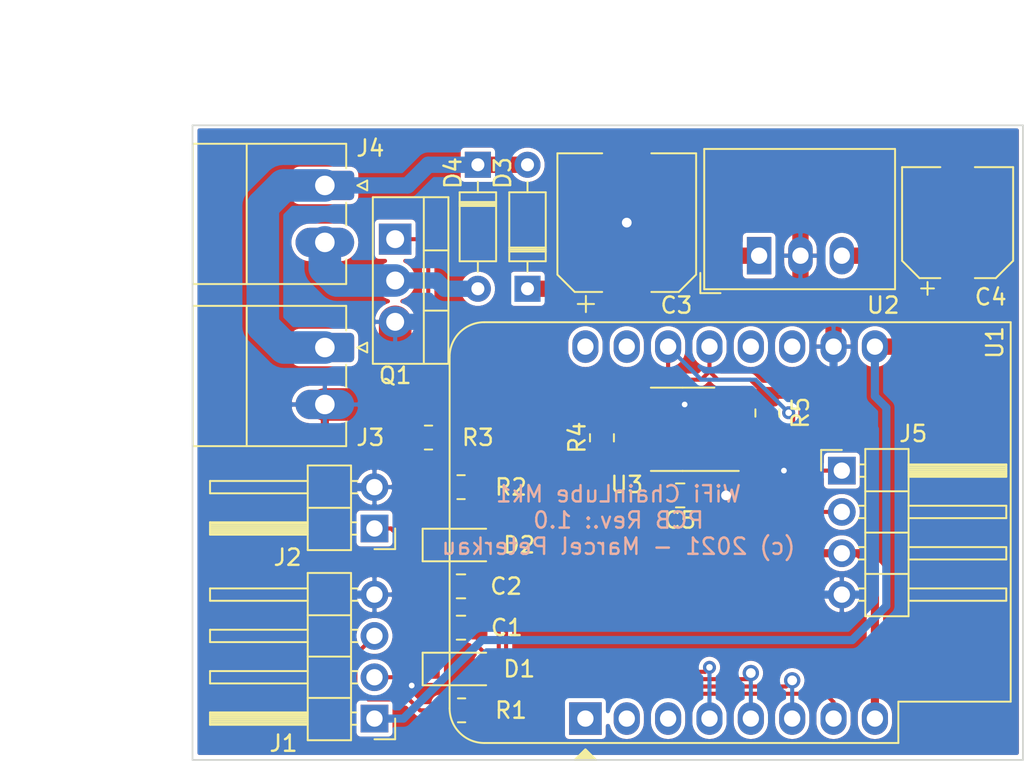
<source format=kicad_pcb>
(kicad_pcb (version 20171130) (host pcbnew "(5.1.9)-1")

  (general
    (thickness 1.6)
    (drawings 7)
    (tracks 216)
    (zones 0)
    (modules 23)
    (nets 24)
  )

  (page A4)
  (layers
    (0 F.Cu signal hide)
    (31 B.Cu signal hide)
    (32 B.Adhes user hide)
    (33 F.Adhes user hide)
    (34 B.Paste user hide)
    (35 F.Paste user hide)
    (36 B.SilkS user)
    (37 F.SilkS user)
    (38 B.Mask user)
    (39 F.Mask user)
    (40 Dwgs.User user)
    (41 Cmts.User user)
    (42 Eco1.User user)
    (43 Eco2.User user)
    (44 Edge.Cuts user)
    (45 Margin user)
    (46 B.CrtYd user)
    (47 F.CrtYd user)
    (48 B.Fab user)
    (49 F.Fab user)
  )

  (setup
    (last_trace_width 0.5)
    (user_trace_width 0.5)
    (user_trace_width 1)
    (user_trace_width 2)
    (trace_clearance 0.2)
    (zone_clearance 0.254)
    (zone_45_only no)
    (trace_min 0.2)
    (via_size 0.8)
    (via_drill 0.4)
    (via_min_size 0.4)
    (via_min_drill 0.3)
    (user_via 0.7 0.35)
    (user_via 1 0.6)
    (user_via 2 1)
    (uvia_size 0.3)
    (uvia_drill 0.1)
    (uvias_allowed no)
    (uvia_min_size 0.2)
    (uvia_min_drill 0.1)
    (edge_width 0.05)
    (segment_width 0.2)
    (pcb_text_width 0.3)
    (pcb_text_size 1.5 1.5)
    (mod_edge_width 0.12)
    (mod_text_size 1 1)
    (mod_text_width 0.15)
    (pad_size 1.524 1.524)
    (pad_drill 0.762)
    (pad_to_mask_clearance 0)
    (aux_axis_origin 0 0)
    (visible_elements 7FFFFFFF)
    (pcbplotparams
      (layerselection 0x010fc_ffffffff)
      (usegerberextensions true)
      (usegerberattributes false)
      (usegerberadvancedattributes false)
      (creategerberjobfile false)
      (excludeedgelayer true)
      (linewidth 0.100000)
      (plotframeref false)
      (viasonmask false)
      (mode 1)
      (useauxorigin false)
      (hpglpennumber 1)
      (hpglpenspeed 20)
      (hpglpendiameter 15.000000)
      (psnegative false)
      (psa4output false)
      (plotreference true)
      (plotvalue false)
      (plotinvisibletext false)
      (padsonsilk false)
      (subtractmaskfromsilk true)
      (outputformat 1)
      (mirror false)
      (drillshape 0)
      (scaleselection 1)
      (outputdirectory "gerber/"))
  )

  (net 0 "")
  (net 1 GND)
  (net 2 "Net-(C1-Pad1)")
  (net 3 "Net-(C2-Pad1)")
  (net 4 "Net-(C3-Pad1)")
  (net 5 +5V)
  (net 6 "Net-(D1-Pad1)")
  (net 7 "Net-(D2-Pad1)")
  (net 8 "Net-(D3-Pad2)")
  (net 9 "Net-(D4-Pad2)")
  (net 10 "Net-(J1-Pad3)")
  (net 11 "Net-(Q1-Pad1)")
  (net 12 "Net-(R1-Pad2)")
  (net 13 "Net-(R2-Pad2)")
  (net 14 "Net-(U1-Pad2)")
  (net 15 "Net-(U1-Pad1)")
  (net 16 "Net-(U1-Pad3)")
  (net 17 +3V3)
  (net 18 "Net-(U1-Pad15)")
  (net 19 "Net-(U1-Pad16)")
  (net 20 "Net-(J5-Pad2)")
  (net 21 "Net-(J5-Pad1)")
  (net 22 "Net-(U1-Pad11)")
  (net 23 "Net-(U1-Pad12)")

  (net_class Default "This is the default net class."
    (clearance 0.2)
    (trace_width 0.25)
    (via_dia 0.8)
    (via_drill 0.4)
    (uvia_dia 0.3)
    (uvia_drill 0.1)
    (add_net +3V3)
    (add_net +5V)
    (add_net GND)
    (add_net "Net-(C1-Pad1)")
    (add_net "Net-(C2-Pad1)")
    (add_net "Net-(C3-Pad1)")
    (add_net "Net-(D1-Pad1)")
    (add_net "Net-(D2-Pad1)")
    (add_net "Net-(D3-Pad2)")
    (add_net "Net-(D4-Pad2)")
    (add_net "Net-(J1-Pad3)")
    (add_net "Net-(J5-Pad1)")
    (add_net "Net-(J5-Pad2)")
    (add_net "Net-(Q1-Pad1)")
    (add_net "Net-(R1-Pad2)")
    (add_net "Net-(R2-Pad2)")
    (add_net "Net-(U1-Pad1)")
    (add_net "Net-(U1-Pad11)")
    (add_net "Net-(U1-Pad12)")
    (add_net "Net-(U1-Pad15)")
    (add_net "Net-(U1-Pad16)")
    (add_net "Net-(U1-Pad2)")
    (add_net "Net-(U1-Pad3)")
  )

  (module Module:WEMOS_D1_mini_light (layer F.Cu) (tedit 5BBFB1CE) (tstamp 61D2AE4B)
    (at 132.588 96.52 90)
    (descr "16-pin module, column spacing 22.86 mm (900 mils), https://wiki.wemos.cc/products:d1:d1_mini, https://c1.staticflickr.com/1/734/31400410271_f278b087db_z.jpg")
    (tags "ESP8266 WiFi microcontroller")
    (path /61D21889)
    (fp_text reference U1 (at 23.114 25.146 90) (layer F.SilkS)
      (effects (font (size 1 1) (thickness 0.15)))
    )
    (fp_text value WeMos_D1_mini (at 11.7 0 90) (layer F.Fab)
      (effects (font (size 1 1) (thickness 0.15)))
    )
    (fp_line (start 1.04 19.22) (end 1.04 26.12) (layer F.SilkS) (width 0.12))
    (fp_line (start -1.5 19.22) (end 1.04 19.22) (layer F.SilkS) (width 0.12))
    (fp_line (start -0.37 0) (end -1.37 -1) (layer F.Fab) (width 0.1))
    (fp_line (start -1.37 1) (end -0.37 0) (layer F.Fab) (width 0.1))
    (fp_line (start -1.37 -6.21) (end -1.37 -1) (layer F.Fab) (width 0.1))
    (fp_line (start 1.17 19.09) (end 1.17 25.99) (layer F.Fab) (width 0.1))
    (fp_line (start -1.37 19.09) (end 1.17 19.09) (layer F.Fab) (width 0.1))
    (fp_line (start -1.35 -7.4) (end -0.55 -8.2) (layer Dwgs.User) (width 0.1))
    (fp_line (start -1.3 -5.45) (end 1.45 -8.2) (layer Dwgs.User) (width 0.1))
    (fp_line (start -1.35 -3.4) (end 3.45 -8.2) (layer Dwgs.User) (width 0.1))
    (fp_line (start 22.65 -1.4) (end 24.25 -3) (layer Dwgs.User) (width 0.1))
    (fp_line (start 20.65 -1.4) (end 24.25 -5) (layer Dwgs.User) (width 0.1))
    (fp_line (start 18.65 -1.4) (end 24.25 -7) (layer Dwgs.User) (width 0.1))
    (fp_line (start 16.65 -1.4) (end 23.45 -8.2) (layer Dwgs.User) (width 0.1))
    (fp_line (start 14.65 -1.4) (end 21.45 -8.2) (layer Dwgs.User) (width 0.1))
    (fp_line (start 12.65 -1.4) (end 19.45 -8.2) (layer Dwgs.User) (width 0.1))
    (fp_line (start 10.65 -1.4) (end 17.45 -8.2) (layer Dwgs.User) (width 0.1))
    (fp_line (start 8.65 -1.4) (end 15.45 -8.2) (layer Dwgs.User) (width 0.1))
    (fp_line (start 6.65 -1.4) (end 13.45 -8.2) (layer Dwgs.User) (width 0.1))
    (fp_line (start 4.65 -1.4) (end 11.45 -8.2) (layer Dwgs.User) (width 0.1))
    (fp_line (start 2.65 -1.4) (end 9.45 -8.2) (layer Dwgs.User) (width 0.1))
    (fp_line (start 0.65 -1.4) (end 7.45 -8.2) (layer Dwgs.User) (width 0.1))
    (fp_line (start -1.35 -1.4) (end 5.45 -8.2) (layer Dwgs.User) (width 0.1))
    (fp_line (start -1.35 -8.2) (end -1.35 -1.4) (layer Dwgs.User) (width 0.1))
    (fp_line (start 24.25 -8.2) (end -1.35 -8.2) (layer Dwgs.User) (width 0.1))
    (fp_line (start 24.25 -1.4) (end 24.25 -8.2) (layer Dwgs.User) (width 0.1))
    (fp_line (start -1.35 -1.4) (end 24.25 -1.4) (layer Dwgs.User) (width 0.1))
    (fp_poly (pts (xy -2.54 -0.635) (xy -2.54 0.635) (xy -1.905 0)) (layer F.SilkS) (width 0.15))
    (fp_line (start -1.62 26.24) (end -1.62 -8.46) (layer F.CrtYd) (width 0.05))
    (fp_line (start 24.48 26.24) (end -1.62 26.24) (layer F.CrtYd) (width 0.05))
    (fp_line (start 24.48 -8.41) (end 24.48 26.24) (layer F.CrtYd) (width 0.05))
    (fp_line (start -1.62 -8.46) (end 24.48 -8.46) (layer F.CrtYd) (width 0.05))
    (fp_line (start -1.37 1) (end -1.37 19.09) (layer F.Fab) (width 0.1))
    (fp_line (start 22.23 -8.21) (end 0.63 -8.21) (layer F.Fab) (width 0.1))
    (fp_line (start 24.23 25.99) (end 24.23 -6.21) (layer F.Fab) (width 0.1))
    (fp_line (start 1.17 25.99) (end 24.23 25.99) (layer F.Fab) (width 0.1))
    (fp_line (start 22.24 -8.34) (end 0.63 -8.34) (layer F.SilkS) (width 0.12))
    (fp_line (start 24.36 26.12) (end 24.36 -6.21) (layer F.SilkS) (width 0.12))
    (fp_line (start -1.5 19.22) (end -1.5 -6.21) (layer F.SilkS) (width 0.12))
    (fp_line (start 1.04 26.12) (end 24.36 26.12) (layer F.SilkS) (width 0.12))
    (fp_text user %R (at 11.43 10 90) (layer F.Fab)
      (effects (font (size 1 1) (thickness 0.15)))
    )
    (fp_arc (start 0.63 -6.21) (end 0.63 -8.21) (angle -90) (layer F.Fab) (width 0.1))
    (fp_arc (start 22.23 -6.21) (end 24.23 -6.19) (angle -90) (layer F.Fab) (width 0.1))
    (fp_arc (start 0.63 -6.21) (end 0.63 -8.34) (angle -90) (layer F.SilkS) (width 0.12))
    (fp_arc (start 22.23 -6.21) (end 24.36 -6.21) (angle -90) (layer F.SilkS) (width 0.12))
    (fp_text user "KEEP OUT" (at 11.43 -6.35 90) (layer Cmts.User)
      (effects (font (size 1 1) (thickness 0.15)))
    )
    (fp_text user "No copper" (at 11.43 -3.81 90) (layer Cmts.User)
      (effects (font (size 1 1) (thickness 0.15)))
    )
    (pad 2 thru_hole oval (at 0 2.54 90) (size 2 1.6) (drill 1) (layers *.Cu *.Mask)
      (net 14 "Net-(U1-Pad2)"))
    (pad 1 thru_hole rect (at 0 0 90) (size 2 2) (drill 1) (layers *.Cu *.Mask)
      (net 15 "Net-(U1-Pad1)"))
    (pad 3 thru_hole oval (at 0 5.08 90) (size 2 1.6) (drill 1) (layers *.Cu *.Mask)
      (net 16 "Net-(U1-Pad3)"))
    (pad 4 thru_hole oval (at 0 7.62 90) (size 2 1.6) (drill 1) (layers *.Cu *.Mask)
      (net 13 "Net-(R2-Pad2)"))
    (pad 5 thru_hole oval (at 0 10.16 90) (size 2 1.6) (drill 1) (layers *.Cu *.Mask)
      (net 3 "Net-(C2-Pad1)"))
    (pad 6 thru_hole oval (at 0 12.7 90) (size 2 1.6) (drill 1) (layers *.Cu *.Mask)
      (net 2 "Net-(C1-Pad1)"))
    (pad 7 thru_hole oval (at 0 15.24 90) (size 2 1.6) (drill 1) (layers *.Cu *.Mask)
      (net 12 "Net-(R1-Pad2)"))
    (pad 8 thru_hole oval (at 0 17.78 90) (size 2 1.6) (drill 1) (layers *.Cu *.Mask)
      (net 17 +3V3))
    (pad 9 thru_hole oval (at 22.86 17.78 90) (size 2 1.6) (drill 1) (layers *.Cu *.Mask)
      (net 5 +5V))
    (pad 10 thru_hole oval (at 22.86 15.24 90) (size 2 1.6) (drill 1) (layers *.Cu *.Mask)
      (net 1 GND))
    (pad 11 thru_hole oval (at 22.86 12.7 90) (size 2 1.6) (drill 1) (layers *.Cu *.Mask)
      (net 22 "Net-(U1-Pad11)"))
    (pad 12 thru_hole oval (at 22.86 10.16 90) (size 2 1.6) (drill 1) (layers *.Cu *.Mask)
      (net 23 "Net-(U1-Pad12)"))
    (pad 13 thru_hole oval (at 22.86 7.62 90) (size 2 1.6) (drill 1) (layers *.Cu *.Mask)
      (net 21 "Net-(J5-Pad1)"))
    (pad 14 thru_hole oval (at 22.86 5.08 90) (size 2 1.6) (drill 1) (layers *.Cu *.Mask)
      (net 20 "Net-(J5-Pad2)"))
    (pad 15 thru_hole oval (at 22.86 2.54 90) (size 2 1.6) (drill 1) (layers *.Cu *.Mask)
      (net 18 "Net-(U1-Pad15)"))
    (pad 16 thru_hole oval (at 22.86 0 90) (size 2 1.6) (drill 1) (layers *.Cu *.Mask)
      (net 19 "Net-(U1-Pad16)"))
    (model ${KISYS3DMOD}/Module.3dshapes/WEMOS_D1_mini_light.wrl
      (at (xyz 0 0 0))
      (scale (xyz 1 1 1))
      (rotate (xyz 0 0 0))
    )
    (model ${KISYS3DMOD}/Connector_PinHeader_2.54mm.3dshapes/PinHeader_1x08_P2.54mm_Vertical.wrl
      (offset (xyz 0 0 9.5))
      (scale (xyz 1 1 1))
      (rotate (xyz 0 -180 0))
    )
    (model ${KISYS3DMOD}/Connector_PinHeader_2.54mm.3dshapes/PinHeader_1x08_P2.54mm_Vertical.wrl
      (offset (xyz 22.86 0 9.5))
      (scale (xyz 1 1 1))
      (rotate (xyz 0 -180 0))
    )
    (model ${KISYS3DMOD}/Connector_PinSocket_2.54mm.3dshapes/PinSocket_1x08_P2.54mm_Vertical.wrl
      (at (xyz 0 0 0))
      (scale (xyz 1 1 1))
      (rotate (xyz 0 0 0))
    )
    (model ${KISYS3DMOD}/Connector_PinSocket_2.54mm.3dshapes/PinSocket_1x08_P2.54mm_Vertical.wrl
      (offset (xyz 22.86 0 0))
      (scale (xyz 1 1 1))
      (rotate (xyz 0 0 0))
    )
  )

  (module Connector_PinHeader_2.54mm:PinHeader_1x04_P2.54mm_Horizontal (layer F.Cu) (tedit 59FED5CB) (tstamp 61DE6C68)
    (at 148.336 81.28)
    (descr "Through hole angled pin header, 1x04, 2.54mm pitch, 6mm pin length, single row")
    (tags "Through hole angled pin header THT 1x04 2.54mm single row")
    (path /61E12B85)
    (fp_text reference J5 (at 4.385 -2.27) (layer F.SilkS)
      (effects (font (size 1 1) (thickness 0.15)))
    )
    (fp_text value I2C (at 4.385 9.89) (layer F.Fab)
      (effects (font (size 1 1) (thickness 0.15)))
    )
    (fp_text user %R (at 2.77 3.81 90) (layer F.Fab)
      (effects (font (size 1 1) (thickness 0.15)))
    )
    (fp_line (start 2.135 -1.27) (end 4.04 -1.27) (layer F.Fab) (width 0.1))
    (fp_line (start 4.04 -1.27) (end 4.04 8.89) (layer F.Fab) (width 0.1))
    (fp_line (start 4.04 8.89) (end 1.5 8.89) (layer F.Fab) (width 0.1))
    (fp_line (start 1.5 8.89) (end 1.5 -0.635) (layer F.Fab) (width 0.1))
    (fp_line (start 1.5 -0.635) (end 2.135 -1.27) (layer F.Fab) (width 0.1))
    (fp_line (start -0.32 -0.32) (end 1.5 -0.32) (layer F.Fab) (width 0.1))
    (fp_line (start -0.32 -0.32) (end -0.32 0.32) (layer F.Fab) (width 0.1))
    (fp_line (start -0.32 0.32) (end 1.5 0.32) (layer F.Fab) (width 0.1))
    (fp_line (start 4.04 -0.32) (end 10.04 -0.32) (layer F.Fab) (width 0.1))
    (fp_line (start 10.04 -0.32) (end 10.04 0.32) (layer F.Fab) (width 0.1))
    (fp_line (start 4.04 0.32) (end 10.04 0.32) (layer F.Fab) (width 0.1))
    (fp_line (start -0.32 2.22) (end 1.5 2.22) (layer F.Fab) (width 0.1))
    (fp_line (start -0.32 2.22) (end -0.32 2.86) (layer F.Fab) (width 0.1))
    (fp_line (start -0.32 2.86) (end 1.5 2.86) (layer F.Fab) (width 0.1))
    (fp_line (start 4.04 2.22) (end 10.04 2.22) (layer F.Fab) (width 0.1))
    (fp_line (start 10.04 2.22) (end 10.04 2.86) (layer F.Fab) (width 0.1))
    (fp_line (start 4.04 2.86) (end 10.04 2.86) (layer F.Fab) (width 0.1))
    (fp_line (start -0.32 4.76) (end 1.5 4.76) (layer F.Fab) (width 0.1))
    (fp_line (start -0.32 4.76) (end -0.32 5.4) (layer F.Fab) (width 0.1))
    (fp_line (start -0.32 5.4) (end 1.5 5.4) (layer F.Fab) (width 0.1))
    (fp_line (start 4.04 4.76) (end 10.04 4.76) (layer F.Fab) (width 0.1))
    (fp_line (start 10.04 4.76) (end 10.04 5.4) (layer F.Fab) (width 0.1))
    (fp_line (start 4.04 5.4) (end 10.04 5.4) (layer F.Fab) (width 0.1))
    (fp_line (start -0.32 7.3) (end 1.5 7.3) (layer F.Fab) (width 0.1))
    (fp_line (start -0.32 7.3) (end -0.32 7.94) (layer F.Fab) (width 0.1))
    (fp_line (start -0.32 7.94) (end 1.5 7.94) (layer F.Fab) (width 0.1))
    (fp_line (start 4.04 7.3) (end 10.04 7.3) (layer F.Fab) (width 0.1))
    (fp_line (start 10.04 7.3) (end 10.04 7.94) (layer F.Fab) (width 0.1))
    (fp_line (start 4.04 7.94) (end 10.04 7.94) (layer F.Fab) (width 0.1))
    (fp_line (start 1.44 -1.33) (end 1.44 8.95) (layer F.SilkS) (width 0.12))
    (fp_line (start 1.44 8.95) (end 4.1 8.95) (layer F.SilkS) (width 0.12))
    (fp_line (start 4.1 8.95) (end 4.1 -1.33) (layer F.SilkS) (width 0.12))
    (fp_line (start 4.1 -1.33) (end 1.44 -1.33) (layer F.SilkS) (width 0.12))
    (fp_line (start 4.1 -0.38) (end 10.1 -0.38) (layer F.SilkS) (width 0.12))
    (fp_line (start 10.1 -0.38) (end 10.1 0.38) (layer F.SilkS) (width 0.12))
    (fp_line (start 10.1 0.38) (end 4.1 0.38) (layer F.SilkS) (width 0.12))
    (fp_line (start 4.1 -0.32) (end 10.1 -0.32) (layer F.SilkS) (width 0.12))
    (fp_line (start 4.1 -0.2) (end 10.1 -0.2) (layer F.SilkS) (width 0.12))
    (fp_line (start 4.1 -0.08) (end 10.1 -0.08) (layer F.SilkS) (width 0.12))
    (fp_line (start 4.1 0.04) (end 10.1 0.04) (layer F.SilkS) (width 0.12))
    (fp_line (start 4.1 0.16) (end 10.1 0.16) (layer F.SilkS) (width 0.12))
    (fp_line (start 4.1 0.28) (end 10.1 0.28) (layer F.SilkS) (width 0.12))
    (fp_line (start 1.11 -0.38) (end 1.44 -0.38) (layer F.SilkS) (width 0.12))
    (fp_line (start 1.11 0.38) (end 1.44 0.38) (layer F.SilkS) (width 0.12))
    (fp_line (start 1.44 1.27) (end 4.1 1.27) (layer F.SilkS) (width 0.12))
    (fp_line (start 4.1 2.16) (end 10.1 2.16) (layer F.SilkS) (width 0.12))
    (fp_line (start 10.1 2.16) (end 10.1 2.92) (layer F.SilkS) (width 0.12))
    (fp_line (start 10.1 2.92) (end 4.1 2.92) (layer F.SilkS) (width 0.12))
    (fp_line (start 1.042929 2.16) (end 1.44 2.16) (layer F.SilkS) (width 0.12))
    (fp_line (start 1.042929 2.92) (end 1.44 2.92) (layer F.SilkS) (width 0.12))
    (fp_line (start 1.44 3.81) (end 4.1 3.81) (layer F.SilkS) (width 0.12))
    (fp_line (start 4.1 4.7) (end 10.1 4.7) (layer F.SilkS) (width 0.12))
    (fp_line (start 10.1 4.7) (end 10.1 5.46) (layer F.SilkS) (width 0.12))
    (fp_line (start 10.1 5.46) (end 4.1 5.46) (layer F.SilkS) (width 0.12))
    (fp_line (start 1.042929 4.7) (end 1.44 4.7) (layer F.SilkS) (width 0.12))
    (fp_line (start 1.042929 5.46) (end 1.44 5.46) (layer F.SilkS) (width 0.12))
    (fp_line (start 1.44 6.35) (end 4.1 6.35) (layer F.SilkS) (width 0.12))
    (fp_line (start 4.1 7.24) (end 10.1 7.24) (layer F.SilkS) (width 0.12))
    (fp_line (start 10.1 7.24) (end 10.1 8) (layer F.SilkS) (width 0.12))
    (fp_line (start 10.1 8) (end 4.1 8) (layer F.SilkS) (width 0.12))
    (fp_line (start 1.042929 7.24) (end 1.44 7.24) (layer F.SilkS) (width 0.12))
    (fp_line (start 1.042929 8) (end 1.44 8) (layer F.SilkS) (width 0.12))
    (fp_line (start -1.27 0) (end -1.27 -1.27) (layer F.SilkS) (width 0.12))
    (fp_line (start -1.27 -1.27) (end 0 -1.27) (layer F.SilkS) (width 0.12))
    (fp_line (start -1.8 -1.8) (end -1.8 9.4) (layer F.CrtYd) (width 0.05))
    (fp_line (start -1.8 9.4) (end 10.55 9.4) (layer F.CrtYd) (width 0.05))
    (fp_line (start 10.55 9.4) (end 10.55 -1.8) (layer F.CrtYd) (width 0.05))
    (fp_line (start 10.55 -1.8) (end -1.8 -1.8) (layer F.CrtYd) (width 0.05))
    (pad 4 thru_hole oval (at 0 7.62) (size 1.7 1.7) (drill 1) (layers *.Cu *.Mask)
      (net 1 GND))
    (pad 3 thru_hole oval (at 0 5.08) (size 1.7 1.7) (drill 1) (layers *.Cu *.Mask)
      (net 17 +3V3))
    (pad 2 thru_hole oval (at 0 2.54) (size 1.7 1.7) (drill 1) (layers *.Cu *.Mask)
      (net 20 "Net-(J5-Pad2)"))
    (pad 1 thru_hole rect (at 0 0) (size 1.7 1.7) (drill 1) (layers *.Cu *.Mask)
      (net 21 "Net-(J5-Pad1)"))
    (model ${KISYS3DMOD}/Connector_PinHeader_2.54mm.3dshapes/PinHeader_1x04_P2.54mm_Horizontal.wrl
      (at (xyz 0 0 0))
      (scale (xyz 1 1 1))
      (rotate (xyz 0 0 0))
    )
  )

  (module Diode_THT:D_DO-35_SOD27_P7.62mm_Horizontal (layer F.Cu) (tedit 5AE50CD5) (tstamp 61DE947D)
    (at 125.984 62.484 270)
    (descr "Diode, DO-35_SOD27 series, Axial, Horizontal, pin pitch=7.62mm, , length*diameter=4*2mm^2, , http://www.diodes.com/_files/packages/DO-35.pdf")
    (tags "Diode DO-35_SOD27 series Axial Horizontal pin pitch 7.62mm  length 4mm diameter 2mm")
    (path /61D3DFDC)
    (fp_text reference D4 (at 0.508 1.524 90) (layer F.SilkS)
      (effects (font (size 1 1) (thickness 0.15)))
    )
    (fp_text value 1N4001 (at 3.81 2.12 90) (layer F.Fab)
      (effects (font (size 1 1) (thickness 0.15)))
    )
    (fp_text user K (at 0 -1.8 90) (layer F.Fab)
      (effects (font (size 1 1) (thickness 0.15)))
    )
    (fp_text user %R (at 4.11 0 90) (layer F.Fab)
      (effects (font (size 0.8 0.8) (thickness 0.12)))
    )
    (fp_line (start 1.81 -1) (end 1.81 1) (layer F.Fab) (width 0.1))
    (fp_line (start 1.81 1) (end 5.81 1) (layer F.Fab) (width 0.1))
    (fp_line (start 5.81 1) (end 5.81 -1) (layer F.Fab) (width 0.1))
    (fp_line (start 5.81 -1) (end 1.81 -1) (layer F.Fab) (width 0.1))
    (fp_line (start 0 0) (end 1.81 0) (layer F.Fab) (width 0.1))
    (fp_line (start 7.62 0) (end 5.81 0) (layer F.Fab) (width 0.1))
    (fp_line (start 2.41 -1) (end 2.41 1) (layer F.Fab) (width 0.1))
    (fp_line (start 2.51 -1) (end 2.51 1) (layer F.Fab) (width 0.1))
    (fp_line (start 2.31 -1) (end 2.31 1) (layer F.Fab) (width 0.1))
    (fp_line (start 1.69 -1.12) (end 1.69 1.12) (layer F.SilkS) (width 0.12))
    (fp_line (start 1.69 1.12) (end 5.93 1.12) (layer F.SilkS) (width 0.12))
    (fp_line (start 5.93 1.12) (end 5.93 -1.12) (layer F.SilkS) (width 0.12))
    (fp_line (start 5.93 -1.12) (end 1.69 -1.12) (layer F.SilkS) (width 0.12))
    (fp_line (start 1.04 0) (end 1.69 0) (layer F.SilkS) (width 0.12))
    (fp_line (start 6.58 0) (end 5.93 0) (layer F.SilkS) (width 0.12))
    (fp_line (start 2.41 -1.12) (end 2.41 1.12) (layer F.SilkS) (width 0.12))
    (fp_line (start 2.53 -1.12) (end 2.53 1.12) (layer F.SilkS) (width 0.12))
    (fp_line (start 2.29 -1.12) (end 2.29 1.12) (layer F.SilkS) (width 0.12))
    (fp_line (start -1.05 -1.25) (end -1.05 1.25) (layer F.CrtYd) (width 0.05))
    (fp_line (start -1.05 1.25) (end 8.67 1.25) (layer F.CrtYd) (width 0.05))
    (fp_line (start 8.67 1.25) (end 8.67 -1.25) (layer F.CrtYd) (width 0.05))
    (fp_line (start 8.67 -1.25) (end -1.05 -1.25) (layer F.CrtYd) (width 0.05))
    (pad 2 thru_hole oval (at 7.62 0 270) (size 1.6 1.6) (drill 0.8) (layers *.Cu *.Mask)
      (net 9 "Net-(D4-Pad2)"))
    (pad 1 thru_hole rect (at 0 0 270) (size 1.6 1.6) (drill 0.8) (layers *.Cu *.Mask)
      (net 8 "Net-(D3-Pad2)"))
    (model ${KISYS3DMOD}/Diode_THT.3dshapes/D_DO-35_SOD27_P7.62mm_Horizontal.wrl
      (at (xyz 0 0 0))
      (scale (xyz 1 1 1))
      (rotate (xyz 0 0 0))
    )
  )

  (module Diode_THT:D_DO-35_SOD27_P7.62mm_Horizontal (layer F.Cu) (tedit 5AE50CD5) (tstamp 61DE395C)
    (at 129.032 70.104 90)
    (descr "Diode, DO-35_SOD27 series, Axial, Horizontal, pin pitch=7.62mm, , length*diameter=4*2mm^2, , http://www.diodes.com/_files/packages/DO-35.pdf")
    (tags "Diode DO-35_SOD27 series Axial Horizontal pin pitch 7.62mm  length 4mm diameter 2mm")
    (path /61D36E68)
    (fp_text reference D3 (at 7.112 -1.524 90) (layer F.SilkS)
      (effects (font (size 1 1) (thickness 0.15)))
    )
    (fp_text value 1N4001 (at 3.81 2.12 90) (layer F.Fab)
      (effects (font (size 1 1) (thickness 0.15)))
    )
    (fp_text user K (at 0 -1.8 90) (layer F.Fab)
      (effects (font (size 1 1) (thickness 0.15)))
    )
    (fp_text user %R (at 4.11 0 90) (layer F.Fab)
      (effects (font (size 0.8 0.8) (thickness 0.12)))
    )
    (fp_line (start 1.81 -1) (end 1.81 1) (layer F.Fab) (width 0.1))
    (fp_line (start 1.81 1) (end 5.81 1) (layer F.Fab) (width 0.1))
    (fp_line (start 5.81 1) (end 5.81 -1) (layer F.Fab) (width 0.1))
    (fp_line (start 5.81 -1) (end 1.81 -1) (layer F.Fab) (width 0.1))
    (fp_line (start 0 0) (end 1.81 0) (layer F.Fab) (width 0.1))
    (fp_line (start 7.62 0) (end 5.81 0) (layer F.Fab) (width 0.1))
    (fp_line (start 2.41 -1) (end 2.41 1) (layer F.Fab) (width 0.1))
    (fp_line (start 2.51 -1) (end 2.51 1) (layer F.Fab) (width 0.1))
    (fp_line (start 2.31 -1) (end 2.31 1) (layer F.Fab) (width 0.1))
    (fp_line (start 1.69 -1.12) (end 1.69 1.12) (layer F.SilkS) (width 0.12))
    (fp_line (start 1.69 1.12) (end 5.93 1.12) (layer F.SilkS) (width 0.12))
    (fp_line (start 5.93 1.12) (end 5.93 -1.12) (layer F.SilkS) (width 0.12))
    (fp_line (start 5.93 -1.12) (end 1.69 -1.12) (layer F.SilkS) (width 0.12))
    (fp_line (start 1.04 0) (end 1.69 0) (layer F.SilkS) (width 0.12))
    (fp_line (start 6.58 0) (end 5.93 0) (layer F.SilkS) (width 0.12))
    (fp_line (start 2.41 -1.12) (end 2.41 1.12) (layer F.SilkS) (width 0.12))
    (fp_line (start 2.53 -1.12) (end 2.53 1.12) (layer F.SilkS) (width 0.12))
    (fp_line (start 2.29 -1.12) (end 2.29 1.12) (layer F.SilkS) (width 0.12))
    (fp_line (start -1.05 -1.25) (end -1.05 1.25) (layer F.CrtYd) (width 0.05))
    (fp_line (start -1.05 1.25) (end 8.67 1.25) (layer F.CrtYd) (width 0.05))
    (fp_line (start 8.67 1.25) (end 8.67 -1.25) (layer F.CrtYd) (width 0.05))
    (fp_line (start 8.67 -1.25) (end -1.05 -1.25) (layer F.CrtYd) (width 0.05))
    (pad 2 thru_hole oval (at 7.62 0 90) (size 1.6 1.6) (drill 0.8) (layers *.Cu *.Mask)
      (net 8 "Net-(D3-Pad2)"))
    (pad 1 thru_hole rect (at 0 0 90) (size 1.6 1.6) (drill 0.8) (layers *.Cu *.Mask)
      (net 4 "Net-(C3-Pad1)"))
    (model ${KISYS3DMOD}/Diode_THT.3dshapes/D_DO-35_SOD27_P7.62mm_Horizontal.wrl
      (at (xyz 0 0 0))
      (scale (xyz 1 1 1))
      (rotate (xyz 0 0 0))
    )
  )

  (module Diode_SMD:D_SOD-123 (layer F.Cu) (tedit 58645DC7) (tstamp 61D28984)
    (at 124.842 85.852)
    (descr SOD-123)
    (tags SOD-123)
    (path /61D2CD57)
    (attr smd)
    (fp_text reference D2 (at 3.682 0) (layer F.SilkS)
      (effects (font (size 1 1) (thickness 0.15)))
    )
    (fp_text value BAT42 (at 0 2.1) (layer F.Fab)
      (effects (font (size 1 1) (thickness 0.15)))
    )
    (fp_text user %R (at 0 -2) (layer F.Fab)
      (effects (font (size 1 1) (thickness 0.15)))
    )
    (fp_line (start -2.25 -1) (end -2.25 1) (layer F.SilkS) (width 0.12))
    (fp_line (start 0.25 0) (end 0.75 0) (layer F.Fab) (width 0.1))
    (fp_line (start 0.25 0.4) (end -0.35 0) (layer F.Fab) (width 0.1))
    (fp_line (start 0.25 -0.4) (end 0.25 0.4) (layer F.Fab) (width 0.1))
    (fp_line (start -0.35 0) (end 0.25 -0.4) (layer F.Fab) (width 0.1))
    (fp_line (start -0.35 0) (end -0.35 0.55) (layer F.Fab) (width 0.1))
    (fp_line (start -0.35 0) (end -0.35 -0.55) (layer F.Fab) (width 0.1))
    (fp_line (start -0.75 0) (end -0.35 0) (layer F.Fab) (width 0.1))
    (fp_line (start -1.4 0.9) (end -1.4 -0.9) (layer F.Fab) (width 0.1))
    (fp_line (start 1.4 0.9) (end -1.4 0.9) (layer F.Fab) (width 0.1))
    (fp_line (start 1.4 -0.9) (end 1.4 0.9) (layer F.Fab) (width 0.1))
    (fp_line (start -1.4 -0.9) (end 1.4 -0.9) (layer F.Fab) (width 0.1))
    (fp_line (start -2.35 -1.15) (end 2.35 -1.15) (layer F.CrtYd) (width 0.05))
    (fp_line (start 2.35 -1.15) (end 2.35 1.15) (layer F.CrtYd) (width 0.05))
    (fp_line (start 2.35 1.15) (end -2.35 1.15) (layer F.CrtYd) (width 0.05))
    (fp_line (start -2.35 -1.15) (end -2.35 1.15) (layer F.CrtYd) (width 0.05))
    (fp_line (start -2.25 1) (end 1.65 1) (layer F.SilkS) (width 0.12))
    (fp_line (start -2.25 -1) (end 1.65 -1) (layer F.SilkS) (width 0.12))
    (pad 2 smd rect (at 1.65 0) (size 0.9 1.2) (layers F.Cu F.Paste F.Mask)
      (net 3 "Net-(C2-Pad1)"))
    (pad 1 smd rect (at -1.65 0) (size 0.9 1.2) (layers F.Cu F.Paste F.Mask)
      (net 7 "Net-(D2-Pad1)"))
    (model ${KISYS3DMOD}/Diode_SMD.3dshapes/D_SOD-123.wrl
      (at (xyz 0 0 0))
      (scale (xyz 1 1 1))
      (rotate (xyz 0 0 0))
    )
  )

  (module Diode_SMD:D_SOD-123 (layer F.Cu) (tedit 58645DC7) (tstamp 61D2CAF2)
    (at 124.842 93.472)
    (descr SOD-123)
    (tags SOD-123)
    (path /61D35ED1)
    (attr smd)
    (fp_text reference D1 (at 3.682 0) (layer F.SilkS)
      (effects (font (size 1 1) (thickness 0.15)))
    )
    (fp_text value BAT42 (at 0 2.1) (layer F.Fab)
      (effects (font (size 1 1) (thickness 0.15)))
    )
    (fp_text user %R (at 0 -2) (layer F.Fab)
      (effects (font (size 1 1) (thickness 0.15)))
    )
    (fp_line (start -2.25 -1) (end -2.25 1) (layer F.SilkS) (width 0.12))
    (fp_line (start 0.25 0) (end 0.75 0) (layer F.Fab) (width 0.1))
    (fp_line (start 0.25 0.4) (end -0.35 0) (layer F.Fab) (width 0.1))
    (fp_line (start 0.25 -0.4) (end 0.25 0.4) (layer F.Fab) (width 0.1))
    (fp_line (start -0.35 0) (end 0.25 -0.4) (layer F.Fab) (width 0.1))
    (fp_line (start -0.35 0) (end -0.35 0.55) (layer F.Fab) (width 0.1))
    (fp_line (start -0.35 0) (end -0.35 -0.55) (layer F.Fab) (width 0.1))
    (fp_line (start -0.75 0) (end -0.35 0) (layer F.Fab) (width 0.1))
    (fp_line (start -1.4 0.9) (end -1.4 -0.9) (layer F.Fab) (width 0.1))
    (fp_line (start 1.4 0.9) (end -1.4 0.9) (layer F.Fab) (width 0.1))
    (fp_line (start 1.4 -0.9) (end 1.4 0.9) (layer F.Fab) (width 0.1))
    (fp_line (start -1.4 -0.9) (end 1.4 -0.9) (layer F.Fab) (width 0.1))
    (fp_line (start -2.35 -1.15) (end 2.35 -1.15) (layer F.CrtYd) (width 0.05))
    (fp_line (start 2.35 -1.15) (end 2.35 1.15) (layer F.CrtYd) (width 0.05))
    (fp_line (start 2.35 1.15) (end -2.35 1.15) (layer F.CrtYd) (width 0.05))
    (fp_line (start -2.35 -1.15) (end -2.35 1.15) (layer F.CrtYd) (width 0.05))
    (fp_line (start -2.25 1) (end 1.65 1) (layer F.SilkS) (width 0.12))
    (fp_line (start -2.25 -1) (end 1.65 -1) (layer F.SilkS) (width 0.12))
    (pad 2 smd rect (at 1.65 0) (size 0.9 1.2) (layers F.Cu F.Paste F.Mask)
      (net 2 "Net-(C1-Pad1)"))
    (pad 1 smd rect (at -1.65 0) (size 0.9 1.2) (layers F.Cu F.Paste F.Mask)
      (net 6 "Net-(D1-Pad1)"))
    (model ${KISYS3DMOD}/Diode_SMD.3dshapes/D_SOD-123.wrl
      (at (xyz 0 0 0))
      (scale (xyz 1 1 1))
      (rotate (xyz 0 0 0))
    )
  )

  (module Capacitor_SMD:C_0805_2012Metric_Pad1.18x1.45mm_HandSolder (layer F.Cu) (tedit 5F68FEEF) (tstamp 61DE30D5)
    (at 138.4085 82.804)
    (descr "Capacitor SMD 0805 (2012 Metric), square (rectangular) end terminal, IPC_7351 nominal with elongated pad for handsoldering. (Body size source: IPC-SM-782 page 76, https://www.pcb-3d.com/wordpress/wp-content/uploads/ipc-sm-782a_amendment_1_and_2.pdf, https://docs.google.com/spreadsheets/d/1BsfQQcO9C6DZCsRaXUlFlo91Tg2WpOkGARC1WS5S8t0/edit?usp=sharing), generated with kicad-footprint-generator")
    (tags "capacitor handsolder")
    (path /61DEA081)
    (attr smd)
    (fp_text reference C5 (at 0 1.524) (layer F.SilkS)
      (effects (font (size 1 1) (thickness 0.15)))
    )
    (fp_text value 10n (at 0 1.68) (layer F.Fab)
      (effects (font (size 1 1) (thickness 0.15)))
    )
    (fp_text user %R (at 0 0) (layer F.Fab)
      (effects (font (size 0.5 0.5) (thickness 0.08)))
    )
    (fp_line (start -1 0.625) (end -1 -0.625) (layer F.Fab) (width 0.1))
    (fp_line (start -1 -0.625) (end 1 -0.625) (layer F.Fab) (width 0.1))
    (fp_line (start 1 -0.625) (end 1 0.625) (layer F.Fab) (width 0.1))
    (fp_line (start 1 0.625) (end -1 0.625) (layer F.Fab) (width 0.1))
    (fp_line (start -0.261252 -0.735) (end 0.261252 -0.735) (layer F.SilkS) (width 0.12))
    (fp_line (start -0.261252 0.735) (end 0.261252 0.735) (layer F.SilkS) (width 0.12))
    (fp_line (start -1.88 0.98) (end -1.88 -0.98) (layer F.CrtYd) (width 0.05))
    (fp_line (start -1.88 -0.98) (end 1.88 -0.98) (layer F.CrtYd) (width 0.05))
    (fp_line (start 1.88 -0.98) (end 1.88 0.98) (layer F.CrtYd) (width 0.05))
    (fp_line (start 1.88 0.98) (end -1.88 0.98) (layer F.CrtYd) (width 0.05))
    (pad 2 smd roundrect (at 1.0375 0) (size 1.175 1.45) (layers F.Cu F.Paste F.Mask) (roundrect_rratio 0.212766)
      (net 1 GND))
    (pad 1 smd roundrect (at -1.0375 0) (size 1.175 1.45) (layers F.Cu F.Paste F.Mask) (roundrect_rratio 0.212766)
      (net 17 +3V3))
    (model ${KISYS3DMOD}/Capacitor_SMD.3dshapes/C_0805_2012Metric.wrl
      (at (xyz 0 0 0))
      (scale (xyz 1 1 1))
      (rotate (xyz 0 0 0))
    )
  )

  (module Package_SO:SOIC-8_3.9x4.9mm_P1.27mm (layer F.Cu) (tedit 5D9F72B1) (tstamp 61DE69E4)
    (at 138.557 78.74 180)
    (descr "SOIC, 8 Pin (JEDEC MS-012AA, https://www.analog.com/media/en/package-pcb-resources/package/pkg_pdf/soic_narrow-r/r_8.pdf), generated with kicad-footprint-generator ipc_gullwing_generator.py")
    (tags "SOIC SO")
    (path /61DDD4E7)
    (attr smd)
    (fp_text reference U3 (at 3.429 -3.4) (layer F.SilkS)
      (effects (font (size 1 1) (thickness 0.15)))
    )
    (fp_text value 24LC64 (at 0 3.4) (layer F.Fab)
      (effects (font (size 1 1) (thickness 0.15)))
    )
    (fp_line (start 3.7 -2.7) (end -3.7 -2.7) (layer F.CrtYd) (width 0.05))
    (fp_line (start 3.7 2.7) (end 3.7 -2.7) (layer F.CrtYd) (width 0.05))
    (fp_line (start -3.7 2.7) (end 3.7 2.7) (layer F.CrtYd) (width 0.05))
    (fp_line (start -3.7 -2.7) (end -3.7 2.7) (layer F.CrtYd) (width 0.05))
    (fp_line (start -1.95 -1.475) (end -0.975 -2.45) (layer F.Fab) (width 0.1))
    (fp_line (start -1.95 2.45) (end -1.95 -1.475) (layer F.Fab) (width 0.1))
    (fp_line (start 1.95 2.45) (end -1.95 2.45) (layer F.Fab) (width 0.1))
    (fp_line (start 1.95 -2.45) (end 1.95 2.45) (layer F.Fab) (width 0.1))
    (fp_line (start -0.975 -2.45) (end 1.95 -2.45) (layer F.Fab) (width 0.1))
    (fp_line (start 0 -2.56) (end -3.45 -2.56) (layer F.SilkS) (width 0.12))
    (fp_line (start 0 -2.56) (end 1.95 -2.56) (layer F.SilkS) (width 0.12))
    (fp_line (start 0 2.56) (end -1.95 2.56) (layer F.SilkS) (width 0.12))
    (fp_line (start 0 2.56) (end 1.95 2.56) (layer F.SilkS) (width 0.12))
    (fp_text user %R (at 0 0) (layer F.Fab)
      (effects (font (size 0.98 0.98) (thickness 0.15)))
    )
    (pad 8 smd roundrect (at 2.475 -1.905 180) (size 1.95 0.6) (layers F.Cu F.Paste F.Mask) (roundrect_rratio 0.25)
      (net 17 +3V3))
    (pad 7 smd roundrect (at 2.475 -0.635 180) (size 1.95 0.6) (layers F.Cu F.Paste F.Mask) (roundrect_rratio 0.25)
      (net 1 GND))
    (pad 6 smd roundrect (at 2.475 0.635 180) (size 1.95 0.6) (layers F.Cu F.Paste F.Mask) (roundrect_rratio 0.25)
      (net 20 "Net-(J5-Pad2)"))
    (pad 5 smd roundrect (at 2.475 1.905 180) (size 1.95 0.6) (layers F.Cu F.Paste F.Mask) (roundrect_rratio 0.25)
      (net 21 "Net-(J5-Pad1)"))
    (pad 4 smd roundrect (at -2.475 1.905 180) (size 1.95 0.6) (layers F.Cu F.Paste F.Mask) (roundrect_rratio 0.25)
      (net 1 GND))
    (pad 3 smd roundrect (at -2.475 0.635 180) (size 1.95 0.6) (layers F.Cu F.Paste F.Mask) (roundrect_rratio 0.25)
      (net 1 GND))
    (pad 2 smd roundrect (at -2.475 -0.635 180) (size 1.95 0.6) (layers F.Cu F.Paste F.Mask) (roundrect_rratio 0.25)
      (net 1 GND))
    (pad 1 smd roundrect (at -2.475 -1.905 180) (size 1.95 0.6) (layers F.Cu F.Paste F.Mask) (roundrect_rratio 0.25)
      (net 1 GND))
    (model ${KISYS3DMOD}/Package_SO.3dshapes/SOIC-8_3.9x4.9mm_P1.27mm.wrl
      (at (xyz 0 0 0))
      (scale (xyz 1 1 1))
      (rotate (xyz 0 0 0))
    )
  )

  (module Resistor_SMD:R_0805_2012Metric_Pad1.20x1.40mm_HandSolder (layer F.Cu) (tedit 5F68FEEE) (tstamp 61DE696C)
    (at 143.764 77.74 270)
    (descr "Resistor SMD 0805 (2012 Metric), square (rectangular) end terminal, IPC_7351 nominal with elongated pad for handsoldering. (Body size source: IPC-SM-782 page 72, https://www.pcb-3d.com/wordpress/wp-content/uploads/ipc-sm-782a_amendment_1_and_2.pdf), generated with kicad-footprint-generator")
    (tags "resistor handsolder")
    (path /61E1955B)
    (attr smd)
    (fp_text reference R5 (at -0.016 -2.032 90) (layer F.SilkS)
      (effects (font (size 1 1) (thickness 0.15)))
    )
    (fp_text value 4k7 (at 0 1.65 90) (layer F.Fab)
      (effects (font (size 1 1) (thickness 0.15)))
    )
    (fp_line (start 1.85 0.95) (end -1.85 0.95) (layer F.CrtYd) (width 0.05))
    (fp_line (start 1.85 -0.95) (end 1.85 0.95) (layer F.CrtYd) (width 0.05))
    (fp_line (start -1.85 -0.95) (end 1.85 -0.95) (layer F.CrtYd) (width 0.05))
    (fp_line (start -1.85 0.95) (end -1.85 -0.95) (layer F.CrtYd) (width 0.05))
    (fp_line (start -0.227064 0.735) (end 0.227064 0.735) (layer F.SilkS) (width 0.12))
    (fp_line (start -0.227064 -0.735) (end 0.227064 -0.735) (layer F.SilkS) (width 0.12))
    (fp_line (start 1 0.625) (end -1 0.625) (layer F.Fab) (width 0.1))
    (fp_line (start 1 -0.625) (end 1 0.625) (layer F.Fab) (width 0.1))
    (fp_line (start -1 -0.625) (end 1 -0.625) (layer F.Fab) (width 0.1))
    (fp_line (start -1 0.625) (end -1 -0.625) (layer F.Fab) (width 0.1))
    (fp_text user %R (at 0 0 90) (layer F.Fab)
      (effects (font (size 0.5 0.5) (thickness 0.08)))
    )
    (pad 2 smd roundrect (at 1 0 270) (size 1.2 1.4) (layers F.Cu F.Paste F.Mask) (roundrect_rratio 0.2083325)
      (net 17 +3V3))
    (pad 1 smd roundrect (at -1 0 270) (size 1.2 1.4) (layers F.Cu F.Paste F.Mask) (roundrect_rratio 0.2083325)
      (net 21 "Net-(J5-Pad1)"))
    (model ${KISYS3DMOD}/Resistor_SMD.3dshapes/R_0805_2012Metric.wrl
      (at (xyz 0 0 0))
      (scale (xyz 1 1 1))
      (rotate (xyz 0 0 0))
    )
  )

  (module Resistor_SMD:R_0805_2012Metric_Pad1.20x1.40mm_HandSolder (layer F.Cu) (tedit 5F68FEEE) (tstamp 61DE699C)
    (at 133.604 79.264 270)
    (descr "Resistor SMD 0805 (2012 Metric), square (rectangular) end terminal, IPC_7351 nominal with elongated pad for handsoldering. (Body size source: IPC-SM-782 page 72, https://www.pcb-3d.com/wordpress/wp-content/uploads/ipc-sm-782a_amendment_1_and_2.pdf), generated with kicad-footprint-generator")
    (tags "resistor handsolder")
    (path /61E189A2)
    (attr smd)
    (fp_text reference R4 (at -0.016 1.524 90) (layer F.SilkS)
      (effects (font (size 1 1) (thickness 0.15)))
    )
    (fp_text value 4k7 (at 0 1.65 90) (layer F.Fab)
      (effects (font (size 1 1) (thickness 0.15)))
    )
    (fp_line (start 1.85 0.95) (end -1.85 0.95) (layer F.CrtYd) (width 0.05))
    (fp_line (start 1.85 -0.95) (end 1.85 0.95) (layer F.CrtYd) (width 0.05))
    (fp_line (start -1.85 -0.95) (end 1.85 -0.95) (layer F.CrtYd) (width 0.05))
    (fp_line (start -1.85 0.95) (end -1.85 -0.95) (layer F.CrtYd) (width 0.05))
    (fp_line (start -0.227064 0.735) (end 0.227064 0.735) (layer F.SilkS) (width 0.12))
    (fp_line (start -0.227064 -0.735) (end 0.227064 -0.735) (layer F.SilkS) (width 0.12))
    (fp_line (start 1 0.625) (end -1 0.625) (layer F.Fab) (width 0.1))
    (fp_line (start 1 -0.625) (end 1 0.625) (layer F.Fab) (width 0.1))
    (fp_line (start -1 -0.625) (end 1 -0.625) (layer F.Fab) (width 0.1))
    (fp_line (start -1 0.625) (end -1 -0.625) (layer F.Fab) (width 0.1))
    (fp_text user %R (at 0 0 90) (layer F.Fab)
      (effects (font (size 0.5 0.5) (thickness 0.08)))
    )
    (pad 2 smd roundrect (at 1 0 270) (size 1.2 1.4) (layers F.Cu F.Paste F.Mask) (roundrect_rratio 0.2083325)
      (net 17 +3V3))
    (pad 1 smd roundrect (at -1 0 270) (size 1.2 1.4) (layers F.Cu F.Paste F.Mask) (roundrect_rratio 0.2083325)
      (net 20 "Net-(J5-Pad2)"))
    (model ${KISYS3DMOD}/Resistor_SMD.3dshapes/R_0805_2012Metric.wrl
      (at (xyz 0 0 0))
      (scale (xyz 1 1 1))
      (rotate (xyz 0 0 0))
    )
  )

  (module Capacitor_SMD:CP_Elec_6.3x7.7 (layer F.Cu) (tedit 5BCA39D0) (tstamp 61D2C172)
    (at 155.448 66.04 90)
    (descr "SMD capacitor, aluminum electrolytic, Nichicon, 6.3x7.7mm")
    (tags "capacitor electrolytic")
    (path /61D39810)
    (attr smd)
    (fp_text reference C4 (at -4.572 2.032) (layer F.SilkS)
      (effects (font (size 1 1) (thickness 0.15)))
    )
    (fp_text value 100µ (at 0 4.35 90) (layer F.Fab)
      (effects (font (size 1 1) (thickness 0.15)))
    )
    (fp_line (start -4.7 1.05) (end -3.55 1.05) (layer F.CrtYd) (width 0.05))
    (fp_line (start -4.7 -1.05) (end -4.7 1.05) (layer F.CrtYd) (width 0.05))
    (fp_line (start -3.55 -1.05) (end -4.7 -1.05) (layer F.CrtYd) (width 0.05))
    (fp_line (start -3.55 1.05) (end -3.55 2.4) (layer F.CrtYd) (width 0.05))
    (fp_line (start -3.55 -2.4) (end -3.55 -1.05) (layer F.CrtYd) (width 0.05))
    (fp_line (start -3.55 -2.4) (end -2.4 -3.55) (layer F.CrtYd) (width 0.05))
    (fp_line (start -3.55 2.4) (end -2.4 3.55) (layer F.CrtYd) (width 0.05))
    (fp_line (start -2.4 -3.55) (end 3.55 -3.55) (layer F.CrtYd) (width 0.05))
    (fp_line (start -2.4 3.55) (end 3.55 3.55) (layer F.CrtYd) (width 0.05))
    (fp_line (start 3.55 1.05) (end 3.55 3.55) (layer F.CrtYd) (width 0.05))
    (fp_line (start 4.7 1.05) (end 3.55 1.05) (layer F.CrtYd) (width 0.05))
    (fp_line (start 4.7 -1.05) (end 4.7 1.05) (layer F.CrtYd) (width 0.05))
    (fp_line (start 3.55 -1.05) (end 4.7 -1.05) (layer F.CrtYd) (width 0.05))
    (fp_line (start 3.55 -3.55) (end 3.55 -1.05) (layer F.CrtYd) (width 0.05))
    (fp_line (start -4.04375 -2.24125) (end -4.04375 -1.45375) (layer F.SilkS) (width 0.12))
    (fp_line (start -4.4375 -1.8475) (end -3.65 -1.8475) (layer F.SilkS) (width 0.12))
    (fp_line (start -3.41 2.345563) (end -2.345563 3.41) (layer F.SilkS) (width 0.12))
    (fp_line (start -3.41 -2.345563) (end -2.345563 -3.41) (layer F.SilkS) (width 0.12))
    (fp_line (start -3.41 -2.345563) (end -3.41 -1.06) (layer F.SilkS) (width 0.12))
    (fp_line (start -3.41 2.345563) (end -3.41 1.06) (layer F.SilkS) (width 0.12))
    (fp_line (start -2.345563 3.41) (end 3.41 3.41) (layer F.SilkS) (width 0.12))
    (fp_line (start -2.345563 -3.41) (end 3.41 -3.41) (layer F.SilkS) (width 0.12))
    (fp_line (start 3.41 -3.41) (end 3.41 -1.06) (layer F.SilkS) (width 0.12))
    (fp_line (start 3.41 3.41) (end 3.41 1.06) (layer F.SilkS) (width 0.12))
    (fp_line (start -2.389838 -1.645) (end -2.389838 -1.015) (layer F.Fab) (width 0.1))
    (fp_line (start -2.704838 -1.33) (end -2.074838 -1.33) (layer F.Fab) (width 0.1))
    (fp_line (start -3.3 2.3) (end -2.3 3.3) (layer F.Fab) (width 0.1))
    (fp_line (start -3.3 -2.3) (end -2.3 -3.3) (layer F.Fab) (width 0.1))
    (fp_line (start -3.3 -2.3) (end -3.3 2.3) (layer F.Fab) (width 0.1))
    (fp_line (start -2.3 3.3) (end 3.3 3.3) (layer F.Fab) (width 0.1))
    (fp_line (start -2.3 -3.3) (end 3.3 -3.3) (layer F.Fab) (width 0.1))
    (fp_line (start 3.3 -3.3) (end 3.3 3.3) (layer F.Fab) (width 0.1))
    (fp_circle (center 0 0) (end 3.15 0) (layer F.Fab) (width 0.1))
    (fp_text user %R (at 0 0 90) (layer F.Fab)
      (effects (font (size 1 1) (thickness 0.15)))
    )
    (pad 1 smd roundrect (at -2.7 0 90) (size 3.5 1.6) (layers F.Cu F.Paste F.Mask) (roundrect_rratio 0.15625)
      (net 5 +5V))
    (pad 2 smd roundrect (at 2.7 0 90) (size 3.5 1.6) (layers F.Cu F.Paste F.Mask) (roundrect_rratio 0.15625)
      (net 1 GND))
    (model ${KISYS3DMOD}/Capacitor_SMD.3dshapes/CP_Elec_6.3x7.7.wrl
      (at (xyz 0 0 0))
      (scale (xyz 1 1 1))
      (rotate (xyz 0 0 0))
    )
  )

  (module Package_TO_SOT_THT:TO-220-3_Vertical (layer F.Cu) (tedit 5AC8BA0D) (tstamp 61D30835)
    (at 120.904 67.056 270)
    (descr "TO-220-3, Vertical, RM 2.54mm, see https://www.vishay.com/docs/66542/to-220-1.pdf")
    (tags "TO-220-3 Vertical RM 2.54mm")
    (path /61D22C04)
    (fp_text reference Q1 (at 8.382 0 180) (layer F.SilkS)
      (effects (font (size 1 1) (thickness 0.15)))
    )
    (fp_text value IRLZ44N (at 2.54 2.5 90) (layer F.Fab)
      (effects (font (size 1 1) (thickness 0.15)))
    )
    (fp_line (start 7.79 -3.4) (end -2.71 -3.4) (layer F.CrtYd) (width 0.05))
    (fp_line (start 7.79 1.51) (end 7.79 -3.4) (layer F.CrtYd) (width 0.05))
    (fp_line (start -2.71 1.51) (end 7.79 1.51) (layer F.CrtYd) (width 0.05))
    (fp_line (start -2.71 -3.4) (end -2.71 1.51) (layer F.CrtYd) (width 0.05))
    (fp_line (start 4.391 -3.27) (end 4.391 -1.76) (layer F.SilkS) (width 0.12))
    (fp_line (start 0.69 -3.27) (end 0.69 -1.76) (layer F.SilkS) (width 0.12))
    (fp_line (start -2.58 -1.76) (end 7.66 -1.76) (layer F.SilkS) (width 0.12))
    (fp_line (start 7.66 -3.27) (end 7.66 1.371) (layer F.SilkS) (width 0.12))
    (fp_line (start -2.58 -3.27) (end -2.58 1.371) (layer F.SilkS) (width 0.12))
    (fp_line (start -2.58 1.371) (end 7.66 1.371) (layer F.SilkS) (width 0.12))
    (fp_line (start -2.58 -3.27) (end 7.66 -3.27) (layer F.SilkS) (width 0.12))
    (fp_line (start 4.39 -3.15) (end 4.39 -1.88) (layer F.Fab) (width 0.1))
    (fp_line (start 0.69 -3.15) (end 0.69 -1.88) (layer F.Fab) (width 0.1))
    (fp_line (start -2.46 -1.88) (end 7.54 -1.88) (layer F.Fab) (width 0.1))
    (fp_line (start 7.54 -3.15) (end -2.46 -3.15) (layer F.Fab) (width 0.1))
    (fp_line (start 7.54 1.25) (end 7.54 -3.15) (layer F.Fab) (width 0.1))
    (fp_line (start -2.46 1.25) (end 7.54 1.25) (layer F.Fab) (width 0.1))
    (fp_line (start -2.46 -3.15) (end -2.46 1.25) (layer F.Fab) (width 0.1))
    (fp_text user %R (at 2.54 -4.27 90) (layer F.Fab)
      (effects (font (size 1 1) (thickness 0.15)))
    )
    (pad 3 thru_hole oval (at 5.08 0 270) (size 1.905 2) (drill 1.1) (layers *.Cu *.Mask)
      (net 1 GND))
    (pad 2 thru_hole oval (at 2.54 0 270) (size 1.905 2) (drill 1.1) (layers *.Cu *.Mask)
      (net 9 "Net-(D4-Pad2)"))
    (pad 1 thru_hole rect (at 0 0 270) (size 1.905 2) (drill 1.1) (layers *.Cu *.Mask)
      (net 11 "Net-(Q1-Pad1)"))
    (model ${KISYS3DMOD}/Package_TO_SOT_THT.3dshapes/TO-220-3_Vertical.wrl
      (at (xyz 0 0 0))
      (scale (xyz 1 1 1))
      (rotate (xyz 0 0 0))
    )
  )

  (module Capacitor_SMD:CP_Elec_8x10 (layer F.Cu) (tedit 5BCA39D0) (tstamp 61D30B07)
    (at 135.128 66.04 90)
    (descr "SMD capacitor, aluminum electrolytic, Nichicon, 8.0x10mm")
    (tags "capacitor electrolytic")
    (path /61D3892A)
    (attr smd)
    (fp_text reference C3 (at -5.08 3.048) (layer F.SilkS)
      (effects (font (size 1 1) (thickness 0.15)))
    )
    (fp_text value 470µF (at 0 5.2 90) (layer F.Fab)
      (effects (font (size 1 1) (thickness 0.15)))
    )
    (fp_line (start -5.25 1.5) (end -4.4 1.5) (layer F.CrtYd) (width 0.05))
    (fp_line (start -5.25 -1.5) (end -5.25 1.5) (layer F.CrtYd) (width 0.05))
    (fp_line (start -4.4 -1.5) (end -5.25 -1.5) (layer F.CrtYd) (width 0.05))
    (fp_line (start -4.4 1.5) (end -4.4 3.25) (layer F.CrtYd) (width 0.05))
    (fp_line (start -4.4 -3.25) (end -4.4 -1.5) (layer F.CrtYd) (width 0.05))
    (fp_line (start -4.4 -3.25) (end -3.25 -4.4) (layer F.CrtYd) (width 0.05))
    (fp_line (start -4.4 3.25) (end -3.25 4.4) (layer F.CrtYd) (width 0.05))
    (fp_line (start -3.25 -4.4) (end 4.4 -4.4) (layer F.CrtYd) (width 0.05))
    (fp_line (start -3.25 4.4) (end 4.4 4.4) (layer F.CrtYd) (width 0.05))
    (fp_line (start 4.4 1.5) (end 4.4 4.4) (layer F.CrtYd) (width 0.05))
    (fp_line (start 5.25 1.5) (end 4.4 1.5) (layer F.CrtYd) (width 0.05))
    (fp_line (start 5.25 -1.5) (end 5.25 1.5) (layer F.CrtYd) (width 0.05))
    (fp_line (start 4.4 -1.5) (end 5.25 -1.5) (layer F.CrtYd) (width 0.05))
    (fp_line (start 4.4 -4.4) (end 4.4 -1.5) (layer F.CrtYd) (width 0.05))
    (fp_line (start -5 -3.01) (end -5 -2.01) (layer F.SilkS) (width 0.12))
    (fp_line (start -5.5 -2.51) (end -4.5 -2.51) (layer F.SilkS) (width 0.12))
    (fp_line (start -4.26 3.195563) (end -3.195563 4.26) (layer F.SilkS) (width 0.12))
    (fp_line (start -4.26 -3.195563) (end -3.195563 -4.26) (layer F.SilkS) (width 0.12))
    (fp_line (start -4.26 -3.195563) (end -4.26 -1.51) (layer F.SilkS) (width 0.12))
    (fp_line (start -4.26 3.195563) (end -4.26 1.51) (layer F.SilkS) (width 0.12))
    (fp_line (start -3.195563 4.26) (end 4.26 4.26) (layer F.SilkS) (width 0.12))
    (fp_line (start -3.195563 -4.26) (end 4.26 -4.26) (layer F.SilkS) (width 0.12))
    (fp_line (start 4.26 -4.26) (end 4.26 -1.51) (layer F.SilkS) (width 0.12))
    (fp_line (start 4.26 4.26) (end 4.26 1.51) (layer F.SilkS) (width 0.12))
    (fp_line (start -3.162278 -1.9) (end -3.162278 -1.1) (layer F.Fab) (width 0.1))
    (fp_line (start -3.562278 -1.5) (end -2.762278 -1.5) (layer F.Fab) (width 0.1))
    (fp_line (start -4.15 3.15) (end -3.15 4.15) (layer F.Fab) (width 0.1))
    (fp_line (start -4.15 -3.15) (end -3.15 -4.15) (layer F.Fab) (width 0.1))
    (fp_line (start -4.15 -3.15) (end -4.15 3.15) (layer F.Fab) (width 0.1))
    (fp_line (start -3.15 4.15) (end 4.15 4.15) (layer F.Fab) (width 0.1))
    (fp_line (start -3.15 -4.15) (end 4.15 -4.15) (layer F.Fab) (width 0.1))
    (fp_line (start 4.15 -4.15) (end 4.15 4.15) (layer F.Fab) (width 0.1))
    (fp_circle (center 0 0) (end 4 0) (layer F.Fab) (width 0.1))
    (fp_text user %R (at 0 0 90) (layer F.Fab)
      (effects (font (size 1 1) (thickness 0.15)))
    )
    (pad 1 smd roundrect (at -3.25 0 90) (size 3.5 2.5) (layers F.Cu F.Paste F.Mask) (roundrect_rratio 0.1)
      (net 4 "Net-(C3-Pad1)"))
    (pad 2 smd roundrect (at 3.25 0 90) (size 3.5 2.5) (layers F.Cu F.Paste F.Mask) (roundrect_rratio 0.1)
      (net 1 GND))
    (model ${KISYS3DMOD}/Capacitor_SMD.3dshapes/CP_Elec_8x10.wrl
      (at (xyz 0 0 0))
      (scale (xyz 1 1 1))
      (rotate (xyz 0 0 0))
    )
  )

  (module Capacitor_SMD:C_0805_2012Metric_Pad1.18x1.45mm_HandSolder (layer F.Cu) (tedit 5F68FEEF) (tstamp 61D288E5)
    (at 124.9465 90.932 180)
    (descr "Capacitor SMD 0805 (2012 Metric), square (rectangular) end terminal, IPC_7351 nominal with elongated pad for handsoldering. (Body size source: IPC-SM-782 page 76, https://www.pcb-3d.com/wordpress/wp-content/uploads/ipc-sm-782a_amendment_1_and_2.pdf, https://docs.google.com/spreadsheets/d/1BsfQQcO9C6DZCsRaXUlFlo91Tg2WpOkGARC1WS5S8t0/edit?usp=sharing), generated with kicad-footprint-generator")
    (tags "capacitor handsolder")
    (path /61D2F740)
    (attr smd)
    (fp_text reference C1 (at -2.8155 0) (layer F.SilkS)
      (effects (font (size 1 1) (thickness 0.15)))
    )
    (fp_text value 10n (at 0 1.68) (layer F.Fab)
      (effects (font (size 1 1) (thickness 0.15)))
    )
    (fp_line (start -1 0.625) (end -1 -0.625) (layer F.Fab) (width 0.1))
    (fp_line (start -1 -0.625) (end 1 -0.625) (layer F.Fab) (width 0.1))
    (fp_line (start 1 -0.625) (end 1 0.625) (layer F.Fab) (width 0.1))
    (fp_line (start 1 0.625) (end -1 0.625) (layer F.Fab) (width 0.1))
    (fp_line (start -0.261252 -0.735) (end 0.261252 -0.735) (layer F.SilkS) (width 0.12))
    (fp_line (start -0.261252 0.735) (end 0.261252 0.735) (layer F.SilkS) (width 0.12))
    (fp_line (start -1.88 0.98) (end -1.88 -0.98) (layer F.CrtYd) (width 0.05))
    (fp_line (start -1.88 -0.98) (end 1.88 -0.98) (layer F.CrtYd) (width 0.05))
    (fp_line (start 1.88 -0.98) (end 1.88 0.98) (layer F.CrtYd) (width 0.05))
    (fp_line (start 1.88 0.98) (end -1.88 0.98) (layer F.CrtYd) (width 0.05))
    (fp_text user %R (at 0 0) (layer F.Fab)
      (effects (font (size 0.5 0.5) (thickness 0.08)))
    )
    (pad 2 smd roundrect (at 1.0375 0 180) (size 1.175 1.45) (layers F.Cu F.Paste F.Mask) (roundrect_rratio 0.2127659574468085)
      (net 1 GND))
    (pad 1 smd roundrect (at -1.0375 0 180) (size 1.175 1.45) (layers F.Cu F.Paste F.Mask) (roundrect_rratio 0.2127659574468085)
      (net 2 "Net-(C1-Pad1)"))
    (model ${KISYS3DMOD}/Capacitor_SMD.3dshapes/C_0805_2012Metric.wrl
      (at (xyz 0 0 0))
      (scale (xyz 1 1 1))
      (rotate (xyz 0 0 0))
    )
  )

  (module Capacitor_SMD:C_0805_2012Metric_Pad1.18x1.45mm_HandSolder (layer F.Cu) (tedit 5F68FEEF) (tstamp 61D288F6)
    (at 124.9465 88.392 180)
    (descr "Capacitor SMD 0805 (2012 Metric), square (rectangular) end terminal, IPC_7351 nominal with elongated pad for handsoldering. (Body size source: IPC-SM-782 page 76, https://www.pcb-3d.com/wordpress/wp-content/uploads/ipc-sm-782a_amendment_1_and_2.pdf, https://docs.google.com/spreadsheets/d/1BsfQQcO9C6DZCsRaXUlFlo91Tg2WpOkGARC1WS5S8t0/edit?usp=sharing), generated with kicad-footprint-generator")
    (tags "capacitor handsolder")
    (path /61D32638)
    (attr smd)
    (fp_text reference C2 (at -2.7725 0) (layer F.SilkS)
      (effects (font (size 1 1) (thickness 0.15)))
    )
    (fp_text value 10n (at 0 1.68) (layer F.Fab)
      (effects (font (size 1 1) (thickness 0.15)))
    )
    (fp_line (start 1.88 0.98) (end -1.88 0.98) (layer F.CrtYd) (width 0.05))
    (fp_line (start 1.88 -0.98) (end 1.88 0.98) (layer F.CrtYd) (width 0.05))
    (fp_line (start -1.88 -0.98) (end 1.88 -0.98) (layer F.CrtYd) (width 0.05))
    (fp_line (start -1.88 0.98) (end -1.88 -0.98) (layer F.CrtYd) (width 0.05))
    (fp_line (start -0.261252 0.735) (end 0.261252 0.735) (layer F.SilkS) (width 0.12))
    (fp_line (start -0.261252 -0.735) (end 0.261252 -0.735) (layer F.SilkS) (width 0.12))
    (fp_line (start 1 0.625) (end -1 0.625) (layer F.Fab) (width 0.1))
    (fp_line (start 1 -0.625) (end 1 0.625) (layer F.Fab) (width 0.1))
    (fp_line (start -1 -0.625) (end 1 -0.625) (layer F.Fab) (width 0.1))
    (fp_line (start -1 0.625) (end -1 -0.625) (layer F.Fab) (width 0.1))
    (fp_text user %R (at 0 0) (layer F.Fab)
      (effects (font (size 0.5 0.5) (thickness 0.08)))
    )
    (pad 1 smd roundrect (at -1.0375 0 180) (size 1.175 1.45) (layers F.Cu F.Paste F.Mask) (roundrect_rratio 0.2127659574468085)
      (net 3 "Net-(C2-Pad1)"))
    (pad 2 smd roundrect (at 1.0375 0 180) (size 1.175 1.45) (layers F.Cu F.Paste F.Mask) (roundrect_rratio 0.2127659574468085)
      (net 1 GND))
    (model ${KISYS3DMOD}/Capacitor_SMD.3dshapes/C_0805_2012Metric.wrl
      (at (xyz 0 0 0))
      (scale (xyz 1 1 1))
      (rotate (xyz 0 0 0))
    )
  )

  (module Connector_PinHeader_2.54mm:PinHeader_1x04_P2.54mm_Horizontal (layer F.Cu) (tedit 59FED5CB) (tstamp 61D2ACFC)
    (at 119.634 96.52 180)
    (descr "Through hole angled pin header, 1x04, 2.54mm pitch, 6mm pin length, single row")
    (tags "Through hole angled pin header THT 1x04 2.54mm single row")
    (path /61D4071E)
    (fp_text reference J1 (at 5.588 -1.524) (layer F.SilkS)
      (effects (font (size 1 1) (thickness 0.15)))
    )
    (fp_text value COCKPIT (at 4.385 9.89) (layer F.Fab)
      (effects (font (size 1 1) (thickness 0.15)))
    )
    (fp_line (start 10.55 -1.8) (end -1.8 -1.8) (layer F.CrtYd) (width 0.05))
    (fp_line (start 10.55 9.4) (end 10.55 -1.8) (layer F.CrtYd) (width 0.05))
    (fp_line (start -1.8 9.4) (end 10.55 9.4) (layer F.CrtYd) (width 0.05))
    (fp_line (start -1.8 -1.8) (end -1.8 9.4) (layer F.CrtYd) (width 0.05))
    (fp_line (start -1.27 -1.27) (end 0 -1.27) (layer F.SilkS) (width 0.12))
    (fp_line (start -1.27 0) (end -1.27 -1.27) (layer F.SilkS) (width 0.12))
    (fp_line (start 1.042929 8) (end 1.44 8) (layer F.SilkS) (width 0.12))
    (fp_line (start 1.042929 7.24) (end 1.44 7.24) (layer F.SilkS) (width 0.12))
    (fp_line (start 10.1 8) (end 4.1 8) (layer F.SilkS) (width 0.12))
    (fp_line (start 10.1 7.24) (end 10.1 8) (layer F.SilkS) (width 0.12))
    (fp_line (start 4.1 7.24) (end 10.1 7.24) (layer F.SilkS) (width 0.12))
    (fp_line (start 1.44 6.35) (end 4.1 6.35) (layer F.SilkS) (width 0.12))
    (fp_line (start 1.042929 5.46) (end 1.44 5.46) (layer F.SilkS) (width 0.12))
    (fp_line (start 1.042929 4.7) (end 1.44 4.7) (layer F.SilkS) (width 0.12))
    (fp_line (start 10.1 5.46) (end 4.1 5.46) (layer F.SilkS) (width 0.12))
    (fp_line (start 10.1 4.7) (end 10.1 5.46) (layer F.SilkS) (width 0.12))
    (fp_line (start 4.1 4.7) (end 10.1 4.7) (layer F.SilkS) (width 0.12))
    (fp_line (start 1.44 3.81) (end 4.1 3.81) (layer F.SilkS) (width 0.12))
    (fp_line (start 1.042929 2.92) (end 1.44 2.92) (layer F.SilkS) (width 0.12))
    (fp_line (start 1.042929 2.16) (end 1.44 2.16) (layer F.SilkS) (width 0.12))
    (fp_line (start 10.1 2.92) (end 4.1 2.92) (layer F.SilkS) (width 0.12))
    (fp_line (start 10.1 2.16) (end 10.1 2.92) (layer F.SilkS) (width 0.12))
    (fp_line (start 4.1 2.16) (end 10.1 2.16) (layer F.SilkS) (width 0.12))
    (fp_line (start 1.44 1.27) (end 4.1 1.27) (layer F.SilkS) (width 0.12))
    (fp_line (start 1.11 0.38) (end 1.44 0.38) (layer F.SilkS) (width 0.12))
    (fp_line (start 1.11 -0.38) (end 1.44 -0.38) (layer F.SilkS) (width 0.12))
    (fp_line (start 4.1 0.28) (end 10.1 0.28) (layer F.SilkS) (width 0.12))
    (fp_line (start 4.1 0.16) (end 10.1 0.16) (layer F.SilkS) (width 0.12))
    (fp_line (start 4.1 0.04) (end 10.1 0.04) (layer F.SilkS) (width 0.12))
    (fp_line (start 4.1 -0.08) (end 10.1 -0.08) (layer F.SilkS) (width 0.12))
    (fp_line (start 4.1 -0.2) (end 10.1 -0.2) (layer F.SilkS) (width 0.12))
    (fp_line (start 4.1 -0.32) (end 10.1 -0.32) (layer F.SilkS) (width 0.12))
    (fp_line (start 10.1 0.38) (end 4.1 0.38) (layer F.SilkS) (width 0.12))
    (fp_line (start 10.1 -0.38) (end 10.1 0.38) (layer F.SilkS) (width 0.12))
    (fp_line (start 4.1 -0.38) (end 10.1 -0.38) (layer F.SilkS) (width 0.12))
    (fp_line (start 4.1 -1.33) (end 1.44 -1.33) (layer F.SilkS) (width 0.12))
    (fp_line (start 4.1 8.95) (end 4.1 -1.33) (layer F.SilkS) (width 0.12))
    (fp_line (start 1.44 8.95) (end 4.1 8.95) (layer F.SilkS) (width 0.12))
    (fp_line (start 1.44 -1.33) (end 1.44 8.95) (layer F.SilkS) (width 0.12))
    (fp_line (start 4.04 7.94) (end 10.04 7.94) (layer F.Fab) (width 0.1))
    (fp_line (start 10.04 7.3) (end 10.04 7.94) (layer F.Fab) (width 0.1))
    (fp_line (start 4.04 7.3) (end 10.04 7.3) (layer F.Fab) (width 0.1))
    (fp_line (start -0.32 7.94) (end 1.5 7.94) (layer F.Fab) (width 0.1))
    (fp_line (start -0.32 7.3) (end -0.32 7.94) (layer F.Fab) (width 0.1))
    (fp_line (start -0.32 7.3) (end 1.5 7.3) (layer F.Fab) (width 0.1))
    (fp_line (start 4.04 5.4) (end 10.04 5.4) (layer F.Fab) (width 0.1))
    (fp_line (start 10.04 4.76) (end 10.04 5.4) (layer F.Fab) (width 0.1))
    (fp_line (start 4.04 4.76) (end 10.04 4.76) (layer F.Fab) (width 0.1))
    (fp_line (start -0.32 5.4) (end 1.5 5.4) (layer F.Fab) (width 0.1))
    (fp_line (start -0.32 4.76) (end -0.32 5.4) (layer F.Fab) (width 0.1))
    (fp_line (start -0.32 4.76) (end 1.5 4.76) (layer F.Fab) (width 0.1))
    (fp_line (start 4.04 2.86) (end 10.04 2.86) (layer F.Fab) (width 0.1))
    (fp_line (start 10.04 2.22) (end 10.04 2.86) (layer F.Fab) (width 0.1))
    (fp_line (start 4.04 2.22) (end 10.04 2.22) (layer F.Fab) (width 0.1))
    (fp_line (start -0.32 2.86) (end 1.5 2.86) (layer F.Fab) (width 0.1))
    (fp_line (start -0.32 2.22) (end -0.32 2.86) (layer F.Fab) (width 0.1))
    (fp_line (start -0.32 2.22) (end 1.5 2.22) (layer F.Fab) (width 0.1))
    (fp_line (start 4.04 0.32) (end 10.04 0.32) (layer F.Fab) (width 0.1))
    (fp_line (start 10.04 -0.32) (end 10.04 0.32) (layer F.Fab) (width 0.1))
    (fp_line (start 4.04 -0.32) (end 10.04 -0.32) (layer F.Fab) (width 0.1))
    (fp_line (start -0.32 0.32) (end 1.5 0.32) (layer F.Fab) (width 0.1))
    (fp_line (start -0.32 -0.32) (end -0.32 0.32) (layer F.Fab) (width 0.1))
    (fp_line (start -0.32 -0.32) (end 1.5 -0.32) (layer F.Fab) (width 0.1))
    (fp_line (start 1.5 -0.635) (end 2.135 -1.27) (layer F.Fab) (width 0.1))
    (fp_line (start 1.5 8.89) (end 1.5 -0.635) (layer F.Fab) (width 0.1))
    (fp_line (start 4.04 8.89) (end 1.5 8.89) (layer F.Fab) (width 0.1))
    (fp_line (start 4.04 -1.27) (end 4.04 8.89) (layer F.Fab) (width 0.1))
    (fp_line (start 2.135 -1.27) (end 4.04 -1.27) (layer F.Fab) (width 0.1))
    (fp_text user %R (at 2.77 3.81 90) (layer F.Fab)
      (effects (font (size 1 1) (thickness 0.15)))
    )
    (pad 1 thru_hole rect (at 0 0 180) (size 1.7 1.7) (drill 1) (layers *.Cu *.Mask)
      (net 5 +5V))
    (pad 2 thru_hole oval (at 0 2.54 180) (size 1.7 1.7) (drill 1) (layers *.Cu *.Mask)
      (net 6 "Net-(D1-Pad1)"))
    (pad 3 thru_hole oval (at 0 5.08 180) (size 1.7 1.7) (drill 1) (layers *.Cu *.Mask)
      (net 10 "Net-(J1-Pad3)"))
    (pad 4 thru_hole oval (at 0 7.62 180) (size 1.7 1.7) (drill 1) (layers *.Cu *.Mask)
      (net 1 GND))
    (model ${KISYS3DMOD}/Connector_PinHeader_2.54mm.3dshapes/PinHeader_1x04_P2.54mm_Horizontal.wrl
      (at (xyz 0 0 0))
      (scale (xyz 1 1 1))
      (rotate (xyz 0 0 0))
    )
  )

  (module Connector_PinHeader_2.54mm:PinHeader_1x02_P2.54mm_Horizontal (layer F.Cu) (tedit 59FED5CB) (tstamp 61D2A780)
    (at 119.634 84.836 180)
    (descr "Through hole angled pin header, 1x02, 2.54mm pitch, 6mm pin length, single row")
    (tags "Through hole angled pin header THT 1x02 2.54mm single row")
    (path /61D2DCEE)
    (fp_text reference J2 (at 5.334 -1.778) (layer F.SilkS)
      (effects (font (size 1 1) (thickness 0.15)))
    )
    (fp_text value SIGNAL (at 4.385 4.81) (layer F.Fab)
      (effects (font (size 1 1) (thickness 0.15)))
    )
    (fp_line (start 10.55 -1.8) (end -1.8 -1.8) (layer F.CrtYd) (width 0.05))
    (fp_line (start 10.55 4.35) (end 10.55 -1.8) (layer F.CrtYd) (width 0.05))
    (fp_line (start -1.8 4.35) (end 10.55 4.35) (layer F.CrtYd) (width 0.05))
    (fp_line (start -1.8 -1.8) (end -1.8 4.35) (layer F.CrtYd) (width 0.05))
    (fp_line (start -1.27 -1.27) (end 0 -1.27) (layer F.SilkS) (width 0.12))
    (fp_line (start -1.27 0) (end -1.27 -1.27) (layer F.SilkS) (width 0.12))
    (fp_line (start 1.042929 2.92) (end 1.44 2.92) (layer F.SilkS) (width 0.12))
    (fp_line (start 1.042929 2.16) (end 1.44 2.16) (layer F.SilkS) (width 0.12))
    (fp_line (start 10.1 2.92) (end 4.1 2.92) (layer F.SilkS) (width 0.12))
    (fp_line (start 10.1 2.16) (end 10.1 2.92) (layer F.SilkS) (width 0.12))
    (fp_line (start 4.1 2.16) (end 10.1 2.16) (layer F.SilkS) (width 0.12))
    (fp_line (start 1.44 1.27) (end 4.1 1.27) (layer F.SilkS) (width 0.12))
    (fp_line (start 1.11 0.38) (end 1.44 0.38) (layer F.SilkS) (width 0.12))
    (fp_line (start 1.11 -0.38) (end 1.44 -0.38) (layer F.SilkS) (width 0.12))
    (fp_line (start 4.1 0.28) (end 10.1 0.28) (layer F.SilkS) (width 0.12))
    (fp_line (start 4.1 0.16) (end 10.1 0.16) (layer F.SilkS) (width 0.12))
    (fp_line (start 4.1 0.04) (end 10.1 0.04) (layer F.SilkS) (width 0.12))
    (fp_line (start 4.1 -0.08) (end 10.1 -0.08) (layer F.SilkS) (width 0.12))
    (fp_line (start 4.1 -0.2) (end 10.1 -0.2) (layer F.SilkS) (width 0.12))
    (fp_line (start 4.1 -0.32) (end 10.1 -0.32) (layer F.SilkS) (width 0.12))
    (fp_line (start 10.1 0.38) (end 4.1 0.38) (layer F.SilkS) (width 0.12))
    (fp_line (start 10.1 -0.38) (end 10.1 0.38) (layer F.SilkS) (width 0.12))
    (fp_line (start 4.1 -0.38) (end 10.1 -0.38) (layer F.SilkS) (width 0.12))
    (fp_line (start 4.1 -1.33) (end 1.44 -1.33) (layer F.SilkS) (width 0.12))
    (fp_line (start 4.1 3.87) (end 4.1 -1.33) (layer F.SilkS) (width 0.12))
    (fp_line (start 1.44 3.87) (end 4.1 3.87) (layer F.SilkS) (width 0.12))
    (fp_line (start 1.44 -1.33) (end 1.44 3.87) (layer F.SilkS) (width 0.12))
    (fp_line (start 4.04 2.86) (end 10.04 2.86) (layer F.Fab) (width 0.1))
    (fp_line (start 10.04 2.22) (end 10.04 2.86) (layer F.Fab) (width 0.1))
    (fp_line (start 4.04 2.22) (end 10.04 2.22) (layer F.Fab) (width 0.1))
    (fp_line (start -0.32 2.86) (end 1.5 2.86) (layer F.Fab) (width 0.1))
    (fp_line (start -0.32 2.22) (end -0.32 2.86) (layer F.Fab) (width 0.1))
    (fp_line (start -0.32 2.22) (end 1.5 2.22) (layer F.Fab) (width 0.1))
    (fp_line (start 4.04 0.32) (end 10.04 0.32) (layer F.Fab) (width 0.1))
    (fp_line (start 10.04 -0.32) (end 10.04 0.32) (layer F.Fab) (width 0.1))
    (fp_line (start 4.04 -0.32) (end 10.04 -0.32) (layer F.Fab) (width 0.1))
    (fp_line (start -0.32 0.32) (end 1.5 0.32) (layer F.Fab) (width 0.1))
    (fp_line (start -0.32 -0.32) (end -0.32 0.32) (layer F.Fab) (width 0.1))
    (fp_line (start -0.32 -0.32) (end 1.5 -0.32) (layer F.Fab) (width 0.1))
    (fp_line (start 1.5 -0.635) (end 2.135 -1.27) (layer F.Fab) (width 0.1))
    (fp_line (start 1.5 3.81) (end 1.5 -0.635) (layer F.Fab) (width 0.1))
    (fp_line (start 4.04 3.81) (end 1.5 3.81) (layer F.Fab) (width 0.1))
    (fp_line (start 4.04 -1.27) (end 4.04 3.81) (layer F.Fab) (width 0.1))
    (fp_line (start 2.135 -1.27) (end 4.04 -1.27) (layer F.Fab) (width 0.1))
    (fp_text user %R (at 2.77 1.27 90) (layer F.Fab)
      (effects (font (size 1 1) (thickness 0.15)))
    )
    (pad 1 thru_hole rect (at 0 0 180) (size 1.7 1.7) (drill 1) (layers *.Cu *.Mask)
      (net 7 "Net-(D2-Pad1)"))
    (pad 2 thru_hole oval (at 0 2.54 180) (size 1.7 1.7) (drill 1) (layers *.Cu *.Mask)
      (net 1 GND))
    (model ${KISYS3DMOD}/Connector_PinHeader_2.54mm.3dshapes/PinHeader_1x02_P2.54mm_Horizontal.wrl
      (at (xyz 0 0 0))
      (scale (xyz 1 1 1))
      (rotate (xyz 0 0 0))
    )
  )

  (module Resistor_SMD:R_0805_2012Metric_Pad1.20x1.40mm_HandSolder (layer F.Cu) (tedit 5F68FEEE) (tstamp 61D28AD3)
    (at 124.984 96.012)
    (descr "Resistor SMD 0805 (2012 Metric), square (rectangular) end terminal, IPC_7351 nominal with elongated pad for handsoldering. (Body size source: IPC-SM-782 page 72, https://www.pcb-3d.com/wordpress/wp-content/uploads/ipc-sm-782a_amendment_1_and_2.pdf), generated with kicad-footprint-generator")
    (tags "resistor handsolder")
    (path /61D3DA39)
    (attr smd)
    (fp_text reference R1 (at 3.032 0) (layer F.SilkS)
      (effects (font (size 1 1) (thickness 0.15)))
    )
    (fp_text value 100 (at 0 1.65) (layer F.Fab)
      (effects (font (size 1 1) (thickness 0.15)))
    )
    (fp_line (start 1.85 0.95) (end -1.85 0.95) (layer F.CrtYd) (width 0.05))
    (fp_line (start 1.85 -0.95) (end 1.85 0.95) (layer F.CrtYd) (width 0.05))
    (fp_line (start -1.85 -0.95) (end 1.85 -0.95) (layer F.CrtYd) (width 0.05))
    (fp_line (start -1.85 0.95) (end -1.85 -0.95) (layer F.CrtYd) (width 0.05))
    (fp_line (start -0.227064 0.735) (end 0.227064 0.735) (layer F.SilkS) (width 0.12))
    (fp_line (start -0.227064 -0.735) (end 0.227064 -0.735) (layer F.SilkS) (width 0.12))
    (fp_line (start 1 0.625) (end -1 0.625) (layer F.Fab) (width 0.1))
    (fp_line (start 1 -0.625) (end 1 0.625) (layer F.Fab) (width 0.1))
    (fp_line (start -1 -0.625) (end 1 -0.625) (layer F.Fab) (width 0.1))
    (fp_line (start -1 0.625) (end -1 -0.625) (layer F.Fab) (width 0.1))
    (fp_text user %R (at 0 0) (layer F.Fab)
      (effects (font (size 0.5 0.5) (thickness 0.08)))
    )
    (pad 1 smd roundrect (at -1 0) (size 1.2 1.4) (layers F.Cu F.Paste F.Mask) (roundrect_rratio 0.2083325)
      (net 10 "Net-(J1-Pad3)"))
    (pad 2 smd roundrect (at 1 0) (size 1.2 1.4) (layers F.Cu F.Paste F.Mask) (roundrect_rratio 0.2083325)
      (net 12 "Net-(R1-Pad2)"))
    (model ${KISYS3DMOD}/Resistor_SMD.3dshapes/R_0805_2012Metric.wrl
      (at (xyz 0 0 0))
      (scale (xyz 1 1 1))
      (rotate (xyz 0 0 0))
    )
  )

  (module Resistor_SMD:R_0805_2012Metric_Pad1.20x1.40mm_HandSolder (layer F.Cu) (tedit 5F68FEEE) (tstamp 61D28AE4)
    (at 124.952 82.296)
    (descr "Resistor SMD 0805 (2012 Metric), square (rectangular) end terminal, IPC_7351 nominal with elongated pad for handsoldering. (Body size source: IPC-SM-782 page 72, https://www.pcb-3d.com/wordpress/wp-content/uploads/ipc-sm-782a_amendment_1_and_2.pdf), generated with kicad-footprint-generator")
    (tags "resistor handsolder")
    (path /61D23883)
    (attr smd)
    (fp_text reference R2 (at 3.064 0) (layer F.SilkS)
      (effects (font (size 1 1) (thickness 0.15)))
    )
    (fp_text value 100 (at 0 1.65) (layer F.Fab)
      (effects (font (size 1 1) (thickness 0.15)))
    )
    (fp_line (start -1 0.625) (end -1 -0.625) (layer F.Fab) (width 0.1))
    (fp_line (start -1 -0.625) (end 1 -0.625) (layer F.Fab) (width 0.1))
    (fp_line (start 1 -0.625) (end 1 0.625) (layer F.Fab) (width 0.1))
    (fp_line (start 1 0.625) (end -1 0.625) (layer F.Fab) (width 0.1))
    (fp_line (start -0.227064 -0.735) (end 0.227064 -0.735) (layer F.SilkS) (width 0.12))
    (fp_line (start -0.227064 0.735) (end 0.227064 0.735) (layer F.SilkS) (width 0.12))
    (fp_line (start -1.85 0.95) (end -1.85 -0.95) (layer F.CrtYd) (width 0.05))
    (fp_line (start -1.85 -0.95) (end 1.85 -0.95) (layer F.CrtYd) (width 0.05))
    (fp_line (start 1.85 -0.95) (end 1.85 0.95) (layer F.CrtYd) (width 0.05))
    (fp_line (start 1.85 0.95) (end -1.85 0.95) (layer F.CrtYd) (width 0.05))
    (fp_text user %R (at 0 0) (layer F.Fab)
      (effects (font (size 0.5 0.5) (thickness 0.08)))
    )
    (pad 2 smd roundrect (at 1 0) (size 1.2 1.4) (layers F.Cu F.Paste F.Mask) (roundrect_rratio 0.2083325)
      (net 13 "Net-(R2-Pad2)"))
    (pad 1 smd roundrect (at -1 0) (size 1.2 1.4) (layers F.Cu F.Paste F.Mask) (roundrect_rratio 0.2083325)
      (net 11 "Net-(Q1-Pad1)"))
    (model ${KISYS3DMOD}/Resistor_SMD.3dshapes/R_0805_2012Metric.wrl
      (at (xyz 0 0 0))
      (scale (xyz 1 1 1))
      (rotate (xyz 0 0 0))
    )
  )

  (module Resistor_SMD:R_0805_2012Metric_Pad1.20x1.40mm_HandSolder (layer F.Cu) (tedit 5F68FEEE) (tstamp 61D2C94F)
    (at 122.952 79.248 180)
    (descr "Resistor SMD 0805 (2012 Metric), square (rectangular) end terminal, IPC_7351 nominal with elongated pad for handsoldering. (Body size source: IPC-SM-782 page 72, https://www.pcb-3d.com/wordpress/wp-content/uploads/ipc-sm-782a_amendment_1_and_2.pdf), generated with kicad-footprint-generator")
    (tags "resistor handsolder")
    (path /61D23437)
    (attr smd)
    (fp_text reference R3 (at -3.032 0 180) (layer F.SilkS)
      (effects (font (size 1 1) (thickness 0.15)))
    )
    (fp_text value 4k7 (at 0 1.65) (layer F.Fab)
      (effects (font (size 1 1) (thickness 0.15)))
    )
    (fp_line (start 1.85 0.95) (end -1.85 0.95) (layer F.CrtYd) (width 0.05))
    (fp_line (start 1.85 -0.95) (end 1.85 0.95) (layer F.CrtYd) (width 0.05))
    (fp_line (start -1.85 -0.95) (end 1.85 -0.95) (layer F.CrtYd) (width 0.05))
    (fp_line (start -1.85 0.95) (end -1.85 -0.95) (layer F.CrtYd) (width 0.05))
    (fp_line (start -0.227064 0.735) (end 0.227064 0.735) (layer F.SilkS) (width 0.12))
    (fp_line (start -0.227064 -0.735) (end 0.227064 -0.735) (layer F.SilkS) (width 0.12))
    (fp_line (start 1 0.625) (end -1 0.625) (layer F.Fab) (width 0.1))
    (fp_line (start 1 -0.625) (end 1 0.625) (layer F.Fab) (width 0.1))
    (fp_line (start -1 -0.625) (end 1 -0.625) (layer F.Fab) (width 0.1))
    (fp_line (start -1 0.625) (end -1 -0.625) (layer F.Fab) (width 0.1))
    (fp_text user %R (at 0 0) (layer F.Fab)
      (effects (font (size 0.5 0.5) (thickness 0.08)))
    )
    (pad 1 smd roundrect (at -1 0 180) (size 1.2 1.4) (layers F.Cu F.Paste F.Mask) (roundrect_rratio 0.2083325)
      (net 11 "Net-(Q1-Pad1)"))
    (pad 2 smd roundrect (at 1 0 180) (size 1.2 1.4) (layers F.Cu F.Paste F.Mask) (roundrect_rratio 0.2083325)
      (net 1 GND))
    (model ${KISYS3DMOD}/Resistor_SMD.3dshapes/R_0805_2012Metric.wrl
      (at (xyz 0 0 0))
      (scale (xyz 1 1 1))
      (rotate (xyz 0 0 0))
    )
  )

  (module Converter_DCDC:Converter_DCDC_RECOM_R-78E-0.5_THT (layer F.Cu) (tedit 5B741BB0) (tstamp 61D2F827)
    (at 143.256 68.072)
    (descr "DCDC-Converter, RECOM, RECOM_R-78E-0.5, SIP-3, pitch 2.54mm, package size 11.6x8.5x10.4mm^3, https://www.recom-power.com/pdf/Innoline/R-78Exx-0.5.pdf")
    (tags "dc-dc recom buck sip-3 pitch 2.54mm")
    (path /61D28955)
    (fp_text reference U2 (at 7.62 3.048) (layer F.SilkS)
      (effects (font (size 1 1) (thickness 0.15)))
    )
    (fp_text value R-78C5.0-1.0 (at 2.54 3) (layer F.Fab)
      (effects (font (size 1 1) (thickness 0.15)))
    )
    (fp_line (start 8.54 -6.75) (end -3.57 -6.75) (layer F.CrtYd) (width 0.05))
    (fp_line (start 8.54 2.25) (end 8.54 -6.75) (layer F.CrtYd) (width 0.05))
    (fp_line (start -3.57 2.25) (end 8.54 2.25) (layer F.CrtYd) (width 0.05))
    (fp_line (start -3.57 -6.75) (end -3.57 2.25) (layer F.CrtYd) (width 0.05))
    (fp_line (start -3.611 2.3) (end -2.371 2.3) (layer F.SilkS) (width 0.12))
    (fp_line (start -3.611 1.06) (end -3.611 2.3) (layer F.SilkS) (width 0.12))
    (fp_line (start 8.35 -6.56) (end 8.35 2.06) (layer F.SilkS) (width 0.12))
    (fp_line (start -3.371 -6.56) (end -3.371 2.06) (layer F.SilkS) (width 0.12))
    (fp_line (start -3.371 2.06) (end 8.35 2.06) (layer F.SilkS) (width 0.12))
    (fp_line (start -3.371 -6.56) (end 8.35 -6.56) (layer F.SilkS) (width 0.12))
    (fp_line (start -3.31 1) (end -3.31 -6.5) (layer F.Fab) (width 0.1))
    (fp_line (start -2.31 2) (end -3.31 1) (layer F.Fab) (width 0.1))
    (fp_line (start 8.29 2) (end -2.31 2) (layer F.Fab) (width 0.1))
    (fp_line (start 8.29 -6.5) (end 8.29 2) (layer F.Fab) (width 0.1))
    (fp_line (start -3.31 -6.5) (end 8.29 -6.5) (layer F.Fab) (width 0.1))
    (fp_text user %R (at 2.54 -2.25) (layer F.Fab)
      (effects (font (size 1 1) (thickness 0.15)))
    )
    (pad 1 thru_hole rect (at 0 0) (size 1.5 2.3) (drill 1) (layers *.Cu *.Mask)
      (net 4 "Net-(C3-Pad1)"))
    (pad 2 thru_hole oval (at 2.54 0) (size 1.5 2.3) (drill 1) (layers *.Cu *.Mask)
      (net 1 GND))
    (pad 3 thru_hole oval (at 5.08 0) (size 1.5 2.3) (drill 1) (layers *.Cu *.Mask)
      (net 5 +5V))
    (model ${KISYS3DMOD}/Converter_DCDC.3dshapes/Converter_DCDC_RECOM_R-78E-0.5_THT.wrl
      (at (xyz 0 0 0))
      (scale (xyz 1 1 1))
      (rotate (xyz 0 0 0))
    )
  )

  (module Connector_Phoenix_MC:PhoenixContact_MC_1,5_2-G-3.5_1x02_P3.50mm_Horizontal (layer F.Cu) (tedit 5B784ED0) (tstamp 61D2AF37)
    (at 116.586 73.716 270)
    (descr "Generic Phoenix Contact connector footprint for: MC_1,5/2-G-3.5; number of pins: 02; pin pitch: 3.50mm; Angled || order number: 1844210 8A 160V")
    (tags "phoenix_contact connector MC_01x02_G_3.5mm")
    (path /61D2549D)
    (fp_text reference J3 (at 5.532 -2.794 180) (layer F.SilkS)
      (effects (font (size 1 1) (thickness 0.15)))
    )
    (fp_text value POWER (at 1.976 6.35 90) (layer F.Fab)
      (effects (font (size 1 1) (thickness 0.15)))
    )
    (fp_line (start 0 0) (end -0.8 -1.2) (layer F.Fab) (width 0.1))
    (fp_line (start 0.8 -1.2) (end 0 0) (layer F.Fab) (width 0.1))
    (fp_line (start -0.3 -2.6) (end 0.3 -2.6) (layer F.SilkS) (width 0.12))
    (fp_line (start 0 -2) (end -0.3 -2.6) (layer F.SilkS) (width 0.12))
    (fp_line (start 0.3 -2.6) (end 0 -2) (layer F.SilkS) (width 0.12))
    (fp_line (start 6.45 -2.3) (end -3.06 -2.3) (layer F.CrtYd) (width 0.05))
    (fp_line (start 6.45 8.5) (end 6.45 -2.3) (layer F.CrtYd) (width 0.05))
    (fp_line (start -3.06 8.5) (end 6.45 8.5) (layer F.CrtYd) (width 0.05))
    (fp_line (start -3.06 -2.3) (end -3.06 8.5) (layer F.CrtYd) (width 0.05))
    (fp_line (start -2.56 4.8) (end 6.06 4.8) (layer F.SilkS) (width 0.12))
    (fp_line (start 5.95 -1.2) (end -2.45 -1.2) (layer F.Fab) (width 0.1))
    (fp_line (start 5.95 8) (end 5.95 -1.2) (layer F.Fab) (width 0.1))
    (fp_line (start -2.45 8) (end 5.95 8) (layer F.Fab) (width 0.1))
    (fp_line (start -2.45 -1.2) (end -2.45 8) (layer F.Fab) (width 0.1))
    (fp_line (start 1.05 -1.31) (end 2.45 -1.31) (layer F.SilkS) (width 0.12))
    (fp_line (start 6.06 -1.31) (end 4.55 -1.31) (layer F.SilkS) (width 0.12))
    (fp_line (start -2.56 -1.31) (end -1.05 -1.31) (layer F.SilkS) (width 0.12))
    (fp_line (start 6.06 8.11) (end 6.06 -1.31) (layer F.SilkS) (width 0.12))
    (fp_line (start -2.56 8.11) (end 6.06 8.11) (layer F.SilkS) (width 0.12))
    (fp_line (start -2.56 -1.31) (end -2.56 8.11) (layer F.SilkS) (width 0.12))
    (fp_text user %R (at 1.75 -0.5 90) (layer F.Fab)
      (effects (font (size 1 1) (thickness 0.15)))
    )
    (pad 1 thru_hole roundrect (at 0 0 270) (size 1.8 3.6) (drill 1.2) (layers *.Cu *.Mask) (roundrect_rratio 0.1388888888888889)
      (net 8 "Net-(D3-Pad2)"))
    (pad 2 thru_hole oval (at 3.5 0 270) (size 1.8 3.6) (drill 1.2) (layers *.Cu *.Mask)
      (net 1 GND))
    (model ${KISYS3DMOD}/Connector_Phoenix_MC.3dshapes/PhoenixContact_MC_1,5_2-G-3.5_1x02_P3.50mm_Horizontal.wrl
      (at (xyz 0 0 0))
      (scale (xyz 1 1 1))
      (rotate (xyz 0 0 0))
    )
  )

  (module Connector_Phoenix_MC:PhoenixContact_MC_1,5_2-G-3.5_1x02_P3.50mm_Horizontal (layer F.Cu) (tedit 5B784ED0) (tstamp 61DEAA4D)
    (at 116.586 63.754 270)
    (descr "Generic Phoenix Contact connector footprint for: MC_1,5/2-G-3.5; number of pins: 02; pin pitch: 3.50mm; Angled || order number: 1844210 8A 160V")
    (tags "phoenix_contact connector MC_01x02_G_3.5mm")
    (path /61D24E27)
    (fp_text reference J4 (at -2.286 -2.794 180) (layer F.SilkS)
      (effects (font (size 1 1) (thickness 0.15)))
    )
    (fp_text value PUMP (at 1.778 6.35 90) (layer F.Fab)
      (effects (font (size 1 1) (thickness 0.15)))
    )
    (fp_line (start -2.56 -1.31) (end -2.56 8.11) (layer F.SilkS) (width 0.12))
    (fp_line (start -2.56 8.11) (end 6.06 8.11) (layer F.SilkS) (width 0.12))
    (fp_line (start 6.06 8.11) (end 6.06 -1.31) (layer F.SilkS) (width 0.12))
    (fp_line (start -2.56 -1.31) (end -1.05 -1.31) (layer F.SilkS) (width 0.12))
    (fp_line (start 6.06 -1.31) (end 4.55 -1.31) (layer F.SilkS) (width 0.12))
    (fp_line (start 1.05 -1.31) (end 2.45 -1.31) (layer F.SilkS) (width 0.12))
    (fp_line (start -2.45 -1.2) (end -2.45 8) (layer F.Fab) (width 0.1))
    (fp_line (start -2.45 8) (end 5.95 8) (layer F.Fab) (width 0.1))
    (fp_line (start 5.95 8) (end 5.95 -1.2) (layer F.Fab) (width 0.1))
    (fp_line (start 5.95 -1.2) (end -2.45 -1.2) (layer F.Fab) (width 0.1))
    (fp_line (start -2.56 4.8) (end 6.06 4.8) (layer F.SilkS) (width 0.12))
    (fp_line (start -3.06 -2.3) (end -3.06 8.5) (layer F.CrtYd) (width 0.05))
    (fp_line (start -3.06 8.5) (end 6.45 8.5) (layer F.CrtYd) (width 0.05))
    (fp_line (start 6.45 8.5) (end 6.45 -2.3) (layer F.CrtYd) (width 0.05))
    (fp_line (start 6.45 -2.3) (end -3.06 -2.3) (layer F.CrtYd) (width 0.05))
    (fp_line (start 0.3 -2.6) (end 0 -2) (layer F.SilkS) (width 0.12))
    (fp_line (start 0 -2) (end -0.3 -2.6) (layer F.SilkS) (width 0.12))
    (fp_line (start -0.3 -2.6) (end 0.3 -2.6) (layer F.SilkS) (width 0.12))
    (fp_line (start 0.8 -1.2) (end 0 0) (layer F.Fab) (width 0.1))
    (fp_line (start 0 0) (end -0.8 -1.2) (layer F.Fab) (width 0.1))
    (fp_text user %R (at 1.75 -0.5 90) (layer F.Fab)
      (effects (font (size 1 1) (thickness 0.15)))
    )
    (pad 2 thru_hole oval (at 3.5 0 270) (size 1.8 3.6) (drill 1.2) (layers *.Cu *.Mask)
      (net 9 "Net-(D4-Pad2)"))
    (pad 1 thru_hole roundrect (at 0 0 270) (size 1.8 3.6) (drill 1.2) (layers *.Cu *.Mask) (roundrect_rratio 0.1388888888888889)
      (net 8 "Net-(D3-Pad2)"))
    (model ${KISYS3DMOD}/Connector_Phoenix_MC.3dshapes/PhoenixContact_MC_1,5_2-G-3.5_1x02_P3.50mm_Horizontal.wrl
      (at (xyz 0 0 0))
      (scale (xyz 1 1 1))
      (rotate (xyz 0 0 0))
    )
  )

  (dimension 51 (width 0.15) (layer Dwgs.User)
    (gr_text "51,000 mm" (at 133.958 53.056001) (layer Dwgs.User)
      (effects (font (size 1 1) (thickness 0.15)))
    )
    (feature1 (pts (xy 108.458 60.06) (xy 108.458 53.76958)))
    (feature2 (pts (xy 159.458 60.06) (xy 159.458 53.76958)))
    (crossbar (pts (xy 159.458 54.356001) (xy 108.458 54.356001)))
    (arrow1a (pts (xy 108.458 54.356001) (xy 109.584504 53.76958)))
    (arrow1b (pts (xy 108.458 54.356001) (xy 109.584504 54.942422)))
    (arrow2a (pts (xy 159.458 54.356001) (xy 158.331496 53.76958)))
    (arrow2b (pts (xy 159.458 54.356001) (xy 158.331496 54.942422)))
  )
  (dimension 39 (width 0.15) (layer Dwgs.User)
    (gr_text "39,000 mm" (at 100.300001 79.56 270) (layer Dwgs.User)
      (effects (font (size 1 1) (thickness 0.15)))
    )
    (feature1 (pts (xy 108.458 99.06) (xy 101.01358 99.06)))
    (feature2 (pts (xy 108.458 60.06) (xy 101.01358 60.06)))
    (crossbar (pts (xy 101.600001 60.06) (xy 101.600001 99.06)))
    (arrow1a (pts (xy 101.600001 99.06) (xy 101.01358 97.933496)))
    (arrow1b (pts (xy 101.600001 99.06) (xy 102.186422 97.933496)))
    (arrow2a (pts (xy 101.600001 60.06) (xy 101.01358 61.186504)))
    (arrow2b (pts (xy 101.600001 60.06) (xy 102.186422 61.186504)))
  )
  (gr_text "WiFi ChainLube Mk1\nPCB Rev.: 1.0\n(c) 2021 - Marcel Peterkau" (at 134.62 84.328) (layer B.SilkS) (tstamp 61DE6936)
    (effects (font (size 1 1) (thickness 0.15)) (justify mirror))
  )
  (gr_line (start 159.458 60.06) (end 159.458 99.06) (layer Edge.Cuts) (width 0.1))
  (gr_line (start 108.458 60.06) (end 159.458 60.06) (layer Edge.Cuts) (width 0.1))
  (gr_line (start 108.458 99.06) (end 108.458 60.06) (layer Edge.Cuts) (width 0.1))
  (gr_line (start 159.458 99.06) (end 108.458 99.06) (layer Edge.Cuts) (width 0.1))

  (segment (start 119.634 82.296) (end 117.856 82.296) (width 0.5) (layer B.Cu) (net 1))
  (segment (start 117.856 82.296) (end 116.84 83.312) (width 0.5) (layer B.Cu) (net 1))
  (segment (start 116.84 83.312) (end 116.84 88.138) (width 0.5) (layer B.Cu) (net 1))
  (segment (start 117.602 88.9) (end 119.634 88.9) (width 0.5) (layer B.Cu) (net 1))
  (segment (start 116.84 88.138) (end 117.602 88.9) (width 0.5) (layer B.Cu) (net 1))
  (segment (start 119.634 88.9) (end 121.412 88.9) (width 0.25) (layer F.Cu) (net 1))
  (segment (start 121.92 88.392) (end 123.909 88.392) (width 0.25) (layer F.Cu) (net 1))
  (segment (start 121.412 88.9) (end 121.92 88.392) (width 0.25) (layer F.Cu) (net 1))
  (segment (start 123.909 90.932) (end 123.909 88.392) (width 0.25) (layer F.Cu) (net 1))
  (segment (start 139.446 82.804) (end 139.446 80.772) (width 0.25) (layer F.Cu) (net 1) (tstamp 61DE692A))
  (segment (start 139.573 80.645) (end 141.032 80.645) (width 0.25) (layer F.Cu) (net 1) (tstamp 61DE6927))
  (segment (start 139.446 80.772) (end 139.573 80.645) (width 0.25) (layer F.Cu) (net 1) (tstamp 61DE6933))
  (segment (start 139.446 76.962) (end 139.573 76.835) (width 0.25) (layer F.Cu) (net 1) (tstamp 61DE6924))
  (segment (start 139.573 76.835) (end 141.032 76.835) (width 0.25) (layer F.Cu) (net 1) (tstamp 61DE691E))
  (segment (start 139.573 78.105) (end 139.446 78.232) (width 0.25) (layer F.Cu) (net 1) (tstamp 61DE6819))
  (segment (start 141.032 78.105) (end 139.573 78.105) (width 0.25) (layer F.Cu) (net 1) (tstamp 61DE681C))
  (segment (start 139.446 78.232) (end 139.446 76.962) (width 0.25) (layer F.Cu) (net 1) (tstamp 61DE6816))
  (segment (start 139.7 79.375) (end 139.446 79.629) (width 0.25) (layer F.Cu) (net 1) (tstamp 61DE6915))
  (segment (start 141.032 79.375) (end 139.7 79.375) (width 0.25) (layer F.Cu) (net 1) (tstamp 61DE6918))
  (segment (start 139.446 79.629) (end 139.446 78.232) (width 0.25) (layer F.Cu) (net 1) (tstamp 61DE6912))
  (segment (start 139.446 80.772) (end 139.446 79.629) (width 0.25) (layer F.Cu) (net 1) (tstamp 61DE691B))
  (segment (start 139.192 79.375) (end 139.446 79.629) (width 0.25) (layer F.Cu) (net 1) (tstamp 61DE6930))
  (segment (start 136.082 79.375) (end 139.192 79.375) (width 0.25) (layer F.Cu) (net 1) (tstamp 61DE692D))
  (segment (start 116.586 77.216) (end 119.38 77.216) (width 2) (layer F.Cu) (net 1))
  (segment (start 120.904 75.692) (end 120.904 72.136) (width 2) (layer F.Cu) (net 1))
  (segment (start 119.38 77.216) (end 120.904 75.692) (width 2) (layer F.Cu) (net 1))
  (segment (start 145.796 68.072) (end 145.796 69.596) (width 1) (layer F.Cu) (net 1))
  (segment (start 147.828 71.628) (end 147.828 73.66) (width 1) (layer F.Cu) (net 1))
  (segment (start 145.796 69.596) (end 147.828 71.628) (width 1) (layer F.Cu) (net 1))
  (via (at 135.128 66.04) (size 1) (drill 0.6) (layers F.Cu B.Cu) (net 1))
  (segment (start 130.235998 66.04) (end 135.128 66.04) (width 1) (layer B.Cu) (net 1))
  (segment (start 127.531999 68.743999) (end 130.235998 66.04) (width 1) (layer B.Cu) (net 1))
  (segment (start 127.531999 71.464001) (end 127.531999 68.743999) (width 1) (layer B.Cu) (net 1))
  (segment (start 126.86 72.136) (end 127.531999 71.464001) (width 1) (layer B.Cu) (net 1))
  (segment (start 120.904 72.136) (end 126.86 72.136) (width 1) (layer B.Cu) (net 1))
  (segment (start 135.128 66.04) (end 135.128 62.79) (width 1) (layer F.Cu) (net 1))
  (segment (start 135.33 62.992) (end 135.128 62.79) (width 1) (layer F.Cu) (net 1))
  (segment (start 142.748 62.992) (end 135.33 62.992) (width 1) (layer F.Cu) (net 1))
  (segment (start 145.796 66.04) (end 142.748 62.992) (width 1) (layer F.Cu) (net 1))
  (segment (start 145.796 68.072) (end 145.796 66.04) (width 1) (layer F.Cu) (net 1))
  (segment (start 148.496 63.34) (end 145.796 66.04) (width 1) (layer F.Cu) (net 1))
  (segment (start 155.448 63.34) (end 148.496 63.34) (width 1) (layer F.Cu) (net 1))
  (segment (start 116.586 77.216) (end 116.586 81.026) (width 0.5) (layer F.Cu) (net 1))
  (segment (start 117.856 82.296) (end 119.634 82.296) (width 0.5) (layer F.Cu) (net 1))
  (segment (start 116.586 81.026) (end 117.856 82.296) (width 0.5) (layer F.Cu) (net 1))
  (segment (start 148.336 88.9) (end 150.368 88.9) (width 0.5) (layer B.Cu) (net 1))
  (segment (start 150.368 88.9) (end 150.368 78.74) (width 0.5) (layer B.Cu) (net 1))
  (segment (start 147.828 76.2) (end 147.828 73.66) (width 0.5) (layer B.Cu) (net 1))
  (segment (start 150.368 78.74) (end 147.828 76.2) (width 0.5) (layer B.Cu) (net 1))
  (via (at 141.224 82.804) (size 1) (drill 0.6) (layers F.Cu B.Cu) (net 1))
  (segment (start 139.446 82.804) (end 141.224 82.804) (width 0.5) (layer F.Cu) (net 1))
  (segment (start 141.224 82.804) (end 144.272 85.852) (width 0.5) (layer B.Cu) (net 1))
  (segment (start 144.272 85.852) (end 144.272 87.884) (width 0.5) (layer B.Cu) (net 1))
  (segment (start 145.288 88.9) (end 148.336 88.9) (width 0.5) (layer B.Cu) (net 1))
  (segment (start 144.272 87.884) (end 145.288 88.9) (width 0.5) (layer B.Cu) (net 1))
  (segment (start 121.952 79.248) (end 121.952 81.756) (width 0.25) (layer F.Cu) (net 1))
  (segment (start 121.412 82.296) (end 119.634 82.296) (width 0.25) (layer F.Cu) (net 1))
  (segment (start 121.952 81.756) (end 121.412 82.296) (width 0.25) (layer F.Cu) (net 1))
  (via (at 144.78 81.28) (size 0.7) (drill 0.35) (layers F.Cu B.Cu) (net 1))
  (via (at 138.684 77.216) (size 0.7) (drill 0.35) (layers F.Cu B.Cu) (net 1))
  (via (at 121.92 94.488) (size 0.7) (drill 0.35) (layers F.Cu B.Cu) (net 1))
  (segment (start 126.492 93.472) (end 126.492 92.583) (width 0.25) (layer F.Cu) (net 2))
  (segment (start 125.984 92.075) (end 125.984 90.932) (width 0.25) (layer F.Cu) (net 2))
  (segment (start 126.492 92.583) (end 125.984 92.075) (width 0.25) (layer F.Cu) (net 2))
  (segment (start 128.726972 94.998978) (end 129.16198 94.99898) (width 0.25) (layer F.Cu) (net 2))
  (segment (start 128.726972 94.998978) (end 127.002978 94.998978) (width 0.25) (layer F.Cu) (net 2))
  (segment (start 126.492 94.488) (end 126.492 93.472) (width 0.25) (layer F.Cu) (net 2))
  (segment (start 127.002978 94.998978) (end 126.492 94.488) (width 0.25) (layer F.Cu) (net 2))
  (segment (start 130.887608 94.99898) (end 131.340598 94.54599) (width 0.25) (layer F.Cu) (net 2))
  (segment (start 129.16198 94.99898) (end 130.887608 94.99898) (width 0.25) (layer F.Cu) (net 2))
  (via (at 145.288 94.171) (size 1) (drill 0.6) (layers F.Cu B.Cu) (net 2))
  (segment (start 144.91301 94.54599) (end 145.288 94.171) (width 0.25) (layer F.Cu) (net 2))
  (segment (start 131.340598 94.54599) (end 144.91301 94.54599) (width 0.25) (layer F.Cu) (net 2))
  (segment (start 145.288 94.171) (end 145.288 96.52) (width 0.25) (layer B.Cu) (net 2))
  (segment (start 125.984 88.392) (end 125.984 87.376) (width 0.25) (layer F.Cu) (net 3))
  (segment (start 126.492 86.868) (end 126.492 85.852) (width 0.25) (layer F.Cu) (net 3))
  (segment (start 125.984 87.376) (end 126.492 86.868) (width 0.25) (layer F.Cu) (net 3))
  (via (at 142.748 93.72099) (size 1) (drill 0.6) (layers F.Cu B.Cu) (net 3))
  (segment (start 142.748 96.52) (end 142.748 93.72099) (width 0.25) (layer B.Cu) (net 3))
  (segment (start 126.746 88.392) (end 125.984 88.392) (width 0.25) (layer F.Cu) (net 3))
  (segment (start 127.267001 88.913001) (end 126.746 88.392) (width 0.25) (layer F.Cu) (net 3))
  (segment (start 127.267001 93.485001) (end 127.267001 88.913001) (width 0.25) (layer F.Cu) (net 3))
  (segment (start 128.330969 94.548969) (end 127.267001 93.485001) (width 0.25) (layer F.Cu) (net 3))
  (segment (start 131.154197 94.095981) (end 130.701209 94.548969) (width 0.25) (layer F.Cu) (net 3))
  (segment (start 142.63202 94.09598) (end 131.154197 94.095981) (width 0.25) (layer F.Cu) (net 3))
  (segment (start 130.701209 94.548969) (end 128.330969 94.548969) (width 0.25) (layer F.Cu) (net 3))
  (segment (start 142.748 93.98) (end 142.63202 94.09598) (width 0.25) (layer F.Cu) (net 3))
  (segment (start 142.748 93.72099) (end 142.748 93.98) (width 0.25) (layer F.Cu) (net 3))
  (segment (start 143.256 68.072) (end 139.192 68.072) (width 1) (layer F.Cu) (net 4))
  (segment (start 137.974 69.29) (end 135.128 69.29) (width 1) (layer F.Cu) (net 4))
  (segment (start 139.192 68.072) (end 137.974 69.29) (width 1) (layer F.Cu) (net 4))
  (segment (start 135.128 69.29) (end 132.894 69.29) (width 1) (layer F.Cu) (net 4))
  (segment (start 132.08 70.104) (end 129.032 70.104) (width 1) (layer F.Cu) (net 4))
  (segment (start 132.894 69.29) (end 132.08 70.104) (width 1) (layer F.Cu) (net 4))
  (segment (start 148.336 68.072) (end 151.892 68.072) (width 1) (layer F.Cu) (net 5))
  (segment (start 152.56 68.74) (end 155.448 68.74) (width 1) (layer F.Cu) (net 5))
  (segment (start 151.892 68.072) (end 152.56 68.74) (width 1) (layer F.Cu) (net 5))
  (segment (start 155.448 68.74) (end 155.448 72.644) (width 1) (layer F.Cu) (net 5))
  (segment (start 154.432 73.66) (end 150.368 73.66) (width 1) (layer F.Cu) (net 5))
  (segment (start 155.448 72.644) (end 154.432 73.66) (width 1) (layer F.Cu) (net 5))
  (segment (start 119.634 96.52) (end 121.412 96.52) (width 0.5) (layer B.Cu) (net 5))
  (segment (start 125.222 92.71) (end 125.984 91.948) (width 0.5) (layer B.Cu) (net 5))
  (segment (start 121.412 96.52) (end 125.222 92.71) (width 0.5) (layer B.Cu) (net 5))
  (segment (start 151.06801 77.40801) (end 150.368 76.708) (width 0.5) (layer B.Cu) (net 5))
  (segment (start 151.06801 89.60001) (end 151.06801 77.40801) (width 0.5) (layer B.Cu) (net 5))
  (segment (start 150.368 76.708) (end 150.368 73.66) (width 0.5) (layer B.Cu) (net 5))
  (segment (start 148.97402 91.694) (end 151.06801 89.60001) (width 0.5) (layer B.Cu) (net 5))
  (segment (start 126.238 91.694) (end 148.97402 91.694) (width 0.5) (layer B.Cu) (net 5))
  (segment (start 125.222 92.71) (end 126.238 91.694) (width 0.5) (layer B.Cu) (net 5))
  (segment (start 119.634 93.98) (end 120.904 93.98) (width 0.25) (layer F.Cu) (net 6))
  (segment (start 121.412 93.472) (end 123.192 93.472) (width 0.25) (layer F.Cu) (net 6))
  (segment (start 120.904 93.98) (end 121.412 93.472) (width 0.25) (layer F.Cu) (net 6))
  (segment (start 119.634 84.836) (end 120.65 84.836) (width 0.25) (layer F.Cu) (net 7))
  (segment (start 121.666 85.852) (end 123.192 85.852) (width 0.25) (layer F.Cu) (net 7))
  (segment (start 120.65 84.836) (end 121.666 85.852) (width 0.25) (layer F.Cu) (net 7))
  (segment (start 116.586 73.716) (end 114.102 73.716) (width 2) (layer B.Cu) (net 8))
  (segment (start 114.102 73.716) (end 112.776 72.39) (width 2) (layer B.Cu) (net 8))
  (segment (start 114.046 63.754) (end 116.586 63.754) (width 2) (layer B.Cu) (net 8))
  (segment (start 112.776 72.39) (end 112.776 65.024) (width 2) (layer B.Cu) (net 8))
  (segment (start 112.776 65.024) (end 114.046 63.754) (width 2) (layer B.Cu) (net 8))
  (segment (start 129.032 62.484) (end 125.984 62.484) (width 1) (layer F.Cu) (net 8))
  (segment (start 125.984 62.484) (end 122.936 62.484) (width 1) (layer B.Cu) (net 8))
  (segment (start 121.666 63.754) (end 116.586 63.754) (width 1) (layer B.Cu) (net 8))
  (segment (start 122.936 62.484) (end 121.666 63.754) (width 1) (layer B.Cu) (net 8))
  (segment (start 116.586 67.254) (end 116.586 68.834) (width 2) (layer B.Cu) (net 9))
  (segment (start 117.348 69.596) (end 120.904 69.596) (width 2) (layer B.Cu) (net 9))
  (segment (start 116.586 68.834) (end 117.348 69.596) (width 2) (layer B.Cu) (net 9))
  (segment (start 120.904 69.596) (end 123.444 69.596) (width 1) (layer B.Cu) (net 9))
  (segment (start 123.952 70.104) (end 125.984 70.104) (width 1) (layer B.Cu) (net 9))
  (segment (start 123.444 69.596) (end 123.952 70.104) (width 1) (layer B.Cu) (net 9))
  (segment (start 123.984 96.012) (end 122.428 96.012) (width 0.25) (layer F.Cu) (net 10))
  (segment (start 118.458999 94.544001) (end 118.458999 92.615001) (width 0.25) (layer F.Cu) (net 10))
  (segment (start 118.458999 92.615001) (end 119.634 91.44) (width 0.25) (layer F.Cu) (net 10))
  (segment (start 119.259997 95.344999) (end 118.458999 94.544001) (width 0.25) (layer F.Cu) (net 10))
  (segment (start 121.760999 95.344999) (end 119.259997 95.344999) (width 0.25) (layer F.Cu) (net 10))
  (segment (start 122.428 96.012) (end 121.760999 95.344999) (width 0.25) (layer F.Cu) (net 10))
  (segment (start 123.952 82.296) (end 123.952 79.248) (width 0.25) (layer F.Cu) (net 11))
  (segment (start 123.952 79.248) (end 123.952 75.692) (width 0.25) (layer F.Cu) (net 11))
  (segment (start 123.952 75.692) (end 122.936 74.676) (width 0.25) (layer F.Cu) (net 11))
  (segment (start 122.936 74.676) (end 122.936 67.564) (width 0.25) (layer F.Cu) (net 11))
  (segment (start 122.428 67.056) (end 120.904 67.056) (width 0.25) (layer F.Cu) (net 11))
  (segment (start 122.936 67.564) (end 122.428 67.056) (width 0.25) (layer F.Cu) (net 11))
  (segment (start 127.706999 95.448999) (end 127.707008 95.44899) (width 0.25) (layer F.Cu) (net 12))
  (segment (start 127.143998 96.012) (end 127.707008 95.44899) (width 0.25) (layer F.Cu) (net 12))
  (segment (start 125.984 96.012) (end 127.143998 96.012) (width 0.25) (layer F.Cu) (net 12))
  (segment (start 131.074008 95.44899) (end 131.526998 94.996) (width 0.25) (layer F.Cu) (net 12))
  (segment (start 127.707008 95.44899) (end 131.074008 95.44899) (width 0.25) (layer F.Cu) (net 12))
  (segment (start 131.526998 94.996) (end 147.32 94.996) (width 0.25) (layer F.Cu) (net 12))
  (segment (start 147.828 95.504) (end 147.828 96.52) (width 0.25) (layer F.Cu) (net 12))
  (segment (start 147.32 94.996) (end 147.828 95.504) (width 0.25) (layer F.Cu) (net 12))
  (segment (start 125.952 82.296) (end 127 82.296) (width 0.25) (layer F.Cu) (net 13))
  (segment (start 127.267001 88.276591) (end 127.71701 88.7266) (width 0.25) (layer F.Cu) (net 13))
  (segment (start 127.267001 82.563001) (end 127.267001 88.276591) (width 0.25) (layer F.Cu) (net 13))
  (segment (start 127 82.296) (end 127.267001 82.563001) (width 0.25) (layer F.Cu) (net 13))
  (segment (start 127.71701 93.17301) (end 128.642959 94.098959) (width 0.25) (layer F.Cu) (net 13))
  (segment (start 127.71701 88.7266) (end 127.71701 93.17301) (width 0.25) (layer F.Cu) (net 13))
  (segment (start 130.514809 94.098959) (end 130.967796 93.645972) (width 0.25) (layer F.Cu) (net 13))
  (segment (start 128.642959 94.098959) (end 130.514809 94.098959) (width 0.25) (layer F.Cu) (net 13))
  (segment (start 130.967796 93.645972) (end 130.967798 93.645972) (width 0.25) (layer F.Cu) (net 13))
  (via (at 140.208 93.37098) (size 0.8) (drill 0.4) (layers F.Cu B.Cu) (net 13))
  (segment (start 139.933008 93.645972) (end 140.208 93.37098) (width 0.25) (layer F.Cu) (net 13))
  (segment (start 130.967798 93.645972) (end 139.933008 93.645972) (width 0.25) (layer F.Cu) (net 13))
  (segment (start 140.208 96.52) (end 140.208 93.37098) (width 0.25) (layer B.Cu) (net 13))
  (segment (start 137.371 82.804) (end 137.371 81.831) (width 0.25) (layer F.Cu) (net 17) (tstamp 61DE6909))
  (segment (start 137.371 81.831) (end 137.668 81.534) (width 0.25) (layer F.Cu) (net 17) (tstamp 61DE690F))
  (segment (start 137.668 81.534) (end 137.668 80.899) (width 0.25) (layer F.Cu) (net 17) (tstamp 61DE6906))
  (segment (start 137.414 80.645) (end 136.082 80.645) (width 0.25) (layer F.Cu) (net 17) (tstamp 61DE6903))
  (segment (start 137.668 80.899) (end 137.414 80.645) (width 0.25) (layer F.Cu) (net 17) (tstamp 61DE690C))
  (segment (start 143.764 78.74) (end 143.764 81.788) (width 0.5) (layer F.Cu) (net 17))
  (segment (start 148.336 86.36) (end 146.812 86.36) (width 0.5) (layer F.Cu) (net 17))
  (segment (start 146.812 86.36) (end 145.796 85.344) (width 0.5) (layer F.Cu) (net 17))
  (segment (start 133.604 80.264) (end 133.604 82.296) (width 0.5) (layer F.Cu) (net 17))
  (segment (start 134.112 82.804) (end 137.371 82.804) (width 0.5) (layer F.Cu) (net 17))
  (segment (start 133.604 82.296) (end 134.112 82.804) (width 0.5) (layer F.Cu) (net 17))
  (segment (start 137.371 82.804) (end 137.371 84.031) (width 0.5) (layer F.Cu) (net 17))
  (segment (start 137.371 84.031) (end 138.684 85.344) (width 0.5) (layer F.Cu) (net 17))
  (segment (start 150.368 88.9) (end 150.368 87.376) (width 0.5) (layer F.Cu) (net 17))
  (segment (start 150.368 96.52) (end 150.368 88.9) (width 0.5) (layer F.Cu) (net 17))
  (segment (start 148.336 86.36) (end 149.352 86.36) (width 0.5) (layer F.Cu) (net 17))
  (segment (start 149.352 86.36) (end 150.368 87.376) (width 0.5) (layer F.Cu) (net 17))
  (segment (start 143.764 84.328) (end 144.78 85.344) (width 0.5) (layer F.Cu) (net 17))
  (segment (start 143.764 81.788) (end 143.764 84.328) (width 0.5) (layer F.Cu) (net 17))
  (segment (start 144.78 85.344) (end 145.796 85.344) (width 0.5) (layer F.Cu) (net 17))
  (segment (start 138.684 85.344) (end 144.78 85.344) (width 0.5) (layer F.Cu) (net 17))
  (segment (start 133.763 78.105) (end 133.604 78.264) (width 0.25) (layer F.Cu) (net 20))
  (segment (start 136.082 78.105) (end 133.763 78.105) (width 0.25) (layer F.Cu) (net 20))
  (segment (start 137.668 73.66) (end 137.668 74.676) (width 0.25) (layer F.Cu) (net 20))
  (segment (start 137.16 75.692) (end 137.668 75.184) (width 0.25) (layer F.Cu) (net 20))
  (segment (start 134.112 75.692) (end 137.16 75.692) (width 0.25) (layer F.Cu) (net 20))
  (segment (start 133.604 76.2) (end 134.112 75.692) (width 0.25) (layer F.Cu) (net 20))
  (segment (start 137.668 75.184) (end 137.668 73.66) (width 0.25) (layer F.Cu) (net 20))
  (segment (start 133.604 78.264) (end 133.604 76.2) (width 0.25) (layer F.Cu) (net 20))
  (segment (start 148.336 83.82) (end 146.812 83.82) (width 0.25) (layer F.Cu) (net 20))
  (segment (start 146.304 83.312) (end 146.304 81.40841) (width 0.25) (layer F.Cu) (net 20))
  (segment (start 146.812 83.82) (end 146.304 83.312) (width 0.25) (layer F.Cu) (net 20))
  (via (at 145.071 77.724) (size 0.8) (drill 0.4) (layers F.Cu B.Cu) (net 20))
  (segment (start 145.34599 77.99899) (end 145.071 77.724) (width 0.25) (layer F.Cu) (net 20))
  (segment (start 145.34599 80.4504) (end 145.34599 77.99899) (width 0.25) (layer F.Cu) (net 20))
  (segment (start 146.304 81.40841) (end 145.34599 80.4504) (width 0.25) (layer F.Cu) (net 20))
  (segment (start 145.071 77.724) (end 143.039 75.692) (width 0.25) (layer B.Cu) (net 20))
  (segment (start 139.7 75.692) (end 137.668 73.66) (width 0.25) (layer B.Cu) (net 20))
  (segment (start 143.039 75.692) (end 139.7 75.692) (width 0.25) (layer B.Cu) (net 20))
  (segment (start 140.208 74.168) (end 140.208 73.66) (width 0.25) (layer F.Cu) (net 21))
  (segment (start 136.082 76.835) (end 137.541 76.835) (width 0.25) (layer F.Cu) (net 21))
  (segment (start 143.764 76.74) (end 142.716 75.692) (width 0.25) (layer F.Cu) (net 21))
  (segment (start 142.716 75.692) (end 140.716 75.692) (width 0.25) (layer F.Cu) (net 21))
  (segment (start 140.208 75.184) (end 140.208 73.66) (width 0.25) (layer F.Cu) (net 21))
  (segment (start 140.716 75.692) (end 140.208 75.184) (width 0.25) (layer F.Cu) (net 21))
  (segment (start 140.208 75.184) (end 139.7 75.692) (width 0.25) (layer F.Cu) (net 21))
  (segment (start 139.7 75.692) (end 138.684 75.692) (width 0.25) (layer F.Cu) (net 21))
  (segment (start 143.764 76.74) (end 145.32 76.74) (width 0.25) (layer F.Cu) (net 21))
  (segment (start 145.32 76.74) (end 145.796 77.216) (width 0.25) (layer F.Cu) (net 21))
  (segment (start 145.796 77.216) (end 145.796 80.264) (width 0.25) (layer F.Cu) (net 21))
  (segment (start 146.812 81.28) (end 148.336 81.28) (width 0.25) (layer F.Cu) (net 21))
  (segment (start 145.796 80.264) (end 146.812 81.28) (width 0.25) (layer F.Cu) (net 21))
  (segment (start 137.541 76.835) (end 138.684 75.692) (width 0.25) (layer F.Cu) (net 21))

  (zone (net 1) (net_name GND) (layer F.Cu) (tstamp 61D34D22) (hatch edge 0.508)
    (connect_pads (clearance 0.254))
    (min_thickness 0.254)
    (fill yes (arc_segments 32) (thermal_gap 0.254) (thermal_bridge_width 0.255))
    (polygon
      (pts
        (xy 159.512 99.06) (xy 108.458 99.06) (xy 108.458 59.944) (xy 159.512 59.944)
      )
    )
    (filled_polygon
      (pts
        (xy 159.081001 98.629) (xy 108.889 98.629) (xy 108.889 92.615001) (xy 117.950552 92.615001) (xy 117.953 92.639857)
        (xy 117.952999 94.519155) (xy 117.950552 94.544001) (xy 117.952999 94.568847) (xy 117.952999 94.568854) (xy 117.960321 94.643193)
        (xy 117.989254 94.738575) (xy 118.03624 94.82648) (xy 118.099472 94.903528) (xy 118.118784 94.919377) (xy 118.560198 95.360792)
        (xy 118.513289 95.399289) (xy 118.465678 95.457304) (xy 118.430299 95.523492) (xy 118.408513 95.595311) (xy 118.401157 95.67)
        (xy 118.401157 97.37) (xy 118.408513 97.444689) (xy 118.430299 97.516508) (xy 118.465678 97.582696) (xy 118.513289 97.640711)
        (xy 118.571304 97.688322) (xy 118.637492 97.723701) (xy 118.709311 97.745487) (xy 118.784 97.752843) (xy 120.484 97.752843)
        (xy 120.558689 97.745487) (xy 120.630508 97.723701) (xy 120.696696 97.688322) (xy 120.754711 97.640711) (xy 120.802322 97.582696)
        (xy 120.837701 97.516508) (xy 120.859487 97.444689) (xy 120.866843 97.37) (xy 120.866843 95.850999) (xy 121.551408 95.850999)
        (xy 122.052628 96.35222) (xy 122.068473 96.371527) (xy 122.145521 96.434759) (xy 122.233425 96.481745) (xy 122.328807 96.510678)
        (xy 122.428 96.520448) (xy 122.452854 96.518) (xy 123.006672 96.518) (xy 123.013317 96.585462) (xy 123.049329 96.704179)
        (xy 123.10781 96.813589) (xy 123.186512 96.909488) (xy 123.282411 96.98819) (xy 123.391821 97.046671) (xy 123.510538 97.082683)
        (xy 123.633999 97.094843) (xy 124.334001 97.094843) (xy 124.457462 97.082683) (xy 124.576179 97.046671) (xy 124.685589 96.98819)
        (xy 124.781488 96.909488) (xy 124.86019 96.813589) (xy 124.918671 96.704179) (xy 124.954683 96.585462) (xy 124.966843 96.462001)
        (xy 124.966843 95.561999) (xy 124.954683 95.438538) (xy 124.918671 95.319821) (xy 124.86019 95.210411) (xy 124.781488 95.114512)
        (xy 124.685589 95.03581) (xy 124.576179 94.977329) (xy 124.457462 94.941317) (xy 124.334001 94.929157) (xy 123.633999 94.929157)
        (xy 123.510538 94.941317) (xy 123.391821 94.977329) (xy 123.282411 95.03581) (xy 123.186512 95.114512) (xy 123.10781 95.210411)
        (xy 123.049329 95.319821) (xy 123.013317 95.438538) (xy 123.006672 95.506) (xy 122.637592 95.506) (xy 122.136375 95.004784)
        (xy 122.120526 94.985472) (xy 122.043478 94.92224) (xy 121.955574 94.875254) (xy 121.860192 94.846321) (xy 121.785853 94.838999)
        (xy 121.785845 94.838999) (xy 121.760999 94.836552) (xy 121.736153 94.838999) (xy 120.515898 94.838999) (xy 120.59018 94.764717)
        (xy 120.724898 94.563097) (xy 120.756832 94.486) (xy 120.879154 94.486) (xy 120.904 94.488447) (xy 120.928846 94.486)
        (xy 120.928854 94.486) (xy 121.003193 94.478678) (xy 121.098575 94.449745) (xy 121.186479 94.402759) (xy 121.263527 94.339527)
        (xy 121.279376 94.320215) (xy 121.621592 93.978) (xy 122.359157 93.978) (xy 122.359157 94.072) (xy 122.366513 94.146689)
        (xy 122.388299 94.218508) (xy 122.423678 94.284696) (xy 122.471289 94.342711) (xy 122.529304 94.390322) (xy 122.595492 94.425701)
        (xy 122.667311 94.447487) (xy 122.742 94.454843) (xy 123.642 94.454843) (xy 123.716689 94.447487) (xy 123.788508 94.425701)
        (xy 123.854696 94.390322) (xy 123.912711 94.342711) (xy 123.960322 94.284696) (xy 123.995701 94.218508) (xy 124.017487 94.146689)
        (xy 124.024843 94.072) (xy 124.024843 92.872) (xy 124.017487 92.797311) (xy 123.995701 92.725492) (xy 123.960322 92.659304)
        (xy 123.912711 92.601289) (xy 123.854696 92.553678) (xy 123.788508 92.518299) (xy 123.716689 92.496513) (xy 123.642 92.489157)
        (xy 122.742 92.489157) (xy 122.667311 92.496513) (xy 122.595492 92.518299) (xy 122.529304 92.553678) (xy 122.471289 92.601289)
        (xy 122.423678 92.659304) (xy 122.388299 92.725492) (xy 122.366513 92.797311) (xy 122.359157 92.872) (xy 122.359157 92.966)
        (xy 121.436845 92.966) (xy 121.411999 92.963553) (xy 121.387153 92.966) (xy 121.387146 92.966) (xy 121.322694 92.972348)
        (xy 121.312806 92.973322) (xy 121.302152 92.976554) (xy 121.217425 93.002255) (xy 121.129521 93.049241) (xy 121.052473 93.112473)
        (xy 121.036628 93.13178) (xy 120.738549 93.42986) (xy 120.724898 93.396903) (xy 120.59018 93.195283) (xy 120.418717 93.02382)
        (xy 120.217097 92.889102) (xy 119.993069 92.796307) (xy 119.755243 92.749) (xy 119.512757 92.749) (xy 119.274931 92.796307)
        (xy 119.050903 92.889102) (xy 118.964999 92.946501) (xy 118.964999 92.824592) (xy 119.197833 92.591758) (xy 119.274931 92.623693)
        (xy 119.512757 92.671) (xy 119.755243 92.671) (xy 119.993069 92.623693) (xy 120.217097 92.530898) (xy 120.418717 92.39618)
        (xy 120.59018 92.224717) (xy 120.724898 92.023097) (xy 120.817693 91.799069) (xy 120.845952 91.657) (xy 122.938657 91.657)
        (xy 122.946013 91.731689) (xy 122.967799 91.803508) (xy 123.003178 91.869696) (xy 123.050789 91.927711) (xy 123.108804 91.975322)
        (xy 123.174992 92.010701) (xy 123.246811 92.032487) (xy 123.3215 92.039843) (xy 123.81325 92.038) (xy 123.9085 91.94275)
        (xy 123.9085 90.9325) (xy 123.9095 90.9325) (xy 123.9095 91.94275) (xy 124.00475 92.038) (xy 124.4965 92.039843)
        (xy 124.571189 92.032487) (xy 124.643008 92.010701) (xy 124.709196 91.975322) (xy 124.767211 91.927711) (xy 124.814822 91.869696)
        (xy 124.850201 91.803508) (xy 124.871987 91.731689) (xy 124.879343 91.657) (xy 124.8775 91.02775) (xy 124.78225 90.9325)
        (xy 123.9095 90.9325) (xy 123.9085 90.9325) (xy 123.03575 90.9325) (xy 122.9405 91.02775) (xy 122.938657 91.657)
        (xy 120.845952 91.657) (xy 120.865 91.561243) (xy 120.865 91.318757) (xy 120.817693 91.080931) (xy 120.724898 90.856903)
        (xy 120.59018 90.655283) (xy 120.418717 90.48382) (xy 120.217097 90.349102) (xy 119.993069 90.256307) (xy 119.755243 90.209)
        (xy 119.512757 90.209) (xy 119.274931 90.256307) (xy 119.050903 90.349102) (xy 118.849283 90.48382) (xy 118.67782 90.655283)
        (xy 118.543102 90.856903) (xy 118.450307 91.080931) (xy 118.403 91.318757) (xy 118.403 91.561243) (xy 118.450307 91.799069)
        (xy 118.482242 91.876167) (xy 118.118779 92.23963) (xy 118.099473 92.255474) (xy 118.036241 92.332522) (xy 118.022902 92.357478)
        (xy 117.989254 92.420427) (xy 117.960321 92.515809) (xy 117.950552 92.615001) (xy 108.889 92.615001) (xy 108.889 90.207)
        (xy 122.938657 90.207) (xy 122.9405 90.83625) (xy 123.03575 90.9315) (xy 123.9085 90.9315) (xy 123.9085 89.92125)
        (xy 123.9095 89.92125) (xy 123.9095 90.9315) (xy 124.78225 90.9315) (xy 124.8775 90.83625) (xy 124.879343 90.207)
        (xy 124.871987 90.132311) (xy 124.850201 90.060492) (xy 124.814822 89.994304) (xy 124.767211 89.936289) (xy 124.709196 89.888678)
        (xy 124.643008 89.853299) (xy 124.571189 89.831513) (xy 124.4965 89.824157) (xy 124.00475 89.826) (xy 123.9095 89.92125)
        (xy 123.9085 89.92125) (xy 123.81325 89.826) (xy 123.3215 89.824157) (xy 123.246811 89.831513) (xy 123.174992 89.853299)
        (xy 123.108804 89.888678) (xy 123.050789 89.936289) (xy 123.003178 89.994304) (xy 122.967799 90.060492) (xy 122.946013 90.132311)
        (xy 122.938657 90.207) (xy 108.889 90.207) (xy 108.889 89.093065) (xy 118.418234 89.093065) (xy 118.436896 89.186885)
        (xy 118.515866 89.414916) (xy 118.637806 89.623159) (xy 118.798029 89.803611) (xy 118.990378 89.949338) (xy 119.207461 90.05474)
        (xy 119.440935 90.115766) (xy 119.6335 90.03575) (xy 119.6335 88.9005) (xy 119.6345 88.9005) (xy 119.6345 90.03575)
        (xy 119.827065 90.115766) (xy 120.060539 90.05474) (xy 120.277622 89.949338) (xy 120.469971 89.803611) (xy 120.630194 89.623159)
        (xy 120.752134 89.414916) (xy 120.831104 89.186885) (xy 120.845005 89.117) (xy 122.938657 89.117) (xy 122.946013 89.191689)
        (xy 122.967799 89.263508) (xy 123.003178 89.329696) (xy 123.050789 89.387711) (xy 123.108804 89.435322) (xy 123.174992 89.470701)
        (xy 123.246811 89.492487) (xy 123.3215 89.499843) (xy 123.81325 89.498) (xy 123.9085 89.40275) (xy 123.9085 88.3925)
        (xy 123.9095 88.3925) (xy 123.9095 89.40275) (xy 124.00475 89.498) (xy 124.4965 89.499843) (xy 124.571189 89.492487)
        (xy 124.643008 89.470701) (xy 124.709196 89.435322) (xy 124.767211 89.387711) (xy 124.814822 89.329696) (xy 124.850201 89.263508)
        (xy 124.871987 89.191689) (xy 124.879343 89.117) (xy 124.8775 88.48775) (xy 124.78225 88.3925) (xy 123.9095 88.3925)
        (xy 123.9085 88.3925) (xy 123.03575 88.3925) (xy 122.9405 88.48775) (xy 122.938657 89.117) (xy 120.845005 89.117)
        (xy 120.849766 89.093065) (xy 120.76975 88.9005) (xy 119.6345 88.9005) (xy 119.6335 88.9005) (xy 118.49825 88.9005)
        (xy 118.418234 89.093065) (xy 108.889 89.093065) (xy 108.889 88.706935) (xy 118.418234 88.706935) (xy 118.49825 88.8995)
        (xy 119.6335 88.8995) (xy 119.6335 87.76425) (xy 119.6345 87.76425) (xy 119.6345 88.8995) (xy 120.76975 88.8995)
        (xy 120.849766 88.706935) (xy 120.831104 88.613115) (xy 120.752134 88.385084) (xy 120.630194 88.176841) (xy 120.469971 87.996389)
        (xy 120.277622 87.850662) (xy 120.060539 87.74526) (xy 119.827065 87.684234) (xy 119.6345 87.76425) (xy 119.6335 87.76425)
        (xy 119.440935 87.684234) (xy 119.207461 87.74526) (xy 118.990378 87.850662) (xy 118.798029 87.996389) (xy 118.637806 88.176841)
        (xy 118.515866 88.385084) (xy 118.436896 88.613115) (xy 118.418234 88.706935) (xy 108.889 88.706935) (xy 108.889 87.667)
        (xy 122.938657 87.667) (xy 122.9405 88.29625) (xy 123.03575 88.3915) (xy 123.9085 88.3915) (xy 123.9085 87.38125)
        (xy 123.9095 87.38125) (xy 123.9095 88.3915) (xy 124.78225 88.3915) (xy 124.8775 88.29625) (xy 124.879343 87.667)
        (xy 124.871987 87.592311) (xy 124.850201 87.520492) (xy 124.814822 87.454304) (xy 124.767211 87.396289) (xy 124.709196 87.348678)
        (xy 124.643008 87.313299) (xy 124.571189 87.291513) (xy 124.4965 87.284157) (xy 124.00475 87.286) (xy 123.9095 87.38125)
        (xy 123.9085 87.38125) (xy 123.81325 87.286) (xy 123.3215 87.284157) (xy 123.246811 87.291513) (xy 123.174992 87.313299)
        (xy 123.108804 87.348678) (xy 123.050789 87.396289) (xy 123.003178 87.454304) (xy 122.967799 87.520492) (xy 122.946013 87.592311)
        (xy 122.938657 87.667) (xy 108.889 87.667) (xy 108.889 83.986) (xy 118.401157 83.986) (xy 118.401157 85.686)
        (xy 118.408513 85.760689) (xy 118.430299 85.832508) (xy 118.465678 85.898696) (xy 118.513289 85.956711) (xy 118.571304 86.004322)
        (xy 118.637492 86.039701) (xy 118.709311 86.061487) (xy 118.784 86.068843) (xy 120.484 86.068843) (xy 120.558689 86.061487)
        (xy 120.630508 86.039701) (xy 120.696696 86.004322) (xy 120.754711 85.956711) (xy 120.802322 85.898696) (xy 120.837701 85.832508)
        (xy 120.859396 85.760988) (xy 121.290628 86.19222) (xy 121.306473 86.211527) (xy 121.383521 86.274759) (xy 121.471425 86.321745)
        (xy 121.566807 86.350678) (xy 121.641146 86.358) (xy 121.641154 86.358) (xy 121.666 86.360447) (xy 121.690846 86.358)
        (xy 122.359157 86.358) (xy 122.359157 86.452) (xy 122.366513 86.526689) (xy 122.388299 86.598508) (xy 122.423678 86.664696)
        (xy 122.471289 86.722711) (xy 122.529304 86.770322) (xy 122.595492 86.805701) (xy 122.667311 86.827487) (xy 122.742 86.834843)
        (xy 123.642 86.834843) (xy 123.716689 86.827487) (xy 123.788508 86.805701) (xy 123.854696 86.770322) (xy 123.912711 86.722711)
        (xy 123.960322 86.664696) (xy 123.995701 86.598508) (xy 124.017487 86.526689) (xy 124.024843 86.452) (xy 124.024843 85.252)
        (xy 124.017487 85.177311) (xy 123.995701 85.105492) (xy 123.960322 85.039304) (xy 123.912711 84.981289) (xy 123.854696 84.933678)
        (xy 123.788508 84.898299) (xy 123.716689 84.876513) (xy 123.642 84.869157) (xy 122.742 84.869157) (xy 122.667311 84.876513)
        (xy 122.595492 84.898299) (xy 122.529304 84.933678) (xy 122.471289 84.981289) (xy 122.423678 85.039304) (xy 122.388299 85.105492)
        (xy 122.366513 85.177311) (xy 122.359157 85.252) (xy 122.359157 85.346) (xy 121.875592 85.346) (xy 121.025376 84.495785)
        (xy 121.009527 84.476473) (xy 120.932479 84.413241) (xy 120.866843 84.378158) (xy 120.866843 83.986) (xy 120.859487 83.911311)
        (xy 120.837701 83.839492) (xy 120.802322 83.773304) (xy 120.754711 83.715289) (xy 120.696696 83.667678) (xy 120.630508 83.632299)
        (xy 120.558689 83.610513) (xy 120.484 83.603157) (xy 118.784 83.603157) (xy 118.709311 83.610513) (xy 118.637492 83.632299)
        (xy 118.571304 83.667678) (xy 118.513289 83.715289) (xy 118.465678 83.773304) (xy 118.430299 83.839492) (xy 118.408513 83.911311)
        (xy 118.401157 83.986) (xy 108.889 83.986) (xy 108.889 82.489065) (xy 118.418234 82.489065) (xy 118.436896 82.582885)
        (xy 118.515866 82.810916) (xy 118.637806 83.019159) (xy 118.798029 83.199611) (xy 118.990378 83.345338) (xy 119.207461 83.45074)
        (xy 119.440935 83.511766) (xy 119.6335 83.43175) (xy 119.6335 82.2965) (xy 119.6345 82.2965) (xy 119.6345 83.43175)
        (xy 119.827065 83.511766) (xy 120.060539 83.45074) (xy 120.277622 83.345338) (xy 120.469971 83.199611) (xy 120.630194 83.019159)
        (xy 120.752134 82.810916) (xy 120.831104 82.582885) (xy 120.849766 82.489065) (xy 120.76975 82.2965) (xy 119.6345 82.2965)
        (xy 119.6335 82.2965) (xy 118.49825 82.2965) (xy 118.418234 82.489065) (xy 108.889 82.489065) (xy 108.889 82.102935)
        (xy 118.418234 82.102935) (xy 118.49825 82.2955) (xy 119.6335 82.2955) (xy 119.6335 81.16025) (xy 119.6345 81.16025)
        (xy 119.6345 82.2955) (xy 120.76975 82.2955) (xy 120.849766 82.102935) (xy 120.831104 82.009115) (xy 120.752134 81.781084)
        (xy 120.630194 81.572841) (xy 120.469971 81.392389) (xy 120.277622 81.246662) (xy 120.060539 81.14126) (xy 119.827065 81.080234)
        (xy 119.6345 81.16025) (xy 119.6335 81.16025) (xy 119.440935 81.080234) (xy 119.207461 81.14126) (xy 118.990378 81.246662)
        (xy 118.798029 81.392389) (xy 118.637806 81.572841) (xy 118.515866 81.781084) (xy 118.436896 82.009115) (xy 118.418234 82.102935)
        (xy 108.889 82.102935) (xy 108.889 79.948) (xy 120.969157 79.948) (xy 120.976513 80.022689) (xy 120.998299 80.094508)
        (xy 121.033678 80.160696) (xy 121.081289 80.218711) (xy 121.139304 80.266322) (xy 121.205492 80.301701) (xy 121.277311 80.323487)
        (xy 121.352 80.330843) (xy 121.85625 80.329) (xy 121.9515 80.23375) (xy 121.9515 79.2485) (xy 121.9525 79.2485)
        (xy 121.9525 80.23375) (xy 122.04775 80.329) (xy 122.552 80.330843) (xy 122.626689 80.323487) (xy 122.698508 80.301701)
        (xy 122.764696 80.266322) (xy 122.822711 80.218711) (xy 122.870322 80.160696) (xy 122.905701 80.094508) (xy 122.927487 80.022689)
        (xy 122.934843 79.948) (xy 122.933 79.34375) (xy 122.83775 79.2485) (xy 121.9525 79.2485) (xy 121.9515 79.2485)
        (xy 121.06625 79.2485) (xy 120.971 79.34375) (xy 120.969157 79.948) (xy 108.889 79.948) (xy 108.889 78.548)
        (xy 120.969157 78.548) (xy 120.971 79.15225) (xy 121.06625 79.2475) (xy 121.9515 79.2475) (xy 121.9515 78.26225)
        (xy 121.9525 78.26225) (xy 121.9525 79.2475) (xy 122.83775 79.2475) (xy 122.933 79.15225) (xy 122.934843 78.548)
        (xy 122.927487 78.473311) (xy 122.905701 78.401492) (xy 122.870322 78.335304) (xy 122.822711 78.277289) (xy 122.764696 78.229678)
        (xy 122.698508 78.194299) (xy 122.626689 78.172513) (xy 122.552 78.165157) (xy 122.04775 78.167) (xy 121.9525 78.26225)
        (xy 121.9515 78.26225) (xy 121.85625 78.167) (xy 121.352 78.165157) (xy 121.277311 78.172513) (xy 121.205492 78.194299)
        (xy 121.139304 78.229678) (xy 121.081289 78.277289) (xy 121.033678 78.335304) (xy 120.998299 78.401492) (xy 120.976513 78.473311)
        (xy 120.969157 78.548) (xy 108.889 78.548) (xy 108.889 77.416886) (xy 114.420849 77.416886) (xy 114.429516 77.465421)
        (xy 114.502319 77.705756) (xy 114.62061 77.92727) (xy 114.779843 78.12145) (xy 114.973899 78.280835) (xy 115.195321 78.399298)
        (xy 115.435599 78.472288) (xy 115.6855 78.497) (xy 116.5855 78.497) (xy 116.5855 77.2165) (xy 116.5865 77.2165)
        (xy 116.5865 78.497) (xy 117.4865 78.497) (xy 117.736401 78.472288) (xy 117.976679 78.399298) (xy 118.198101 78.280835)
        (xy 118.392157 78.12145) (xy 118.55139 77.92727) (xy 118.669681 77.705756) (xy 118.742484 77.465421) (xy 118.751151 77.416886)
        (xy 118.67175 77.2165) (xy 116.5865 77.2165) (xy 116.5855 77.2165) (xy 114.50025 77.2165) (xy 114.420849 77.416886)
        (xy 108.889 77.416886) (xy 108.889 77.015114) (xy 114.420849 77.015114) (xy 114.50025 77.2155) (xy 116.5855 77.2155)
        (xy 116.5855 75.935) (xy 116.5865 75.935) (xy 116.5865 77.2155) (xy 118.67175 77.2155) (xy 118.751151 77.015114)
        (xy 118.742484 76.966579) (xy 118.669681 76.726244) (xy 118.55139 76.50473) (xy 118.392157 76.31055) (xy 118.198101 76.151165)
        (xy 117.976679 76.032702) (xy 117.736401 75.959712) (xy 117.4865 75.935) (xy 116.5865 75.935) (xy 116.5855 75.935)
        (xy 115.6855 75.935) (xy 115.435599 75.959712) (xy 115.195321 76.032702) (xy 114.973899 76.151165) (xy 114.779843 76.31055)
        (xy 114.62061 76.50473) (xy 114.502319 76.726244) (xy 114.429516 76.966579) (xy 114.420849 77.015114) (xy 108.889 77.015114)
        (xy 108.889 73.066) (xy 114.403157 73.066) (xy 114.403157 74.366) (xy 114.415317 74.489462) (xy 114.451329 74.608179)
        (xy 114.50981 74.717589) (xy 114.588512 74.813488) (xy 114.684411 74.89219) (xy 114.793821 74.950671) (xy 114.912538 74.986683)
        (xy 115.036 74.998843) (xy 118.136 74.998843) (xy 118.259462 74.986683) (xy 118.378179 74.950671) (xy 118.487589 74.89219)
        (xy 118.583488 74.813488) (xy 118.66219 74.717589) (xy 118.720671 74.608179) (xy 118.756683 74.489462) (xy 118.768843 74.366)
        (xy 118.768843 73.066) (xy 118.756683 72.942538) (xy 118.720671 72.823821) (xy 118.66219 72.714411) (xy 118.583488 72.618512)
        (xy 118.487589 72.53981) (xy 118.378179 72.481329) (xy 118.259462 72.445317) (xy 118.136 72.433157) (xy 115.036 72.433157)
        (xy 114.912538 72.445317) (xy 114.793821 72.481329) (xy 114.684411 72.53981) (xy 114.588512 72.618512) (xy 114.50981 72.714411)
        (xy 114.451329 72.823821) (xy 114.415317 72.942538) (xy 114.403157 73.066) (xy 108.889 73.066) (xy 108.889 72.345099)
        (xy 119.539496 72.345099) (xy 119.548526 72.395663) (xy 119.624316 72.645847) (xy 119.747458 72.876438) (xy 119.91322 73.078574)
        (xy 120.115232 73.244487) (xy 120.34573 73.367802) (xy 120.595857 73.44378) (xy 120.856 73.4695) (xy 120.9035 73.4695)
        (xy 120.9035 72.1365) (xy 120.9045 72.1365) (xy 120.9045 73.4695) (xy 120.952 73.4695) (xy 121.212143 73.44378)
        (xy 121.46227 73.367802) (xy 121.692768 73.244487) (xy 121.89478 73.078574) (xy 122.060542 72.876438) (xy 122.183684 72.645847)
        (xy 122.259474 72.395663) (xy 122.268504 72.345099) (xy 122.18975 72.1365) (xy 120.9045 72.1365) (xy 120.9035 72.1365)
        (xy 119.61825 72.1365) (xy 119.539496 72.345099) (xy 108.889 72.345099) (xy 108.889 69.596) (xy 119.516548 69.596)
        (xy 119.542295 69.857412) (xy 119.618546 70.108777) (xy 119.742371 70.340437) (xy 119.909011 70.543489) (xy 120.112063 70.710129)
        (xy 120.343723 70.833954) (xy 120.46043 70.869357) (xy 120.34573 70.904198) (xy 120.115232 71.027513) (xy 119.91322 71.193426)
        (xy 119.747458 71.395562) (xy 119.624316 71.626153) (xy 119.548526 71.876337) (xy 119.539496 71.926901) (xy 119.61825 72.1355)
        (xy 120.9035 72.1355) (xy 120.9035 72.1155) (xy 120.9045 72.1155) (xy 120.9045 72.1355) (xy 122.18975 72.1355)
        (xy 122.268504 71.926901) (xy 122.259474 71.876337) (xy 122.183684 71.626153) (xy 122.060542 71.395562) (xy 121.89478 71.193426)
        (xy 121.692768 71.027513) (xy 121.46227 70.904198) (xy 121.34757 70.869357) (xy 121.464277 70.833954) (xy 121.695937 70.710129)
        (xy 121.898989 70.543489) (xy 122.065629 70.340437) (xy 122.189454 70.108777) (xy 122.265705 69.857412) (xy 122.291452 69.596)
        (xy 122.265705 69.334588) (xy 122.189454 69.083223) (xy 122.065629 68.851563) (xy 121.898989 68.648511) (xy 121.695937 68.481871)
        (xy 121.526571 68.391343) (xy 121.904 68.391343) (xy 121.978689 68.383987) (xy 122.050508 68.362201) (xy 122.116696 68.326822)
        (xy 122.174711 68.279211) (xy 122.222322 68.221196) (xy 122.257701 68.155008) (xy 122.279487 68.083189) (xy 122.286843 68.0085)
        (xy 122.286843 67.630434) (xy 122.430001 67.773593) (xy 122.43 74.651154) (xy 122.427553 74.676) (xy 122.43 74.700846)
        (xy 122.43 74.700853) (xy 122.437322 74.775192) (xy 122.466255 74.870574) (xy 122.513241 74.958479) (xy 122.576473 75.035527)
        (xy 122.595785 75.051376) (xy 123.446001 75.901593) (xy 123.446 78.187187) (xy 123.359821 78.213329) (xy 123.250411 78.27181)
        (xy 123.154512 78.350512) (xy 123.07581 78.446411) (xy 123.017329 78.555821) (xy 122.981317 78.674538) (xy 122.969157 78.797999)
        (xy 122.969157 79.698001) (xy 122.981317 79.821462) (xy 123.017329 79.940179) (xy 123.07581 80.049589) (xy 123.154512 80.145488)
        (xy 123.250411 80.22419) (xy 123.359821 80.282671) (xy 123.446001 80.308813) (xy 123.446 81.235187) (xy 123.359821 81.261329)
        (xy 123.250411 81.31981) (xy 123.154512 81.398512) (xy 123.07581 81.494411) (xy 123.017329 81.603821) (xy 122.981317 81.722538)
        (xy 122.969157 81.845999) (xy 122.969157 82.746001) (xy 122.981317 82.869462) (xy 123.017329 82.988179) (xy 123.07581 83.097589)
        (xy 123.154512 83.193488) (xy 123.250411 83.27219) (xy 123.359821 83.330671) (xy 123.478538 83.366683) (xy 123.601999 83.378843)
        (xy 124.302001 83.378843) (xy 124.425462 83.366683) (xy 124.544179 83.330671) (xy 124.653589 83.27219) (xy 124.749488 83.193488)
        (xy 124.82819 83.097589) (xy 124.886671 82.988179) (xy 124.922683 82.869462) (xy 124.934843 82.746001) (xy 124.934843 81.845999)
        (xy 124.969157 81.845999) (xy 124.969157 82.746001) (xy 124.981317 82.869462) (xy 125.017329 82.988179) (xy 125.07581 83.097589)
        (xy 125.154512 83.193488) (xy 125.250411 83.27219) (xy 125.359821 83.330671) (xy 125.478538 83.366683) (xy 125.601999 83.378843)
        (xy 126.302001 83.378843) (xy 126.425462 83.366683) (xy 126.544179 83.330671) (xy 126.653589 83.27219) (xy 126.749488 83.193488)
        (xy 126.761001 83.179459) (xy 126.761001 84.869157) (xy 126.042 84.869157) (xy 125.967311 84.876513) (xy 125.895492 84.898299)
        (xy 125.829304 84.933678) (xy 125.771289 84.981289) (xy 125.723678 85.039304) (xy 125.688299 85.105492) (xy 125.666513 85.177311)
        (xy 125.659157 85.252) (xy 125.659157 86.452) (xy 125.666513 86.526689) (xy 125.688299 86.598508) (xy 125.723678 86.664696)
        (xy 125.771289 86.722711) (xy 125.829304 86.770322) (xy 125.858487 86.785921) (xy 125.64378 87.000629) (xy 125.624474 87.016473)
        (xy 125.561242 87.093521) (xy 125.539949 87.133358) (xy 125.514255 87.181426) (xy 125.485322 87.276808) (xy 125.48218 87.308711)
        (xy 125.404321 87.332329) (xy 125.294911 87.39081) (xy 125.199012 87.469512) (xy 125.12031 87.565411) (xy 125.061829 87.674821)
        (xy 125.025817 87.793538) (xy 125.013657 87.917) (xy 125.013657 88.867) (xy 125.025817 88.990462) (xy 125.061829 89.109179)
        (xy 125.12031 89.218589) (xy 125.199012 89.314488) (xy 125.294911 89.39319) (xy 125.404321 89.451671) (xy 125.523038 89.487683)
        (xy 125.6465 89.499843) (xy 126.3215 89.499843) (xy 126.444962 89.487683) (xy 126.563679 89.451671) (xy 126.673089 89.39319)
        (xy 126.761002 89.321042) (xy 126.761002 90.002958) (xy 126.673089 89.93081) (xy 126.563679 89.872329) (xy 126.444962 89.836317)
        (xy 126.3215 89.824157) (xy 125.6465 89.824157) (xy 125.523038 89.836317) (xy 125.404321 89.872329) (xy 125.294911 89.93081)
        (xy 125.199012 90.009512) (xy 125.12031 90.105411) (xy 125.061829 90.214821) (xy 125.025817 90.333538) (xy 125.013657 90.457)
        (xy 125.013657 91.407) (xy 125.025817 91.530462) (xy 125.061829 91.649179) (xy 125.12031 91.758589) (xy 125.199012 91.854488)
        (xy 125.294911 91.93319) (xy 125.404321 91.991671) (xy 125.478 92.014021) (xy 125.478 92.050153) (xy 125.475553 92.075)
        (xy 125.478 92.099846) (xy 125.478 92.099853) (xy 125.485322 92.174192) (xy 125.514255 92.269574) (xy 125.561241 92.357479)
        (xy 125.624473 92.434527) (xy 125.643785 92.450376) (xy 125.784146 92.590738) (xy 125.771289 92.601289) (xy 125.723678 92.659304)
        (xy 125.688299 92.725492) (xy 125.666513 92.797311) (xy 125.659157 92.872) (xy 125.659157 94.072) (xy 125.666513 94.146689)
        (xy 125.688299 94.218508) (xy 125.723678 94.284696) (xy 125.771289 94.342711) (xy 125.829304 94.390322) (xy 125.895492 94.425701)
        (xy 125.967311 94.447487) (xy 125.986 94.449328) (xy 125.986 94.463153) (xy 125.983553 94.488) (xy 125.986 94.512846)
        (xy 125.986 94.512853) (xy 125.993322 94.587192) (xy 126.022255 94.682574) (xy 126.069241 94.770479) (xy 126.132473 94.847527)
        (xy 126.151785 94.863376) (xy 126.217566 94.929157) (xy 125.633999 94.929157) (xy 125.510538 94.941317) (xy 125.391821 94.977329)
        (xy 125.282411 95.03581) (xy 125.186512 95.114512) (xy 125.10781 95.210411) (xy 125.049329 95.319821) (xy 125.013317 95.438538)
        (xy 125.001157 95.561999) (xy 125.001157 96.462001) (xy 125.013317 96.585462) (xy 125.049329 96.704179) (xy 125.10781 96.813589)
        (xy 125.186512 96.909488) (xy 125.282411 96.98819) (xy 125.391821 97.046671) (xy 125.510538 97.082683) (xy 125.633999 97.094843)
        (xy 126.334001 97.094843) (xy 126.457462 97.082683) (xy 126.576179 97.046671) (xy 126.685589 96.98819) (xy 126.781488 96.909488)
        (xy 126.86019 96.813589) (xy 126.918671 96.704179) (xy 126.954683 96.585462) (xy 126.961328 96.518) (xy 127.119152 96.518)
        (xy 127.143998 96.520447) (xy 127.168844 96.518) (xy 127.168852 96.518) (xy 127.243191 96.510678) (xy 127.338573 96.481745)
        (xy 127.426477 96.434759) (xy 127.503525 96.371527) (xy 127.519374 96.352215) (xy 127.9166 95.95499) (xy 131.049162 95.95499)
        (xy 131.074008 95.957437) (xy 131.098854 95.95499) (xy 131.098862 95.95499) (xy 131.173201 95.947668) (xy 131.205157 95.937975)
        (xy 131.205157 97.52) (xy 131.212513 97.594689) (xy 131.234299 97.666508) (xy 131.269678 97.732696) (xy 131.317289 97.790711)
        (xy 131.375304 97.838322) (xy 131.441492 97.873701) (xy 131.513311 97.895487) (xy 131.588 97.902843) (xy 133.588 97.902843)
        (xy 133.662689 97.895487) (xy 133.734508 97.873701) (xy 133.800696 97.838322) (xy 133.858711 97.790711) (xy 133.906322 97.732696)
        (xy 133.941701 97.666508) (xy 133.963487 97.594689) (xy 133.970843 97.52) (xy 133.970843 96.973784) (xy 134.031619 97.174136)
        (xy 134.141284 97.379303) (xy 134.288867 97.559134) (xy 134.468698 97.706717) (xy 134.673865 97.816381) (xy 134.896485 97.883912)
        (xy 135.128 97.906714) (xy 135.359516 97.883912) (xy 135.582136 97.816381) (xy 135.787303 97.706717) (xy 135.967134 97.559134)
        (xy 136.114717 97.379303) (xy 136.224381 97.174135) (xy 136.291912 96.951515) (xy 136.309 96.778015) (xy 136.309 96.261984)
        (xy 136.291912 96.088484) (xy 136.224381 95.865864) (xy 136.114717 95.660697) (xy 135.984478 95.502) (xy 136.811522 95.502)
        (xy 136.681283 95.660698) (xy 136.571619 95.865865) (xy 136.504088 96.088485) (xy 136.487 96.261985) (xy 136.487 96.778016)
        (xy 136.504088 96.951516) (xy 136.571619 97.174136) (xy 136.681284 97.379303) (xy 136.828867 97.559134) (xy 137.008698 97.706717)
        (xy 137.213865 97.816381) (xy 137.436485 97.883912) (xy 137.668 97.906714) (xy 137.899516 97.883912) (xy 138.122136 97.816381)
        (xy 138.327303 97.706717) (xy 138.507134 97.559134) (xy 138.654717 97.379303) (xy 138.764381 97.174135) (xy 138.831912 96.951515)
        (xy 138.849 96.778015) (xy 138.849 96.261984) (xy 138.831912 96.088484) (xy 138.764381 95.865864) (xy 138.654717 95.660697)
        (xy 138.524478 95.502) (xy 139.351522 95.502) (xy 139.221283 95.660698) (xy 139.111619 95.865865) (xy 139.044088 96.088485)
        (xy 139.027 96.261985) (xy 139.027 96.778016) (xy 139.044088 96.951516) (xy 139.111619 97.174136) (xy 139.221284 97.379303)
        (xy 139.368867 97.559134) (xy 139.548698 97.706717) (xy 139.753865 97.816381) (xy 139.976485 97.883912) (xy 140.208 97.906714)
        (xy 140.439516 97.883912) (xy 140.662136 97.816381) (xy 140.867303 97.706717) (xy 141.047134 97.559134) (xy 141.194717 97.379303)
        (xy 141.304381 97.174135) (xy 141.371912 96.951515) (xy 141.389 96.778015) (xy 141.389 96.261984) (xy 141.371912 96.088484)
        (xy 141.304381 95.865864) (xy 141.194717 95.660697) (xy 141.064478 95.502) (xy 141.891522 95.502) (xy 141.761283 95.660698)
        (xy 141.651619 95.865865) (xy 141.584088 96.088485) (xy 141.567 96.261985) (xy 141.567 96.778016) (xy 141.584088 96.951516)
        (xy 141.651619 97.174136) (xy 141.761284 97.379303) (xy 141.908867 97.559134) (xy 142.088698 97.706717) (xy 142.293865 97.816381)
        (xy 142.516485 97.883912) (xy 142.748 97.906714) (xy 142.979516 97.883912) (xy 143.202136 97.816381) (xy 143.407303 97.706717)
        (xy 143.587134 97.559134) (xy 143.734717 97.379303) (xy 143.844381 97.174135) (xy 143.911912 96.951515) (xy 143.929 96.778015)
        (xy 143.929 96.261984) (xy 143.911912 96.088484) (xy 143.844381 95.865864) (xy 143.734717 95.660697) (xy 143.604478 95.502)
        (xy 144.431522 95.502) (xy 144.301283 95.660698) (xy 144.191619 95.865865) (xy 144.124088 96.088485) (xy 144.107 96.261985)
        (xy 144.107 96.778016) (xy 144.124088 96.951516) (xy 144.191619 97.174136) (xy 144.301284 97.379303) (xy 144.448867 97.559134)
        (xy 144.628698 97.706717) (xy 144.833865 97.816381) (xy 145.056485 97.883912) (xy 145.288 97.906714) (xy 145.519516 97.883912)
        (xy 145.742136 97.816381) (xy 145.947303 97.706717) (xy 146.127134 97.559134) (xy 146.274717 97.379303) (xy 146.384381 97.174135)
        (xy 146.451912 96.951515) (xy 146.469 96.778015) (xy 146.469 96.261984) (xy 146.451912 96.088484) (xy 146.384381 95.865864)
        (xy 146.274717 95.660697) (xy 146.144478 95.502) (xy 146.971522 95.502) (xy 146.841283 95.660698) (xy 146.731619 95.865865)
        (xy 146.664088 96.088485) (xy 146.647 96.261985) (xy 146.647 96.778016) (xy 146.664088 96.951516) (xy 146.731619 97.174136)
        (xy 146.841284 97.379303) (xy 146.988867 97.559134) (xy 147.168698 97.706717) (xy 147.373865 97.816381) (xy 147.596485 97.883912)
        (xy 147.828 97.906714) (xy 148.059516 97.883912) (xy 148.282136 97.816381) (xy 148.487303 97.706717) (xy 148.667134 97.559134)
        (xy 148.814717 97.379303) (xy 148.924381 97.174135) (xy 148.991912 96.951515) (xy 149.009 96.778015) (xy 149.009 96.261984)
        (xy 148.991912 96.088484) (xy 148.924381 95.865864) (xy 148.814717 95.660697) (xy 148.667134 95.480866) (xy 148.487302 95.333283)
        (xy 148.282135 95.223619) (xy 148.242651 95.211642) (xy 148.187527 95.144473) (xy 148.16822 95.128628) (xy 147.695376 94.655785)
        (xy 147.679527 94.636473) (xy 147.602479 94.573241) (xy 147.514575 94.526255) (xy 147.419193 94.497322) (xy 147.344854 94.49)
        (xy 147.344846 94.49) (xy 147.32 94.487553) (xy 147.295154 94.49) (xy 146.109454 94.49) (xy 146.135144 94.427978)
        (xy 146.169 94.257771) (xy 146.169 94.084229) (xy 146.135144 93.914022) (xy 146.068732 93.75369) (xy 145.972318 93.609395)
        (xy 145.849605 93.486682) (xy 145.70531 93.390268) (xy 145.544978 93.323856) (xy 145.374771 93.29) (xy 145.201229 93.29)
        (xy 145.031022 93.323856) (xy 144.87069 93.390268) (xy 144.726395 93.486682) (xy 144.603682 93.609395) (xy 144.507268 93.75369)
        (xy 144.440856 93.914022) (xy 144.4158 94.03999) (xy 143.569454 94.03999) (xy 143.595144 93.977968) (xy 143.629 93.807761)
        (xy 143.629 93.634219) (xy 143.595144 93.464012) (xy 143.528732 93.30368) (xy 143.432318 93.159385) (xy 143.309605 93.036672)
        (xy 143.16531 92.940258) (xy 143.004978 92.873846) (xy 142.834771 92.83999) (xy 142.661229 92.83999) (xy 142.491022 92.873846)
        (xy 142.33069 92.940258) (xy 142.186395 93.036672) (xy 142.063682 93.159385) (xy 141.967268 93.30368) (xy 141.900856 93.464012)
        (xy 141.8758 93.58998) (xy 140.960739 93.58998) (xy 140.989 93.447902) (xy 140.989 93.294058) (xy 140.958987 93.143171)
        (xy 140.900113 93.001038) (xy 140.814642 92.873121) (xy 140.705859 92.764338) (xy 140.577942 92.678867) (xy 140.435809 92.619993)
        (xy 140.284922 92.58998) (xy 140.131078 92.58998) (xy 139.980191 92.619993) (xy 139.838058 92.678867) (xy 139.710141 92.764338)
        (xy 139.601358 92.873121) (xy 139.515887 93.001038) (xy 139.458338 93.139972) (xy 130.992641 93.139972) (xy 130.967795 93.137525)
        (xy 130.942949 93.139972) (xy 130.942942 93.139972) (xy 130.87849 93.14632) (xy 130.868602 93.147294) (xy 130.846403 93.154028)
        (xy 130.773221 93.176227) (xy 130.685317 93.223213) (xy 130.608269 93.286445) (xy 130.592425 93.305751) (xy 130.305218 93.592959)
        (xy 128.852551 93.592959) (xy 128.22301 92.963419) (xy 128.22301 89.093065) (xy 147.120234 89.093065) (xy 147.138896 89.186885)
        (xy 147.217866 89.414916) (xy 147.339806 89.623159) (xy 147.500029 89.803611) (xy 147.692378 89.949338) (xy 147.909461 90.05474)
        (xy 148.142935 90.115766) (xy 148.3355 90.03575) (xy 148.3355 88.9005) (xy 148.3365 88.9005) (xy 148.3365 90.03575)
        (xy 148.529065 90.115766) (xy 148.762539 90.05474) (xy 148.979622 89.949338) (xy 149.171971 89.803611) (xy 149.332194 89.623159)
        (xy 149.454134 89.414916) (xy 149.533104 89.186885) (xy 149.551766 89.093065) (xy 149.47175 88.9005) (xy 148.3365 88.9005)
        (xy 148.3355 88.9005) (xy 147.20025 88.9005) (xy 147.120234 89.093065) (xy 128.22301 89.093065) (xy 128.22301 88.751454)
        (xy 128.225458 88.7266) (xy 128.223522 88.706935) (xy 147.120234 88.706935) (xy 147.20025 88.8995) (xy 148.3355 88.8995)
        (xy 148.3355 87.76425) (xy 148.3365 87.76425) (xy 148.3365 88.8995) (xy 149.47175 88.8995) (xy 149.551766 88.706935)
        (xy 149.533104 88.613115) (xy 149.454134 88.385084) (xy 149.332194 88.176841) (xy 149.171971 87.996389) (xy 148.979622 87.850662)
        (xy 148.762539 87.74526) (xy 148.529065 87.684234) (xy 148.3365 87.76425) (xy 148.3355 87.76425) (xy 148.142935 87.684234)
        (xy 147.909461 87.74526) (xy 147.692378 87.850662) (xy 147.500029 87.996389) (xy 147.339806 88.176841) (xy 147.217866 88.385084)
        (xy 147.138896 88.613115) (xy 147.120234 88.706935) (xy 128.223522 88.706935) (xy 128.215688 88.627407) (xy 128.186755 88.532025)
        (xy 128.139769 88.444121) (xy 128.076537 88.367073) (xy 128.05723 88.351228) (xy 127.773001 88.067) (xy 127.773001 82.587846)
        (xy 127.775448 82.563) (xy 127.773001 82.538154) (xy 127.773001 82.538147) (xy 127.765679 82.463808) (xy 127.736746 82.368426)
        (xy 127.68976 82.280522) (xy 127.626528 82.203474) (xy 127.607216 82.187625) (xy 127.375376 81.955785) (xy 127.359527 81.936473)
        (xy 127.282479 81.873241) (xy 127.194575 81.826255) (xy 127.099193 81.797322) (xy 127.024854 81.79) (xy 127.024846 81.79)
        (xy 127 81.787553) (xy 126.975154 81.79) (xy 126.929328 81.79) (xy 126.922683 81.722538) (xy 126.886671 81.603821)
        (xy 126.82819 81.494411) (xy 126.749488 81.398512) (xy 126.653589 81.31981) (xy 126.544179 81.261329) (xy 126.425462 81.225317)
        (xy 126.302001 81.213157) (xy 125.601999 81.213157) (xy 125.478538 81.225317) (xy 125.359821 81.261329) (xy 125.250411 81.31981)
        (xy 125.154512 81.398512) (xy 125.07581 81.494411) (xy 125.017329 81.603821) (xy 124.981317 81.722538) (xy 124.969157 81.845999)
        (xy 124.934843 81.845999) (xy 124.922683 81.722538) (xy 124.886671 81.603821) (xy 124.82819 81.494411) (xy 124.749488 81.398512)
        (xy 124.653589 81.31981) (xy 124.544179 81.261329) (xy 124.458 81.235187) (xy 124.458 80.308813) (xy 124.544179 80.282671)
        (xy 124.653589 80.22419) (xy 124.749488 80.145488) (xy 124.82819 80.049589) (xy 124.886671 79.940179) (xy 124.922683 79.821462)
        (xy 124.934843 79.698001) (xy 124.934843 78.797999) (xy 124.922683 78.674538) (xy 124.886671 78.555821) (xy 124.82819 78.446411)
        (xy 124.749488 78.350512) (xy 124.653589 78.27181) (xy 124.544179 78.213329) (xy 124.458 78.187187) (xy 124.458 77.913999)
        (xy 132.521157 77.913999) (xy 132.521157 78.614001) (xy 132.533317 78.737462) (xy 132.569329 78.856179) (xy 132.62781 78.965589)
        (xy 132.706512 79.061488) (xy 132.802411 79.14019) (xy 132.911821 79.198671) (xy 133.030538 79.234683) (xy 133.153999 79.246843)
        (xy 134.054001 79.246843) (xy 134.177462 79.234683) (xy 134.296179 79.198671) (xy 134.405589 79.14019) (xy 134.501488 79.061488)
        (xy 134.58019 78.965589) (xy 134.638671 78.856179) (xy 134.674683 78.737462) (xy 134.686843 78.614001) (xy 134.686843 78.611)
        (xy 134.863172 78.611) (xy 134.880223 78.631777) (xy 134.960968 78.698043) (xy 134.988552 78.712787) (xy 134.960492 78.721299)
        (xy 134.894304 78.756678) (xy 134.836289 78.804289) (xy 134.788678 78.862304) (xy 134.753299 78.928492) (xy 134.731513 79.000311)
        (xy 134.724157 79.075) (xy 134.726 79.27925) (xy 134.82125 79.3745) (xy 136.0815 79.3745) (xy 136.0815 79.3545)
        (xy 136.0825 79.3545) (xy 136.0825 79.3745) (xy 137.34275 79.3745) (xy 137.438 79.27925) (xy 137.439843 79.075)
        (xy 137.432487 79.000311) (xy 137.410701 78.928492) (xy 137.375322 78.862304) (xy 137.327711 78.804289) (xy 137.269696 78.756678)
        (xy 137.203508 78.721299) (xy 137.175448 78.712787) (xy 137.203032 78.698043) (xy 137.283777 78.631777) (xy 137.350043 78.551032)
        (xy 137.399283 78.45891) (xy 137.415636 78.405) (xy 139.674157 78.405) (xy 139.681513 78.479689) (xy 139.703299 78.551508)
        (xy 139.738678 78.617696) (xy 139.786289 78.675711) (xy 139.844304 78.723322) (xy 139.875506 78.74) (xy 139.844304 78.756678)
        (xy 139.786289 78.804289) (xy 139.738678 78.862304) (xy 139.703299 78.928492) (xy 139.681513 79.000311) (xy 139.674157 79.075)
        (xy 139.676 79.27925) (xy 139.77125 79.3745) (xy 141.0315 79.3745) (xy 141.0315 78.78925) (xy 140.98225 78.74)
        (xy 141.0315 78.69075) (xy 141.0315 78.1055) (xy 141.0325 78.1055) (xy 141.0325 78.69075) (xy 141.08175 78.74)
        (xy 141.0325 78.78925) (xy 141.0325 79.3745) (xy 142.29275 79.3745) (xy 142.388 79.27925) (xy 142.389843 79.075)
        (xy 142.382487 79.000311) (xy 142.360701 78.928492) (xy 142.325322 78.862304) (xy 142.277711 78.804289) (xy 142.219696 78.756678)
        (xy 142.188494 78.74) (xy 142.219696 78.723322) (xy 142.277711 78.675711) (xy 142.325322 78.617696) (xy 142.360701 78.551508)
        (xy 142.382487 78.479689) (xy 142.389843 78.405) (xy 142.388 78.20075) (xy 142.29275 78.1055) (xy 141.0325 78.1055)
        (xy 141.0315 78.1055) (xy 139.77125 78.1055) (xy 139.676 78.20075) (xy 139.674157 78.405) (xy 137.415636 78.405)
        (xy 137.429605 78.358953) (xy 137.439843 78.255) (xy 137.439843 77.955) (xy 137.429605 77.851047) (xy 137.399283 77.75109)
        (xy 137.350043 77.658968) (xy 137.283777 77.578223) (xy 137.203032 77.511957) (xy 137.124536 77.47) (xy 137.203032 77.428043)
        (xy 137.283777 77.361777) (xy 137.300828 77.341) (xy 137.516154 77.341) (xy 137.541 77.343447) (xy 137.565846 77.341)
        (xy 137.565854 77.341) (xy 137.640193 77.333678) (xy 137.735575 77.304745) (xy 137.823479 77.257759) (xy 137.900527 77.194527)
        (xy 137.916376 77.175215) (xy 137.956591 77.135) (xy 139.674157 77.135) (xy 139.681513 77.209689) (xy 139.703299 77.281508)
        (xy 139.738678 77.347696) (xy 139.786289 77.405711) (xy 139.844304 77.453322) (xy 139.875506 77.47) (xy 139.844304 77.486678)
        (xy 139.786289 77.534289) (xy 139.738678 77.592304) (xy 139.703299 77.658492) (xy 139.681513 77.730311) (xy 139.674157 77.805)
        (xy 139.676 78.00925) (xy 139.77125 78.1045) (xy 141.0315 78.1045) (xy 141.0315 77.51925) (xy 140.98225 77.47)
        (xy 141.0315 77.42075) (xy 141.0315 76.8355) (xy 141.0325 76.8355) (xy 141.0325 77.42075) (xy 141.08175 77.47)
        (xy 141.0325 77.51925) (xy 141.0325 78.1045) (xy 142.29275 78.1045) (xy 142.388 78.00925) (xy 142.389843 77.805)
        (xy 142.382487 77.730311) (xy 142.360701 77.658492) (xy 142.325322 77.592304) (xy 142.277711 77.534289) (xy 142.219696 77.486678)
        (xy 142.188494 77.47) (xy 142.219696 77.453322) (xy 142.277711 77.405711) (xy 142.325322 77.347696) (xy 142.360701 77.281508)
        (xy 142.382487 77.209689) (xy 142.389843 77.135) (xy 142.388 76.93075) (xy 142.29275 76.8355) (xy 141.0325 76.8355)
        (xy 141.0315 76.8355) (xy 139.77125 76.8355) (xy 139.676 76.93075) (xy 139.674157 77.135) (xy 137.956591 77.135)
        (xy 138.893592 76.198) (xy 139.675154 76.198) (xy 139.7 76.200447) (xy 139.724846 76.198) (xy 139.724854 76.198)
        (xy 139.799193 76.190678) (xy 139.894575 76.161745) (xy 139.982479 76.114759) (xy 140.059527 76.051527) (xy 140.075376 76.032215)
        (xy 140.208 75.899592) (xy 140.340628 76.03222) (xy 140.356473 76.051527) (xy 140.433521 76.114759) (xy 140.505245 76.153097)
        (xy 140.057 76.152157) (xy 139.982311 76.159513) (xy 139.910492 76.181299) (xy 139.844304 76.216678) (xy 139.786289 76.264289)
        (xy 139.738678 76.322304) (xy 139.703299 76.388492) (xy 139.681513 76.460311) (xy 139.674157 76.535) (xy 139.676 76.73925)
        (xy 139.77125 76.8345) (xy 141.0315 76.8345) (xy 141.0315 76.8145) (xy 141.0325 76.8145) (xy 141.0325 76.8345)
        (xy 142.29275 76.8345) (xy 142.388 76.73925) (xy 142.389843 76.535) (xy 142.382487 76.460311) (xy 142.360701 76.388492)
        (xy 142.325322 76.322304) (xy 142.277711 76.264289) (xy 142.219696 76.216678) (xy 142.184753 76.198) (xy 142.506409 76.198)
        (xy 142.682704 76.374295) (xy 142.681157 76.389999) (xy 142.681157 77.090001) (xy 142.693317 77.213462) (xy 142.729329 77.332179)
        (xy 142.78781 77.441589) (xy 142.866512 77.537488) (xy 142.962411 77.61619) (xy 143.071821 77.674671) (xy 143.190538 77.710683)
        (xy 143.313999 77.722843) (xy 144.214001 77.722843) (xy 144.29 77.715358) (xy 144.29 77.764642) (xy 144.214001 77.757157)
        (xy 143.313999 77.757157) (xy 143.190538 77.769317) (xy 143.071821 77.805329) (xy 142.962411 77.86381) (xy 142.866512 77.942512)
        (xy 142.78781 78.038411) (xy 142.729329 78.147821) (xy 142.693317 78.266538) (xy 142.681157 78.389999) (xy 142.681157 79.090001)
        (xy 142.693317 79.213462) (xy 142.729329 79.332179) (xy 142.78781 79.441589) (xy 142.866512 79.537488) (xy 142.962411 79.61619)
        (xy 143.071821 79.674671) (xy 143.133 79.693229) (xy 143.133001 81.756993) (xy 143.133 81.757003) (xy 143.133001 84.297)
        (xy 143.129948 84.328) (xy 143.14213 84.451697) (xy 143.178211 84.570641) (xy 143.236804 84.68026) (xy 143.263673 84.713)
        (xy 138.945368 84.713) (xy 138.045406 83.813038) (xy 138.060089 83.80519) (xy 138.155988 83.726488) (xy 138.23469 83.630589)
        (xy 138.28899 83.529) (xy 138.475657 83.529) (xy 138.483013 83.603689) (xy 138.504799 83.675508) (xy 138.540178 83.741696)
        (xy 138.587789 83.799711) (xy 138.645804 83.847322) (xy 138.711992 83.882701) (xy 138.783811 83.904487) (xy 138.8585 83.911843)
        (xy 139.35025 83.91) (xy 139.4455 83.81475) (xy 139.4455 82.8045) (xy 139.4465 82.8045) (xy 139.4465 83.81475)
        (xy 139.54175 83.91) (xy 140.0335 83.911843) (xy 140.108189 83.904487) (xy 140.180008 83.882701) (xy 140.246196 83.847322)
        (xy 140.304211 83.799711) (xy 140.351822 83.741696) (xy 140.387201 83.675508) (xy 140.408987 83.603689) (xy 140.416343 83.529)
        (xy 140.4145 82.89975) (xy 140.31925 82.8045) (xy 139.4465 82.8045) (xy 139.4455 82.8045) (xy 138.57275 82.8045)
        (xy 138.4775 82.89975) (xy 138.475657 83.529) (xy 138.28899 83.529) (xy 138.293171 83.521179) (xy 138.329183 83.402462)
        (xy 138.341343 83.279) (xy 138.341343 82.329) (xy 138.329183 82.205538) (xy 138.293171 82.086821) (xy 138.288991 82.079)
        (xy 138.475657 82.079) (xy 138.4775 82.70825) (xy 138.57275 82.8035) (xy 139.4455 82.8035) (xy 139.4455 81.79325)
        (xy 139.4465 81.79325) (xy 139.4465 82.8035) (xy 140.31925 82.8035) (xy 140.4145 82.70825) (xy 140.416343 82.079)
        (xy 140.408987 82.004311) (xy 140.387201 81.932492) (xy 140.351822 81.866304) (xy 140.304211 81.808289) (xy 140.246196 81.760678)
        (xy 140.180008 81.725299) (xy 140.108189 81.703513) (xy 140.0335 81.696157) (xy 139.54175 81.698) (xy 139.4465 81.79325)
        (xy 139.4455 81.79325) (xy 139.35025 81.698) (xy 138.8585 81.696157) (xy 138.783811 81.703513) (xy 138.711992 81.725299)
        (xy 138.645804 81.760678) (xy 138.587789 81.808289) (xy 138.540178 81.866304) (xy 138.504799 81.932492) (xy 138.483013 82.004311)
        (xy 138.475657 82.079) (xy 138.288991 82.079) (xy 138.23469 81.977411) (xy 138.155988 81.881512) (xy 138.085119 81.823351)
        (xy 138.090759 81.816479) (xy 138.137745 81.728575) (xy 138.164757 81.639527) (xy 138.166678 81.633194) (xy 138.172622 81.572841)
        (xy 138.174 81.558854) (xy 138.174 81.558847) (xy 138.176447 81.534001) (xy 138.174 81.509155) (xy 138.174 80.945)
        (xy 139.674157 80.945) (xy 139.681513 81.019689) (xy 139.703299 81.091508) (xy 139.738678 81.157696) (xy 139.786289 81.215711)
        (xy 139.844304 81.263322) (xy 139.910492 81.298701) (xy 139.982311 81.320487) (xy 140.057 81.327843) (xy 140.93625 81.326)
        (xy 141.0315 81.23075) (xy 141.0315 80.6455) (xy 141.0325 80.6455) (xy 141.0325 81.23075) (xy 141.12775 81.326)
        (xy 142.007 81.327843) (xy 142.081689 81.320487) (xy 142.153508 81.298701) (xy 142.219696 81.263322) (xy 142.277711 81.215711)
        (xy 142.325322 81.157696) (xy 142.360701 81.091508) (xy 142.382487 81.019689) (xy 142.389843 80.945) (xy 142.388 80.74075)
        (xy 142.29275 80.6455) (xy 141.0325 80.6455) (xy 141.0315 80.6455) (xy 139.77125 80.6455) (xy 139.676 80.74075)
        (xy 139.674157 80.945) (xy 138.174 80.945) (xy 138.174 80.923845) (xy 138.176447 80.898999) (xy 138.174 80.874153)
        (xy 138.174 80.874146) (xy 138.166678 80.799807) (xy 138.155416 80.762678) (xy 138.137745 80.704425) (xy 138.128302 80.686759)
        (xy 138.090759 80.616521) (xy 138.027527 80.539473) (xy 138.008215 80.523624) (xy 137.789376 80.304785) (xy 137.773527 80.285473)
        (xy 137.696479 80.222241) (xy 137.608575 80.175255) (xy 137.513193 80.146322) (xy 137.438854 80.139) (xy 137.438846 80.139)
        (xy 137.414 80.136553) (xy 137.389154 80.139) (xy 137.300828 80.139) (xy 137.283777 80.118223) (xy 137.203032 80.051957)
        (xy 137.175448 80.037213) (xy 137.203508 80.028701) (xy 137.269696 79.993322) (xy 137.327711 79.945711) (xy 137.375322 79.887696)
        (xy 137.410701 79.821508) (xy 137.432487 79.749689) (xy 137.439843 79.675) (xy 139.674157 79.675) (xy 139.681513 79.749689)
        (xy 139.703299 79.821508) (xy 139.738678 79.887696) (xy 139.786289 79.945711) (xy 139.844304 79.993322) (xy 139.875506 80.01)
        (xy 139.844304 80.026678) (xy 139.786289 80.074289) (xy 139.738678 80.132304) (xy 139.703299 80.198492) (xy 139.681513 80.270311)
        (xy 139.674157 80.345) (xy 139.676 80.54925) (xy 139.77125 80.6445) (xy 141.0315 80.6445) (xy 141.0315 80.05925)
        (xy 140.98225 80.01) (xy 141.0315 79.96075) (xy 141.0315 79.3755) (xy 141.0325 79.3755) (xy 141.0325 79.96075)
        (xy 141.08175 80.01) (xy 141.0325 80.05925) (xy 141.0325 80.6445) (xy 142.29275 80.6445) (xy 142.388 80.54925)
        (xy 142.389843 80.345) (xy 142.382487 80.270311) (xy 142.360701 80.198492) (xy 142.325322 80.132304) (xy 142.277711 80.074289)
        (xy 142.219696 80.026678) (xy 142.188494 80.01) (xy 142.219696 79.993322) (xy 142.277711 79.945711) (xy 142.325322 79.887696)
        (xy 142.360701 79.821508) (xy 142.382487 79.749689) (xy 142.389843 79.675) (xy 142.388 79.47075) (xy 142.29275 79.3755)
        (xy 141.0325 79.3755) (xy 141.0315 79.3755) (xy 139.77125 79.3755) (xy 139.676 79.47075) (xy 139.674157 79.675)
        (xy 137.439843 79.675) (xy 137.438 79.47075) (xy 137.34275 79.3755) (xy 136.0825 79.3755) (xy 136.0825 79.3955)
        (xy 136.0815 79.3955) (xy 136.0815 79.3755) (xy 134.82125 79.3755) (xy 134.726 79.47075) (xy 134.724157 79.675)
        (xy 134.731513 79.749689) (xy 134.753299 79.821508) (xy 134.788678 79.887696) (xy 134.836289 79.945711) (xy 134.894304 79.993322)
        (xy 134.960492 80.028701) (xy 134.988552 80.037213) (xy 134.960968 80.051957) (xy 134.880223 80.118223) (xy 134.813957 80.198968)
        (xy 134.764717 80.29109) (xy 134.734395 80.391047) (xy 134.724157 80.495) (xy 134.724157 80.795) (xy 134.734395 80.898953)
        (xy 134.764717 80.99891) (xy 134.813957 81.091032) (xy 134.880223 81.171777) (xy 134.960968 81.238043) (xy 135.05309 81.287283)
        (xy 135.153047 81.317605) (xy 135.257 81.327843) (xy 136.907 81.327843) (xy 137.010953 81.317605) (xy 137.11091 81.287283)
        (xy 137.162 81.259975) (xy 137.162 81.324409) (xy 137.030781 81.455628) (xy 137.011474 81.471473) (xy 136.948242 81.548521)
        (xy 136.935243 81.572841) (xy 136.901255 81.636426) (xy 136.876348 81.718537) (xy 136.791321 81.744329) (xy 136.681911 81.80281)
        (xy 136.586012 81.881512) (xy 136.50731 81.977411) (xy 136.448829 82.086821) (xy 136.422687 82.173) (xy 134.373368 82.173)
        (xy 134.235 82.034632) (xy 134.235 81.217229) (xy 134.296179 81.198671) (xy 134.405589 81.14019) (xy 134.501488 81.061488)
        (xy 134.58019 80.965589) (xy 134.638671 80.856179) (xy 134.674683 80.737462) (xy 134.686843 80.614001) (xy 134.686843 79.913999)
        (xy 134.674683 79.790538) (xy 134.638671 79.671821) (xy 134.58019 79.562411) (xy 134.501488 79.466512) (xy 134.405589 79.38781)
        (xy 134.296179 79.329329) (xy 134.177462 79.293317) (xy 134.054001 79.281157) (xy 133.153999 79.281157) (xy 133.030538 79.293317)
        (xy 132.911821 79.329329) (xy 132.802411 79.38781) (xy 132.706512 79.466512) (xy 132.62781 79.562411) (xy 132.569329 79.671821)
        (xy 132.533317 79.790538) (xy 132.521157 79.913999) (xy 132.521157 80.614001) (xy 132.533317 80.737462) (xy 132.569329 80.856179)
        (xy 132.62781 80.965589) (xy 132.706512 81.061488) (xy 132.802411 81.14019) (xy 132.911821 81.198671) (xy 132.973 81.217229)
        (xy 132.973001 82.265) (xy 132.969948 82.296) (xy 132.98213 82.419697) (xy 133.018211 82.538641) (xy 133.076804 82.64826)
        (xy 133.135897 82.720265) (xy 133.1359 82.720268) (xy 133.155658 82.744343) (xy 133.179733 82.764101) (xy 133.643895 83.228263)
        (xy 133.663657 83.252343) (xy 133.759739 83.331196) (xy 133.869358 83.389789) (xy 133.988302 83.42587) (xy 134.081002 83.435)
        (xy 134.081011 83.435) (xy 134.111999 83.438052) (xy 134.142987 83.435) (xy 136.422687 83.435) (xy 136.448829 83.521179)
        (xy 136.50731 83.630589) (xy 136.586012 83.726488) (xy 136.681911 83.80519) (xy 136.740001 83.83624) (xy 136.740001 84)
        (xy 136.736948 84.031) (xy 136.74913 84.154697) (xy 136.785211 84.273641) (xy 136.843804 84.38326) (xy 136.902897 84.455265)
        (xy 136.9029 84.455268) (xy 136.922658 84.479343) (xy 136.946733 84.499101) (xy 138.215895 85.768263) (xy 138.235657 85.792343)
        (xy 138.331739 85.871196) (xy 138.441358 85.929789) (xy 138.560302 85.96587) (xy 138.653002 85.975) (xy 138.653011 85.975)
        (xy 138.683999 85.978052) (xy 138.714987 85.975) (xy 144.749009 85.975) (xy 144.78 85.978052) (xy 144.81099 85.975)
        (xy 145.534632 85.975) (xy 146.343899 86.784268) (xy 146.363657 86.808343) (xy 146.387732 86.828101) (xy 146.387734 86.828103)
        (xy 146.435803 86.867552) (xy 146.459739 86.887196) (xy 146.569358 86.945789) (xy 146.688302 86.98187) (xy 146.781002 86.991)
        (xy 146.781009 86.991) (xy 146.812 86.994052) (xy 146.84299 86.991) (xy 147.27711 86.991) (xy 147.37982 87.144717)
        (xy 147.551283 87.31618) (xy 147.752903 87.450898) (xy 147.976931 87.543693) (xy 148.214757 87.591) (xy 148.457243 87.591)
        (xy 148.695069 87.543693) (xy 148.919097 87.450898) (xy 149.120717 87.31618) (xy 149.268264 87.168633) (xy 149.737001 87.63737)
        (xy 149.737 88.930997) (xy 149.737001 88.931007) (xy 149.737 95.318155) (xy 149.708697 95.333283) (xy 149.528866 95.480866)
        (xy 149.381283 95.660698) (xy 149.271619 95.865865) (xy 149.204088 96.088485) (xy 149.187 96.261985) (xy 149.187 96.778016)
        (xy 149.204088 96.951516) (xy 149.271619 97.174136) (xy 149.381284 97.379303) (xy 149.528867 97.559134) (xy 149.708698 97.706717)
        (xy 149.913865 97.816381) (xy 150.136485 97.883912) (xy 150.368 97.906714) (xy 150.599516 97.883912) (xy 150.822136 97.816381)
        (xy 151.027303 97.706717) (xy 151.207134 97.559134) (xy 151.354717 97.379303) (xy 151.464381 97.174135) (xy 151.531912 96.951515)
        (xy 151.549 96.778015) (xy 151.549 96.261984) (xy 151.531912 96.088484) (xy 151.464381 95.865864) (xy 151.354717 95.660697)
        (xy 151.207134 95.480866) (xy 151.027302 95.333283) (xy 150.999 95.318155) (xy 150.999 87.40699) (xy 151.002052 87.376)
        (xy 150.999 87.345009) (xy 150.999 87.345002) (xy 150.98987 87.252302) (xy 150.953789 87.133358) (xy 150.895196 87.023739)
        (xy 150.860835 86.98187) (xy 150.836103 86.951734) (xy 150.836101 86.951732) (xy 150.816343 86.927657) (xy 150.792268 86.907899)
        (xy 149.820105 85.935737) (xy 149.800343 85.911657) (xy 149.704261 85.832804) (xy 149.594642 85.774211) (xy 149.475698 85.73813)
        (xy 149.395728 85.730254) (xy 149.29218 85.575283) (xy 149.120717 85.40382) (xy 148.919097 85.269102) (xy 148.695069 85.176307)
        (xy 148.457243 85.129) (xy 148.214757 85.129) (xy 147.976931 85.176307) (xy 147.752903 85.269102) (xy 147.551283 85.40382)
        (xy 147.37982 85.575283) (xy 147.27711 85.729) (xy 147.073369 85.729) (xy 146.264105 84.919737) (xy 146.244343 84.895657)
        (xy 146.148261 84.816804) (xy 146.038642 84.758211) (xy 145.919698 84.72213) (xy 145.826998 84.713) (xy 145.82699 84.713)
        (xy 145.796 84.709948) (xy 145.76501 84.713) (xy 145.041369 84.713) (xy 144.395 84.066632) (xy 144.395 79.693229)
        (xy 144.456179 79.674671) (xy 144.565589 79.61619) (xy 144.661488 79.537488) (xy 144.74019 79.441589) (xy 144.798671 79.332179)
        (xy 144.834683 79.213462) (xy 144.839991 79.159574) (xy 144.83999 80.425554) (xy 144.837543 80.4504) (xy 144.83999 80.475246)
        (xy 144.83999 80.475253) (xy 144.847312 80.549592) (xy 144.876245 80.644974) (xy 144.923231 80.732879) (xy 144.986463 80.809927)
        (xy 145.005775 80.825776) (xy 145.798001 81.618003) (xy 145.798 83.287154) (xy 145.795553 83.312) (xy 145.798 83.336846)
        (xy 145.798 83.336853) (xy 145.805322 83.411192) (xy 145.834255 83.506574) (xy 145.881241 83.594479) (xy 145.944473 83.671527)
        (xy 145.963785 83.687376) (xy 146.436628 84.16022) (xy 146.452473 84.179527) (xy 146.529521 84.242759) (xy 146.617425 84.289745)
        (xy 146.690607 84.311944) (xy 146.712806 84.318678) (xy 146.722694 84.319652) (xy 146.787146 84.326) (xy 146.787153 84.326)
        (xy 146.811999 84.328447) (xy 146.836845 84.326) (xy 147.213168 84.326) (xy 147.245102 84.403097) (xy 147.37982 84.604717)
        (xy 147.551283 84.77618) (xy 147.752903 84.910898) (xy 147.976931 85.003693) (xy 148.214757 85.051) (xy 148.457243 85.051)
        (xy 148.695069 85.003693) (xy 148.919097 84.910898) (xy 149.120717 84.77618) (xy 149.29218 84.604717) (xy 149.426898 84.403097)
        (xy 149.519693 84.179069) (xy 149.567 83.941243) (xy 149.567 83.698757) (xy 149.519693 83.460931) (xy 149.426898 83.236903)
        (xy 149.29218 83.035283) (xy 149.120717 82.86382) (xy 148.919097 82.729102) (xy 148.695069 82.636307) (xy 148.457243 82.589)
        (xy 148.214757 82.589) (xy 147.976931 82.636307) (xy 147.752903 82.729102) (xy 147.551283 82.86382) (xy 147.37982 83.035283)
        (xy 147.245102 83.236903) (xy 147.213168 83.314) (xy 147.021592 83.314) (xy 146.81 83.102409) (xy 146.81 81.78825)
        (xy 146.812 81.788447) (xy 146.836846 81.786) (xy 147.103157 81.786) (xy 147.103157 82.13) (xy 147.110513 82.204689)
        (xy 147.132299 82.276508) (xy 147.167678 82.342696) (xy 147.215289 82.400711) (xy 147.273304 82.448322) (xy 147.339492 82.483701)
        (xy 147.411311 82.505487) (xy 147.486 82.512843) (xy 149.186 82.512843) (xy 149.260689 82.505487) (xy 149.332508 82.483701)
        (xy 149.398696 82.448322) (xy 149.456711 82.400711) (xy 149.504322 82.342696) (xy 149.539701 82.276508) (xy 149.561487 82.204689)
        (xy 149.568843 82.13) (xy 149.568843 80.43) (xy 149.561487 80.355311) (xy 149.539701 80.283492) (xy 149.504322 80.217304)
        (xy 149.456711 80.159289) (xy 149.398696 80.111678) (xy 149.332508 80.076299) (xy 149.260689 80.054513) (xy 149.186 80.047157)
        (xy 147.486 80.047157) (xy 147.411311 80.054513) (xy 147.339492 80.076299) (xy 147.273304 80.111678) (xy 147.215289 80.159289)
        (xy 147.167678 80.217304) (xy 147.132299 80.283492) (xy 147.110513 80.355311) (xy 147.103157 80.43) (xy 147.103157 80.774)
        (xy 147.021592 80.774) (xy 146.302 80.054409) (xy 146.302 77.240854) (xy 146.304448 77.216) (xy 146.294678 77.116807)
        (xy 146.265745 77.021425) (xy 146.239868 76.973013) (xy 146.218759 76.933521) (xy 146.155527 76.856473) (xy 146.13622 76.840628)
        (xy 145.695376 76.399785) (xy 145.679527 76.380473) (xy 145.602479 76.317241) (xy 145.514575 76.270255) (xy 145.419193 76.241322)
        (xy 145.344854 76.234) (xy 145.344846 76.234) (xy 145.32 76.231553) (xy 145.295154 76.234) (xy 144.824813 76.234)
        (xy 144.798671 76.147821) (xy 144.74019 76.038411) (xy 144.661488 75.942512) (xy 144.565589 75.86381) (xy 144.456179 75.805329)
        (xy 144.337462 75.769317) (xy 144.214001 75.757157) (xy 143.496748 75.757157) (xy 143.091376 75.351785) (xy 143.075527 75.332473)
        (xy 142.998479 75.269241) (xy 142.910575 75.222255) (xy 142.815193 75.193322) (xy 142.740854 75.186) (xy 142.740846 75.186)
        (xy 142.716 75.183553) (xy 142.691154 75.186) (xy 140.925592 75.186) (xy 140.714 74.974409) (xy 140.714 74.928659)
        (xy 140.867303 74.846717) (xy 141.047134 74.699134) (xy 141.194717 74.519303) (xy 141.304381 74.314135) (xy 141.371912 74.091515)
        (xy 141.389 73.918015) (xy 141.389 73.401985) (xy 141.567 73.401985) (xy 141.567 73.918016) (xy 141.584088 74.091516)
        (xy 141.651619 74.314136) (xy 141.761284 74.519303) (xy 141.908867 74.699134) (xy 142.088698 74.846717) (xy 142.293865 74.956381)
        (xy 142.516485 75.023912) (xy 142.748 75.046714) (xy 142.979516 75.023912) (xy 143.202136 74.956381) (xy 143.407303 74.846717)
        (xy 143.587134 74.699134) (xy 143.734717 74.519303) (xy 143.844381 74.314135) (xy 143.911912 74.091515) (xy 143.929 73.918015)
        (xy 143.929 73.401985) (xy 144.107 73.401985) (xy 144.107 73.918016) (xy 144.124088 74.091516) (xy 144.191619 74.314136)
        (xy 144.301284 74.519303) (xy 144.448867 74.699134) (xy 144.628698 74.846717) (xy 144.833865 74.956381) (xy 145.056485 75.023912)
        (xy 145.288 75.046714) (xy 145.519516 75.023912) (xy 145.742136 74.956381) (xy 145.947303 74.846717) (xy 146.127134 74.699134)
        (xy 146.274717 74.519303) (xy 146.384381 74.314135) (xy 146.451912 74.091515) (xy 146.469 73.918015) (xy 146.469 73.6605)
        (xy 146.647 73.6605) (xy 146.647 73.8605) (xy 146.66979 74.090892) (xy 146.737089 74.312411) (xy 146.846312 74.516544)
        (xy 146.99326 74.695447) (xy 147.172287 74.842244) (xy 147.376513 74.951294) (xy 147.598089 75.018406) (xy 147.642757 75.026382)
        (xy 147.8275 74.94575) (xy 147.8275 73.6605) (xy 147.8285 73.6605) (xy 147.8285 74.94575) (xy 148.013243 75.026382)
        (xy 148.057911 75.018406) (xy 148.279487 74.951294) (xy 148.483713 74.842244) (xy 148.66274 74.695447) (xy 148.809688 74.516544)
        (xy 148.918911 74.312411) (xy 148.98621 74.090892) (xy 149.009 73.8605) (xy 149.009 73.6605) (xy 147.8285 73.6605)
        (xy 147.8275 73.6605) (xy 146.647 73.6605) (xy 146.469 73.6605) (xy 146.469 73.4595) (xy 146.647 73.4595)
        (xy 146.647 73.6595) (xy 147.8275 73.6595) (xy 147.8275 72.37425) (xy 147.8285 72.37425) (xy 147.8285 73.6595)
        (xy 149.009 73.6595) (xy 149.009 73.4595) (xy 148.98621 73.229108) (xy 148.918911 73.007589) (xy 148.809688 72.803456)
        (xy 148.66274 72.624553) (xy 148.483713 72.477756) (xy 148.279487 72.368706) (xy 148.057911 72.301594) (xy 148.013243 72.293618)
        (xy 147.8285 72.37425) (xy 147.8275 72.37425) (xy 147.642757 72.293618) (xy 147.598089 72.301594) (xy 147.376513 72.368706)
        (xy 147.172287 72.477756) (xy 146.99326 72.624553) (xy 146.846312 72.803456) (xy 146.737089 73.007589) (xy 146.66979 73.229108)
        (xy 146.647 73.4595) (xy 146.469 73.4595) (xy 146.469 73.401984) (xy 146.451912 73.228484) (xy 146.384381 73.005864)
        (xy 146.274717 72.800697) (xy 146.127134 72.620866) (xy 145.947302 72.473283) (xy 145.742135 72.363619) (xy 145.519515 72.296088)
        (xy 145.288 72.273286) (xy 145.056484 72.296088) (xy 144.833864 72.363619) (xy 144.628697 72.473283) (xy 144.448866 72.620866)
        (xy 144.301283 72.800698) (xy 144.191619 73.005865) (xy 144.124088 73.228485) (xy 144.107 73.401985) (xy 143.929 73.401985)
        (xy 143.929 73.401984) (xy 143.911912 73.228484) (xy 143.844381 73.005864) (xy 143.734717 72.800697) (xy 143.587134 72.620866)
        (xy 143.407302 72.473283) (xy 143.202135 72.363619) (xy 142.979515 72.296088) (xy 142.748 72.273286) (xy 142.516484 72.296088)
        (xy 142.293864 72.363619) (xy 142.088697 72.473283) (xy 141.908866 72.620866) (xy 141.761283 72.800698) (xy 141.651619 73.005865)
        (xy 141.584088 73.228485) (xy 141.567 73.401985) (xy 141.389 73.401985) (xy 141.389 73.401984) (xy 141.371912 73.228484)
        (xy 141.304381 73.005864) (xy 141.194717 72.800697) (xy 141.047134 72.620866) (xy 140.867302 72.473283) (xy 140.662135 72.363619)
        (xy 140.439515 72.296088) (xy 140.208 72.273286) (xy 139.976484 72.296088) (xy 139.753864 72.363619) (xy 139.548697 72.473283)
        (xy 139.368866 72.620866) (xy 139.221283 72.800698) (xy 139.111619 73.005865) (xy 139.044088 73.228485) (xy 139.027 73.401985)
        (xy 139.027 73.918016) (xy 139.044088 74.091516) (xy 139.111619 74.314136) (xy 139.221284 74.519303) (xy 139.368867 74.699134)
        (xy 139.548698 74.846717) (xy 139.702 74.928659) (xy 139.702 74.974408) (xy 139.490409 75.186) (xy 138.708845 75.186)
        (xy 138.683999 75.183553) (xy 138.659153 75.186) (xy 138.659146 75.186) (xy 138.594694 75.192348) (xy 138.584806 75.193322)
        (xy 138.533603 75.208854) (xy 138.489425 75.222255) (xy 138.401521 75.269241) (xy 138.324473 75.332473) (xy 138.30863 75.351778)
        (xy 137.331409 76.329) (xy 137.300828 76.329) (xy 137.283777 76.308223) (xy 137.203032 76.241957) (xy 137.120794 76.198)
        (xy 137.135154 76.198) (xy 137.16 76.200447) (xy 137.184846 76.198) (xy 137.184854 76.198) (xy 137.259193 76.190678)
        (xy 137.354575 76.161745) (xy 137.442479 76.114759) (xy 137.519527 76.051527) (xy 137.535376 76.032215) (xy 138.00822 75.559372)
        (xy 138.027527 75.543527) (xy 138.090759 75.466479) (xy 138.137745 75.378575) (xy 138.166678 75.283193) (xy 138.174 75.208854)
        (xy 138.174 75.208847) (xy 138.176447 75.184001) (xy 138.174 75.159155) (xy 138.174 74.928659) (xy 138.327303 74.846717)
        (xy 138.507134 74.699134) (xy 138.654717 74.519303) (xy 138.764381 74.314135) (xy 138.831912 74.091515) (xy 138.849 73.918015)
        (xy 138.849 73.401984) (xy 138.831912 73.228484) (xy 138.764381 73.005864) (xy 138.654717 72.800697) (xy 138.507134 72.620866)
        (xy 138.327302 72.473283) (xy 138.122135 72.363619) (xy 137.899515 72.296088) (xy 137.668 72.273286) (xy 137.436484 72.296088)
        (xy 137.213864 72.363619) (xy 137.008697 72.473283) (xy 136.828866 72.620866) (xy 136.681283 72.800698) (xy 136.571619 73.005865)
        (xy 136.504088 73.228485) (xy 136.487 73.401985) (xy 136.487 73.918016) (xy 136.504088 74.091516) (xy 136.571619 74.314136)
        (xy 136.681284 74.519303) (xy 136.828867 74.699134) (xy 137.008698 74.846717) (xy 137.162 74.928659) (xy 137.162 74.974408)
        (xy 136.950409 75.186) (xy 134.136845 75.186) (xy 134.111999 75.183553) (xy 134.087153 75.186) (xy 134.087146 75.186)
        (xy 134.022694 75.192348) (xy 134.012806 75.193322) (xy 133.990607 75.200056) (xy 133.917425 75.222255) (xy 133.829521 75.269241)
        (xy 133.752473 75.332473) (xy 133.73663 75.351778) (xy 133.26378 75.824629) (xy 133.244474 75.840473) (xy 133.181242 75.917521)
        (xy 133.167884 75.942512) (xy 133.134255 76.005426) (xy 133.105322 76.100808) (xy 133.095553 76.2) (xy 133.098001 76.224856)
        (xy 133.098 77.286672) (xy 133.030538 77.293317) (xy 132.911821 77.329329) (xy 132.802411 77.38781) (xy 132.706512 77.466512)
        (xy 132.62781 77.562411) (xy 132.569329 77.671821) (xy 132.533317 77.790538) (xy 132.521157 77.913999) (xy 124.458 77.913999)
        (xy 124.458 75.716846) (xy 124.460447 75.692) (xy 124.458 75.667154) (xy 124.458 75.667146) (xy 124.450678 75.592807)
        (xy 124.421745 75.497425) (xy 124.374759 75.409521) (xy 124.311527 75.332473) (xy 124.29222 75.316628) (xy 123.442 74.466409)
        (xy 123.442 73.401985) (xy 131.407 73.401985) (xy 131.407 73.918016) (xy 131.424088 74.091516) (xy 131.491619 74.314136)
        (xy 131.601284 74.519303) (xy 131.748867 74.699134) (xy 131.928698 74.846717) (xy 132.133865 74.956381) (xy 132.356485 75.023912)
        (xy 132.588 75.046714) (xy 132.819516 75.023912) (xy 133.042136 74.956381) (xy 133.247303 74.846717) (xy 133.427134 74.699134)
        (xy 133.574717 74.519303) (xy 133.684381 74.314135) (xy 133.751912 74.091515) (xy 133.769 73.918015) (xy 133.769 73.401985)
        (xy 133.947 73.401985) (xy 133.947 73.918016) (xy 133.964088 74.091516) (xy 134.031619 74.314136) (xy 134.141284 74.519303)
        (xy 134.288867 74.699134) (xy 134.468698 74.846717) (xy 134.673865 74.956381) (xy 134.896485 75.023912) (xy 135.128 75.046714)
        (xy 135.359516 75.023912) (xy 135.582136 74.956381) (xy 135.787303 74.846717) (xy 135.967134 74.699134) (xy 136.114717 74.519303)
        (xy 136.224381 74.314135) (xy 136.291912 74.091515) (xy 136.309 73.918015) (xy 136.309 73.401984) (xy 136.291912 73.228484)
        (xy 136.224381 73.005864) (xy 136.114717 72.800697) (xy 135.967134 72.620866) (xy 135.787302 72.473283) (xy 135.582135 72.363619)
        (xy 135.359515 72.296088) (xy 135.128 72.273286) (xy 134.896484 72.296088) (xy 134.673864 72.363619) (xy 134.468697 72.473283)
        (xy 134.288866 72.620866) (xy 134.141283 72.800698) (xy 134.031619 73.005865) (xy 133.964088 73.228485) (xy 133.947 73.401985)
        (xy 133.769 73.401985) (xy 133.769 73.401984) (xy 133.751912 73.228484) (xy 133.684381 73.005864) (xy 133.574717 72.800697)
        (xy 133.427134 72.620866) (xy 133.247302 72.473283) (xy 133.042135 72.363619) (xy 132.819515 72.296088) (xy 132.588 72.273286)
        (xy 132.356484 72.296088) (xy 132.133864 72.363619) (xy 131.928697 72.473283) (xy 131.748866 72.620866) (xy 131.601283 72.800698)
        (xy 131.491619 73.005865) (xy 131.424088 73.228485) (xy 131.407 73.401985) (xy 123.442 73.401985) (xy 123.442 69.987682)
        (xy 124.803 69.987682) (xy 124.803 70.220318) (xy 124.848386 70.448485) (xy 124.937412 70.663413) (xy 125.066658 70.856843)
        (xy 125.231157 71.021342) (xy 125.424587 71.150588) (xy 125.639515 71.239614) (xy 125.867682 71.285) (xy 126.100318 71.285)
        (xy 126.328485 71.239614) (xy 126.543413 71.150588) (xy 126.736843 71.021342) (xy 126.901342 70.856843) (xy 127.030588 70.663413)
        (xy 127.119614 70.448485) (xy 127.165 70.220318) (xy 127.165 69.987682) (xy 127.119614 69.759515) (xy 127.030588 69.544587)
        (xy 126.901342 69.351157) (xy 126.854185 69.304) (xy 127.849157 69.304) (xy 127.849157 70.904) (xy 127.856513 70.978689)
        (xy 127.878299 71.050508) (xy 127.913678 71.116696) (xy 127.961289 71.174711) (xy 128.019304 71.222322) (xy 128.085492 71.257701)
        (xy 128.157311 71.279487) (xy 128.232 71.286843) (xy 129.832 71.286843) (xy 129.906689 71.279487) (xy 129.978508 71.257701)
        (xy 130.044696 71.222322) (xy 130.102711 71.174711) (xy 130.150322 71.116696) (xy 130.185701 71.050508) (xy 130.205573 70.985)
        (xy 132.03673 70.985) (xy 132.08 70.989262) (xy 132.12327 70.985) (xy 132.123273 70.985) (xy 132.252706 70.972252)
        (xy 132.418775 70.921875) (xy 132.571825 70.840068) (xy 132.705975 70.729975) (xy 132.733565 70.696356) (xy 133.258922 70.171)
        (xy 133.495157 70.171) (xy 133.495157 70.79) (xy 133.507317 70.913462) (xy 133.543329 71.032179) (xy 133.60181 71.141589)
        (xy 133.680512 71.237488) (xy 133.776411 71.31619) (xy 133.885821 71.374671) (xy 134.004538 71.410683) (xy 134.128 71.422843)
        (xy 136.128 71.422843) (xy 136.251462 71.410683) (xy 136.370179 71.374671) (xy 136.479589 71.31619) (xy 136.575488 71.237488)
        (xy 136.65419 71.141589) (xy 136.712671 71.032179) (xy 136.748683 70.913462) (xy 136.760843 70.79) (xy 136.760843 70.171)
        (xy 137.93073 70.171) (xy 137.974 70.175262) (xy 138.01727 70.171) (xy 138.017273 70.171) (xy 138.146706 70.158252)
        (xy 138.312775 70.107875) (xy 138.465825 70.026068) (xy 138.599975 69.915975) (xy 138.627566 69.882356) (xy 139.556922 68.953)
        (xy 142.123157 68.953) (xy 142.123157 69.222) (xy 142.130513 69.296689) (xy 142.152299 69.368508) (xy 142.187678 69.434696)
        (xy 142.235289 69.492711) (xy 142.293304 69.540322) (xy 142.359492 69.575701) (xy 142.431311 69.597487) (xy 142.506 69.604843)
        (xy 144.006 69.604843) (xy 144.080689 69.597487) (xy 144.152508 69.575701) (xy 144.218696 69.540322) (xy 144.276711 69.492711)
        (xy 144.324322 69.434696) (xy 144.359701 69.368508) (xy 144.381487 69.296689) (xy 144.388843 69.222) (xy 144.388843 68.0725)
        (xy 144.665 68.0725) (xy 144.665 68.4725) (xy 144.686829 68.693138) (xy 144.751283 68.905277) (xy 144.855885 69.100766)
        (xy 144.996615 69.272092) (xy 145.168065 69.412671) (xy 145.363646 69.5171) (xy 145.575842 69.581367) (xy 145.618579 69.588997)
        (xy 145.7955 69.50775) (xy 145.7955 68.0725) (xy 145.7965 68.0725) (xy 145.7965 69.50775) (xy 145.973421 69.588997)
        (xy 146.016158 69.581367) (xy 146.228354 69.5171) (xy 146.423935 69.412671) (xy 146.595385 69.272092) (xy 146.736115 69.100766)
        (xy 146.840717 68.905277) (xy 146.905171 68.693138) (xy 146.927 68.4725) (xy 146.927 68.0725) (xy 145.7965 68.0725)
        (xy 145.7955 68.0725) (xy 144.665 68.0725) (xy 144.388843 68.0725) (xy 144.388843 67.6715) (xy 144.665 67.6715)
        (xy 144.665 68.0715) (xy 145.7955 68.0715) (xy 145.7955 66.63625) (xy 145.7965 66.63625) (xy 145.7965 68.0715)
        (xy 146.927 68.0715) (xy 146.927 67.6715) (xy 146.921553 67.616443) (xy 147.205 67.616443) (xy 147.205 68.527558)
        (xy 147.221365 68.693715) (xy 147.286037 68.906909) (xy 147.391059 69.10339) (xy 147.532394 69.275607) (xy 147.704611 69.416942)
        (xy 147.901092 69.521963) (xy 148.114286 69.586635) (xy 148.336 69.608472) (xy 148.557715 69.586635) (xy 148.770909 69.521963)
        (xy 148.96739 69.416942) (xy 149.139607 69.275607) (xy 149.280942 69.10339) (xy 149.361327 68.953) (xy 151.527079 68.953)
        (xy 151.906438 69.33236) (xy 151.934025 69.365975) (xy 151.967637 69.393559) (xy 152.068174 69.476068) (xy 152.196365 69.544587)
        (xy 152.221225 69.557875) (xy 152.387294 69.608252) (xy 152.516727 69.621) (xy 152.51673 69.621) (xy 152.56 69.625262)
        (xy 152.60327 69.621) (xy 154.265157 69.621) (xy 154.265157 70.24) (xy 154.277317 70.363462) (xy 154.313329 70.482179)
        (xy 154.37181 70.591589) (xy 154.450512 70.687488) (xy 154.546411 70.76619) (xy 154.567001 70.777195) (xy 154.567001 72.279077)
        (xy 154.067079 72.779) (xy 151.336911 72.779) (xy 151.207134 72.620866) (xy 151.027302 72.473283) (xy 150.822135 72.363619)
        (xy 150.599515 72.296088) (xy 150.368 72.273286) (xy 150.136484 72.296088) (xy 149.913864 72.363619) (xy 149.708697 72.473283)
        (xy 149.528866 72.620866) (xy 149.381283 72.800698) (xy 149.271619 73.005865) (xy 149.204088 73.228485) (xy 149.187 73.401985)
        (xy 149.187 73.918016) (xy 149.204088 74.091516) (xy 149.271619 74.314136) (xy 149.381284 74.519303) (xy 149.528867 74.699134)
        (xy 149.708698 74.846717) (xy 149.913865 74.956381) (xy 150.136485 75.023912) (xy 150.368 75.046714) (xy 150.599516 75.023912)
        (xy 150.822136 74.956381) (xy 151.027303 74.846717) (xy 151.207134 74.699134) (xy 151.336911 74.541) (xy 154.38873 74.541)
        (xy 154.432 74.545262) (xy 154.47527 74.541) (xy 154.475273 74.541) (xy 154.604706 74.528252) (xy 154.770775 74.477875)
        (xy 154.923825 74.396068) (xy 155.057975 74.285975) (xy 155.085565 74.252356) (xy 156.040361 73.297561) (xy 156.073975 73.269975)
        (xy 156.139399 73.190255) (xy 156.184068 73.135826) (xy 156.265875 72.982775) (xy 156.298132 72.876438) (xy 156.316252 72.816706)
        (xy 156.329 72.687273) (xy 156.329 72.68727) (xy 156.333262 72.644) (xy 156.329 72.60073) (xy 156.329 70.777195)
        (xy 156.349589 70.76619) (xy 156.445488 70.687488) (xy 156.52419 70.591589) (xy 156.582671 70.482179) (xy 156.618683 70.363462)
        (xy 156.630843 70.24) (xy 156.630843 67.24) (xy 156.618683 67.116538) (xy 156.582671 66.997821) (xy 156.52419 66.888411)
        (xy 156.445488 66.792512) (xy 156.349589 66.71381) (xy 156.240179 66.655329) (xy 156.121462 66.619317) (xy 155.998 66.607157)
        (xy 154.898 66.607157) (xy 154.774538 66.619317) (xy 154.655821 66.655329) (xy 154.546411 66.71381) (xy 154.450512 66.792512)
        (xy 154.37181 66.888411) (xy 154.313329 66.997821) (xy 154.277317 67.116538) (xy 154.265157 67.24) (xy 154.265157 67.859)
        (xy 152.924922 67.859) (xy 152.545565 67.479644) (xy 152.517975 67.446025) (xy 152.383825 67.335932) (xy 152.230775 67.254125)
        (xy 152.064706 67.203748) (xy 151.935273 67.191) (xy 151.93527 67.191) (xy 151.892 67.186738) (xy 151.84873 67.191)
        (xy 149.361327 67.191) (xy 149.280942 67.04061) (xy 149.139607 66.868393) (xy 148.96739 66.727058) (xy 148.770908 66.622037)
        (xy 148.557714 66.557365) (xy 148.336 66.535528) (xy 148.114285 66.557365) (xy 147.901091 66.622037) (xy 147.70461 66.727058)
        (xy 147.532393 66.868393) (xy 147.391058 67.04061) (xy 147.286037 67.237092) (xy 147.221365 67.450286) (xy 147.205 67.616443)
        (xy 146.921553 67.616443) (xy 146.905171 67.450862) (xy 146.840717 67.238723) (xy 146.736115 67.043234) (xy 146.595385 66.871908)
        (xy 146.423935 66.731329) (xy 146.228354 66.6269) (xy 146.016158 66.562633) (xy 145.973421 66.555003) (xy 145.7965 66.63625)
        (xy 145.7955 66.63625) (xy 145.618579 66.555003) (xy 145.575842 66.562633) (xy 145.363646 66.6269) (xy 145.168065 66.731329)
        (xy 144.996615 66.871908) (xy 144.855885 67.043234) (xy 144.751283 67.238723) (xy 144.686829 67.450862) (xy 144.665 67.6715)
        (xy 144.388843 67.6715) (xy 144.388843 66.922) (xy 144.381487 66.847311) (xy 144.359701 66.775492) (xy 144.324322 66.709304)
        (xy 144.276711 66.651289) (xy 144.218696 66.603678) (xy 144.152508 66.568299) (xy 144.080689 66.546513) (xy 144.006 66.539157)
        (xy 142.506 66.539157) (xy 142.431311 66.546513) (xy 142.359492 66.568299) (xy 142.293304 66.603678) (xy 142.235289 66.651289)
        (xy 142.187678 66.709304) (xy 142.152299 66.775492) (xy 142.130513 66.847311) (xy 142.123157 66.922) (xy 142.123157 67.191)
        (xy 139.235269 67.191) (xy 139.191999 67.186738) (xy 139.148729 67.191) (xy 139.148727 67.191) (xy 139.019294 67.203748)
        (xy 138.853225 67.254125) (xy 138.753486 67.307437) (xy 138.700174 67.335932) (xy 138.659363 67.369425) (xy 138.566025 67.446025)
        (xy 138.538439 67.479639) (xy 137.609079 68.409) (xy 136.760843 68.409) (xy 136.760843 67.79) (xy 136.748683 67.666538)
        (xy 136.712671 67.547821) (xy 136.65419 67.438411) (xy 136.575488 67.342512) (xy 136.479589 67.26381) (xy 136.370179 67.205329)
        (xy 136.251462 67.169317) (xy 136.128 67.157157) (xy 134.128 67.157157) (xy 134.004538 67.169317) (xy 133.885821 67.205329)
        (xy 133.776411 67.26381) (xy 133.680512 67.342512) (xy 133.60181 67.438411) (xy 133.543329 67.547821) (xy 133.507317 67.666538)
        (xy 133.495157 67.79) (xy 133.495157 68.409) (xy 132.93727 68.409) (xy 132.894 68.404738) (xy 132.85073 68.409)
        (xy 132.850727 68.409) (xy 132.721294 68.421748) (xy 132.555225 68.472125) (xy 132.402174 68.553932) (xy 132.334022 68.609863)
        (xy 132.268025 68.664025) (xy 132.24044 68.697638) (xy 131.715079 69.223) (xy 130.205573 69.223) (xy 130.185701 69.157492)
        (xy 130.150322 69.091304) (xy 130.102711 69.033289) (xy 130.044696 68.985678) (xy 129.978508 68.950299) (xy 129.906689 68.928513)
        (xy 129.832 68.921157) (xy 128.232 68.921157) (xy 128.157311 68.928513) (xy 128.085492 68.950299) (xy 128.019304 68.985678)
        (xy 127.961289 69.033289) (xy 127.913678 69.091304) (xy 127.878299 69.157492) (xy 127.856513 69.229311) (xy 127.849157 69.304)
        (xy 126.854185 69.304) (xy 126.736843 69.186658) (xy 126.543413 69.057412) (xy 126.328485 68.968386) (xy 126.100318 68.923)
        (xy 125.867682 68.923) (xy 125.639515 68.968386) (xy 125.424587 69.057412) (xy 125.231157 69.186658) (xy 125.066658 69.351157)
        (xy 124.937412 69.544587) (xy 124.848386 69.759515) (xy 124.803 69.987682) (xy 123.442 69.987682) (xy 123.442 67.588845)
        (xy 123.444447 67.563999) (xy 123.442 67.539153) (xy 123.442 67.539146) (xy 123.434678 67.464807) (xy 123.405745 67.369425)
        (xy 123.358759 67.281521) (xy 123.295527 67.204473) (xy 123.27622 67.188628) (xy 122.803376 66.715785) (xy 122.787527 66.696473)
        (xy 122.710479 66.633241) (xy 122.622575 66.586255) (xy 122.527193 66.557322) (xy 122.452854 66.55) (xy 122.452846 66.55)
        (xy 122.428 66.547553) (xy 122.403154 66.55) (xy 122.286843 66.55) (xy 122.286843 66.1035) (xy 122.279487 66.028811)
        (xy 122.257701 65.956992) (xy 122.222322 65.890804) (xy 122.174711 65.832789) (xy 122.116696 65.785178) (xy 122.050508 65.749799)
        (xy 121.978689 65.728013) (xy 121.904 65.720657) (xy 119.904 65.720657) (xy 119.829311 65.728013) (xy 119.757492 65.749799)
        (xy 119.691304 65.785178) (xy 119.633289 65.832789) (xy 119.585678 65.890804) (xy 119.550299 65.956992) (xy 119.528513 66.028811)
        (xy 119.521157 66.1035) (xy 119.521157 68.0085) (xy 119.528513 68.083189) (xy 119.550299 68.155008) (xy 119.585678 68.221196)
        (xy 119.633289 68.279211) (xy 119.691304 68.326822) (xy 119.757492 68.362201) (xy 119.829311 68.383987) (xy 119.904 68.391343)
        (xy 120.281429 68.391343) (xy 120.112063 68.481871) (xy 119.909011 68.648511) (xy 119.742371 68.851563) (xy 119.618546 69.083223)
        (xy 119.542295 69.334588) (xy 119.516548 69.596) (xy 108.889 69.596) (xy 108.889 67.254) (xy 114.398802 67.254)
        (xy 114.423535 67.50512) (xy 114.496784 67.746589) (xy 114.615734 67.969129) (xy 114.775814 68.164186) (xy 114.970871 68.324266)
        (xy 115.193411 68.443216) (xy 115.43488 68.516465) (xy 115.62307 68.535) (xy 117.54893 68.535) (xy 117.73712 68.516465)
        (xy 117.978589 68.443216) (xy 118.201129 68.324266) (xy 118.396186 68.164186) (xy 118.556266 67.969129) (xy 118.675216 67.746589)
        (xy 118.748465 67.50512) (xy 118.773198 67.254) (xy 118.748465 67.00288) (xy 118.675216 66.761411) (xy 118.556266 66.538871)
        (xy 118.396186 66.343814) (xy 118.201129 66.183734) (xy 117.978589 66.064784) (xy 117.73712 65.991535) (xy 117.54893 65.973)
        (xy 115.62307 65.973) (xy 115.43488 65.991535) (xy 115.193411 66.064784) (xy 114.970871 66.183734) (xy 114.775814 66.343814)
        (xy 114.615734 66.538871) (xy 114.496784 66.761411) (xy 114.423535 67.00288) (xy 114.398802 67.254) (xy 108.889 67.254)
        (xy 108.889 65.09) (xy 154.265157 65.09) (xy 154.272513 65.164689) (xy 154.294299 65.236508) (xy 154.329678 65.302696)
        (xy 154.377289 65.360711) (xy 154.435304 65.408322) (xy 154.501492 65.443701) (xy 154.573311 65.465487) (xy 154.648 65.472843)
        (xy 155.35225 65.471) (xy 155.4475 65.37575) (xy 155.4475 63.3405) (xy 155.4485 63.3405) (xy 155.4485 65.37575)
        (xy 155.54375 65.471) (xy 156.248 65.472843) (xy 156.322689 65.465487) (xy 156.394508 65.443701) (xy 156.460696 65.408322)
        (xy 156.518711 65.360711) (xy 156.566322 65.302696) (xy 156.601701 65.236508) (xy 156.623487 65.164689) (xy 156.630843 65.09)
        (xy 156.629 63.43575) (xy 156.53375 63.3405) (xy 155.4485 63.3405) (xy 155.4475 63.3405) (xy 154.36225 63.3405)
        (xy 154.267 63.43575) (xy 154.265157 65.09) (xy 108.889 65.09) (xy 108.889 63.104) (xy 114.403157 63.104)
        (xy 114.403157 64.404) (xy 114.415317 64.527462) (xy 114.451329 64.646179) (xy 114.50981 64.755589) (xy 114.588512 64.851488)
        (xy 114.684411 64.93019) (xy 114.793821 64.988671) (xy 114.912538 65.024683) (xy 115.036 65.036843) (xy 118.136 65.036843)
        (xy 118.259462 65.024683) (xy 118.378179 64.988671) (xy 118.487589 64.93019) (xy 118.583488 64.851488) (xy 118.66219 64.755589)
        (xy 118.720671 64.646179) (xy 118.752879 64.54) (xy 133.495157 64.54) (xy 133.502513 64.614689) (xy 133.524299 64.686508)
        (xy 133.559678 64.752696) (xy 133.607289 64.810711) (xy 133.665304 64.858322) (xy 133.731492 64.893701) (xy 133.803311 64.915487)
        (xy 133.878 64.922843) (xy 135.03225 64.921) (xy 135.1275 64.82575) (xy 135.1275 62.7905) (xy 135.1285 62.7905)
        (xy 135.1285 64.82575) (xy 135.22375 64.921) (xy 136.378 64.922843) (xy 136.452689 64.915487) (xy 136.524508 64.893701)
        (xy 136.590696 64.858322) (xy 136.648711 64.810711) (xy 136.696322 64.752696) (xy 136.731701 64.686508) (xy 136.753487 64.614689)
        (xy 136.760843 64.54) (xy 136.759 62.88575) (xy 136.66375 62.7905) (xy 135.1285 62.7905) (xy 135.1275 62.7905)
        (xy 133.59225 62.7905) (xy 133.497 62.88575) (xy 133.495157 64.54) (xy 118.752879 64.54) (xy 118.756683 64.527462)
        (xy 118.768843 64.404) (xy 118.768843 63.104) (xy 118.756683 62.980538) (xy 118.720671 62.861821) (xy 118.66219 62.752411)
        (xy 118.583488 62.656512) (xy 118.487589 62.57781) (xy 118.378179 62.519329) (xy 118.259462 62.483317) (xy 118.136 62.471157)
        (xy 115.036 62.471157) (xy 114.912538 62.483317) (xy 114.793821 62.519329) (xy 114.684411 62.57781) (xy 114.588512 62.656512)
        (xy 114.50981 62.752411) (xy 114.451329 62.861821) (xy 114.415317 62.980538) (xy 114.403157 63.104) (xy 108.889 63.104)
        (xy 108.889 61.684) (xy 124.801157 61.684) (xy 124.801157 63.284) (xy 124.808513 63.358689) (xy 124.830299 63.430508)
        (xy 124.865678 63.496696) (xy 124.913289 63.554711) (xy 124.971304 63.602322) (xy 125.037492 63.637701) (xy 125.109311 63.659487)
        (xy 125.184 63.666843) (xy 126.784 63.666843) (xy 126.858689 63.659487) (xy 126.930508 63.637701) (xy 126.996696 63.602322)
        (xy 127.054711 63.554711) (xy 127.102322 63.496696) (xy 127.137701 63.430508) (xy 127.157573 63.365) (xy 128.242815 63.365)
        (xy 128.279157 63.401342) (xy 128.472587 63.530588) (xy 128.687515 63.619614) (xy 128.915682 63.665) (xy 129.148318 63.665)
        (xy 129.376485 63.619614) (xy 129.591413 63.530588) (xy 129.784843 63.401342) (xy 129.949342 63.236843) (xy 130.078588 63.043413)
        (xy 130.167614 62.828485) (xy 130.213 62.600318) (xy 130.213 62.367682) (xy 130.167614 62.139515) (xy 130.078588 61.924587)
        (xy 129.949342 61.731157) (xy 129.784843 61.566658) (xy 129.591413 61.437412) (xy 129.376485 61.348386) (xy 129.148318 61.303)
        (xy 128.915682 61.303) (xy 128.687515 61.348386) (xy 128.472587 61.437412) (xy 128.279157 61.566658) (xy 128.242815 61.603)
        (xy 127.157573 61.603) (xy 127.137701 61.537492) (xy 127.102322 61.471304) (xy 127.054711 61.413289) (xy 126.996696 61.365678)
        (xy 126.930508 61.330299) (xy 126.858689 61.308513) (xy 126.784 61.301157) (xy 125.184 61.301157) (xy 125.109311 61.308513)
        (xy 125.037492 61.330299) (xy 124.971304 61.365678) (xy 124.913289 61.413289) (xy 124.865678 61.471304) (xy 124.830299 61.537492)
        (xy 124.808513 61.609311) (xy 124.801157 61.684) (xy 108.889 61.684) (xy 108.889 61.04) (xy 133.495157 61.04)
        (xy 133.497 62.69425) (xy 133.59225 62.7895) (xy 135.1275 62.7895) (xy 135.1275 60.75425) (xy 135.1285 60.75425)
        (xy 135.1285 62.7895) (xy 136.66375 62.7895) (xy 136.759 62.69425) (xy 136.76023 61.59) (xy 154.265157 61.59)
        (xy 154.267 63.24425) (xy 154.36225 63.3395) (xy 155.4475 63.3395) (xy 155.4475 61.30425) (xy 155.4485 61.30425)
        (xy 155.4485 63.3395) (xy 156.53375 63.3395) (xy 156.629 63.24425) (xy 156.630843 61.59) (xy 156.623487 61.515311)
        (xy 156.601701 61.443492) (xy 156.566322 61.377304) (xy 156.518711 61.319289) (xy 156.460696 61.271678) (xy 156.394508 61.236299)
        (xy 156.322689 61.214513) (xy 156.248 61.207157) (xy 155.54375 61.209) (xy 155.4485 61.30425) (xy 155.4475 61.30425)
        (xy 155.35225 61.209) (xy 154.648 61.207157) (xy 154.573311 61.214513) (xy 154.501492 61.236299) (xy 154.435304 61.271678)
        (xy 154.377289 61.319289) (xy 154.329678 61.377304) (xy 154.294299 61.443492) (xy 154.272513 61.515311) (xy 154.265157 61.59)
        (xy 136.76023 61.59) (xy 136.760843 61.04) (xy 136.753487 60.965311) (xy 136.731701 60.893492) (xy 136.696322 60.827304)
        (xy 136.648711 60.769289) (xy 136.590696 60.721678) (xy 136.524508 60.686299) (xy 136.452689 60.664513) (xy 136.378 60.657157)
        (xy 135.22375 60.659) (xy 135.1285 60.75425) (xy 135.1275 60.75425) (xy 135.03225 60.659) (xy 133.878 60.657157)
        (xy 133.803311 60.664513) (xy 133.731492 60.686299) (xy 133.665304 60.721678) (xy 133.607289 60.769289) (xy 133.559678 60.827304)
        (xy 133.524299 60.893492) (xy 133.502513 60.965311) (xy 133.495157 61.04) (xy 108.889 61.04) (xy 108.889 60.375)
        (xy 159.081 60.375)
      )
    )
  )
  (zone (net 1) (net_name GND) (layer B.Cu) (tstamp 61D34D1F) (hatch edge 0.508)
    (connect_pads thru_hole_only (clearance 0.254))
    (min_thickness 0.254)
    (fill yes (arc_segments 32) (thermal_gap 0.254) (thermal_bridge_width 0.255))
    (polygon
      (pts
        (xy 159.512 99.06) (xy 108.458 99.06) (xy 108.458 59.944) (xy 159.512 59.944)
      )
    )
    (filled_polygon
      (pts
        (xy 159.081001 98.629) (xy 108.889 98.629) (xy 108.889 95.67) (xy 118.401157 95.67) (xy 118.401157 97.37)
        (xy 118.408513 97.444689) (xy 118.430299 97.516508) (xy 118.465678 97.582696) (xy 118.513289 97.640711) (xy 118.571304 97.688322)
        (xy 118.637492 97.723701) (xy 118.709311 97.745487) (xy 118.784 97.752843) (xy 120.484 97.752843) (xy 120.558689 97.745487)
        (xy 120.630508 97.723701) (xy 120.696696 97.688322) (xy 120.754711 97.640711) (xy 120.802322 97.582696) (xy 120.837701 97.516508)
        (xy 120.859487 97.444689) (xy 120.866843 97.37) (xy 120.866843 97.151) (xy 121.38101 97.151) (xy 121.412 97.154052)
        (xy 121.44299 97.151) (xy 121.442998 97.151) (xy 121.535698 97.14187) (xy 121.654642 97.105789) (xy 121.764261 97.047196)
        (xy 121.860343 96.968343) (xy 121.880105 96.944263) (xy 123.304368 95.52) (xy 131.205157 95.52) (xy 131.205157 97.52)
        (xy 131.212513 97.594689) (xy 131.234299 97.666508) (xy 131.269678 97.732696) (xy 131.317289 97.790711) (xy 131.375304 97.838322)
        (xy 131.441492 97.873701) (xy 131.513311 97.895487) (xy 131.588 97.902843) (xy 133.588 97.902843) (xy 133.662689 97.895487)
        (xy 133.734508 97.873701) (xy 133.800696 97.838322) (xy 133.858711 97.790711) (xy 133.906322 97.732696) (xy 133.941701 97.666508)
        (xy 133.963487 97.594689) (xy 133.970843 97.52) (xy 133.970843 96.973784) (xy 134.031619 97.174136) (xy 134.141284 97.379303)
        (xy 134.288867 97.559134) (xy 134.468698 97.706717) (xy 134.673865 97.816381) (xy 134.896485 97.883912) (xy 135.128 97.906714)
        (xy 135.359516 97.883912) (xy 135.582136 97.816381) (xy 135.787303 97.706717) (xy 135.967134 97.559134) (xy 136.114717 97.379303)
        (xy 136.224381 97.174135) (xy 136.291912 96.951515) (xy 136.309 96.778015) (xy 136.309 96.261985) (xy 136.487 96.261985)
        (xy 136.487 96.778016) (xy 136.504088 96.951516) (xy 136.571619 97.174136) (xy 136.681284 97.379303) (xy 136.828867 97.559134)
        (xy 137.008698 97.706717) (xy 137.213865 97.816381) (xy 137.436485 97.883912) (xy 137.668 97.906714) (xy 137.899516 97.883912)
        (xy 138.122136 97.816381) (xy 138.327303 97.706717) (xy 138.507134 97.559134) (xy 138.654717 97.379303) (xy 138.764381 97.174135)
        (xy 138.831912 96.951515) (xy 138.849 96.778015) (xy 138.849 96.261985) (xy 139.027 96.261985) (xy 139.027 96.778016)
        (xy 139.044088 96.951516) (xy 139.111619 97.174136) (xy 139.221284 97.379303) (xy 139.368867 97.559134) (xy 139.548698 97.706717)
        (xy 139.753865 97.816381) (xy 139.976485 97.883912) (xy 140.208 97.906714) (xy 140.439516 97.883912) (xy 140.662136 97.816381)
        (xy 140.867303 97.706717) (xy 141.047134 97.559134) (xy 141.194717 97.379303) (xy 141.304381 97.174135) (xy 141.371912 96.951515)
        (xy 141.389 96.778015) (xy 141.389 96.261985) (xy 141.567 96.261985) (xy 141.567 96.778016) (xy 141.584088 96.951516)
        (xy 141.651619 97.174136) (xy 141.761284 97.379303) (xy 141.908867 97.559134) (xy 142.088698 97.706717) (xy 142.293865 97.816381)
        (xy 142.516485 97.883912) (xy 142.748 97.906714) (xy 142.979516 97.883912) (xy 143.202136 97.816381) (xy 143.407303 97.706717)
        (xy 143.587134 97.559134) (xy 143.734717 97.379303) (xy 143.844381 97.174135) (xy 143.911912 96.951515) (xy 143.929 96.778015)
        (xy 143.929 96.261985) (xy 144.107 96.261985) (xy 144.107 96.778016) (xy 144.124088 96.951516) (xy 144.191619 97.174136)
        (xy 144.301284 97.379303) (xy 144.448867 97.559134) (xy 144.628698 97.706717) (xy 144.833865 97.816381) (xy 145.056485 97.883912)
        (xy 145.288 97.906714) (xy 145.519516 97.883912) (xy 145.742136 97.816381) (xy 145.947303 97.706717) (xy 146.127134 97.559134)
        (xy 146.274717 97.379303) (xy 146.384381 97.174135) (xy 146.451912 96.951515) (xy 146.469 96.778015) (xy 146.469 96.261985)
        (xy 146.647 96.261985) (xy 146.647 96.778016) (xy 146.664088 96.951516) (xy 146.731619 97.174136) (xy 146.841284 97.379303)
        (xy 146.988867 97.559134) (xy 147.168698 97.706717) (xy 147.373865 97.816381) (xy 147.596485 97.883912) (xy 147.828 97.906714)
        (xy 148.059516 97.883912) (xy 148.282136 97.816381) (xy 148.487303 97.706717) (xy 148.667134 97.559134) (xy 148.814717 97.379303)
        (xy 148.924381 97.174135) (xy 148.991912 96.951515) (xy 149.009 96.778015) (xy 149.009 96.261985) (xy 149.187 96.261985)
        (xy 149.187 96.778016) (xy 149.204088 96.951516) (xy 149.271619 97.174136) (xy 149.381284 97.379303) (xy 149.528867 97.559134)
        (xy 149.708698 97.706717) (xy 149.913865 97.816381) (xy 150.136485 97.883912) (xy 150.368 97.906714) (xy 150.599516 97.883912)
        (xy 150.822136 97.816381) (xy 151.027303 97.706717) (xy 151.207134 97.559134) (xy 151.354717 97.379303) (xy 151.464381 97.174135)
        (xy 151.531912 96.951515) (xy 151.549 96.778015) (xy 151.549 96.261984) (xy 151.531912 96.088484) (xy 151.464381 95.865864)
        (xy 151.354717 95.660697) (xy 151.207134 95.480866) (xy 151.027302 95.333283) (xy 150.822135 95.223619) (xy 150.599515 95.156088)
        (xy 150.368 95.133286) (xy 150.136484 95.156088) (xy 149.913864 95.223619) (xy 149.708697 95.333283) (xy 149.528866 95.480866)
        (xy 149.381283 95.660698) (xy 149.271619 95.865865) (xy 149.204088 96.088485) (xy 149.187 96.261985) (xy 149.009 96.261985)
        (xy 149.009 96.261984) (xy 148.991912 96.088484) (xy 148.924381 95.865864) (xy 148.814717 95.660697) (xy 148.667134 95.480866)
        (xy 148.487302 95.333283) (xy 148.282135 95.223619) (xy 148.059515 95.156088) (xy 147.828 95.133286) (xy 147.596484 95.156088)
        (xy 147.373864 95.223619) (xy 147.168697 95.333283) (xy 146.988866 95.480866) (xy 146.841283 95.660698) (xy 146.731619 95.865865)
        (xy 146.664088 96.088485) (xy 146.647 96.261985) (xy 146.469 96.261985) (xy 146.469 96.261984) (xy 146.451912 96.088484)
        (xy 146.384381 95.865864) (xy 146.274717 95.660697) (xy 146.127134 95.480866) (xy 145.947302 95.333283) (xy 145.794 95.251341)
        (xy 145.794 94.892472) (xy 145.849605 94.855318) (xy 145.972318 94.732605) (xy 146.068732 94.58831) (xy 146.135144 94.427978)
        (xy 146.169 94.257771) (xy 146.169 94.084229) (xy 146.135144 93.914022) (xy 146.068732 93.75369) (xy 145.972318 93.609395)
        (xy 145.849605 93.486682) (xy 145.70531 93.390268) (xy 145.544978 93.323856) (xy 145.374771 93.29) (xy 145.201229 93.29)
        (xy 145.031022 93.323856) (xy 144.87069 93.390268) (xy 144.726395 93.486682) (xy 144.603682 93.609395) (xy 144.507268 93.75369)
        (xy 144.440856 93.914022) (xy 144.407 94.084229) (xy 144.407 94.257771) (xy 144.440856 94.427978) (xy 144.507268 94.58831)
        (xy 144.603682 94.732605) (xy 144.726395 94.855318) (xy 144.782 94.892472) (xy 144.782 95.251341) (xy 144.628697 95.333283)
        (xy 144.448866 95.480866) (xy 144.301283 95.660698) (xy 144.191619 95.865865) (xy 144.124088 96.088485) (xy 144.107 96.261985)
        (xy 143.929 96.261985) (xy 143.929 96.261984) (xy 143.911912 96.088484) (xy 143.844381 95.865864) (xy 143.734717 95.660697)
        (xy 143.587134 95.480866) (xy 143.407302 95.333283) (xy 143.254 95.251341) (xy 143.254 94.442462) (xy 143.309605 94.405308)
        (xy 143.432318 94.282595) (xy 143.528732 94.1383) (xy 143.595144 93.977968) (xy 143.629 93.807761) (xy 143.629 93.634219)
        (xy 143.595144 93.464012) (xy 143.528732 93.30368) (xy 143.432318 93.159385) (xy 143.309605 93.036672) (xy 143.16531 92.940258)
        (xy 143.004978 92.873846) (xy 142.834771 92.83999) (xy 142.661229 92.83999) (xy 142.491022 92.873846) (xy 142.33069 92.940258)
        (xy 142.186395 93.036672) (xy 142.063682 93.159385) (xy 141.967268 93.30368) (xy 141.900856 93.464012) (xy 141.867 93.634219)
        (xy 141.867 93.807761) (xy 141.900856 93.977968) (xy 141.967268 94.1383) (xy 142.063682 94.282595) (xy 142.186395 94.405308)
        (xy 142.242001 94.442462) (xy 142.242 95.251341) (xy 142.088697 95.333283) (xy 141.908866 95.480866) (xy 141.761283 95.660698)
        (xy 141.651619 95.865865) (xy 141.584088 96.088485) (xy 141.567 96.261985) (xy 141.389 96.261985) (xy 141.389 96.261984)
        (xy 141.371912 96.088484) (xy 141.304381 95.865864) (xy 141.194717 95.660697) (xy 141.047134 95.480866) (xy 140.867302 95.333283)
        (xy 140.714 95.251341) (xy 140.714 93.969481) (xy 140.814642 93.868839) (xy 140.900113 93.740922) (xy 140.958987 93.598789)
        (xy 140.989 93.447902) (xy 140.989 93.294058) (xy 140.958987 93.143171) (xy 140.900113 93.001038) (xy 140.814642 92.873121)
        (xy 140.705859 92.764338) (xy 140.577942 92.678867) (xy 140.435809 92.619993) (xy 140.284922 92.58998) (xy 140.131078 92.58998)
        (xy 139.980191 92.619993) (xy 139.838058 92.678867) (xy 139.710141 92.764338) (xy 139.601358 92.873121) (xy 139.515887 93.001038)
        (xy 139.457013 93.143171) (xy 139.427 93.294058) (xy 139.427 93.447902) (xy 139.457013 93.598789) (xy 139.515887 93.740922)
        (xy 139.601358 93.868839) (xy 139.702001 93.969482) (xy 139.702 95.251341) (xy 139.548697 95.333283) (xy 139.368866 95.480866)
        (xy 139.221283 95.660698) (xy 139.111619 95.865865) (xy 139.044088 96.088485) (xy 139.027 96.261985) (xy 138.849 96.261985)
        (xy 138.849 96.261984) (xy 138.831912 96.088484) (xy 138.764381 95.865864) (xy 138.654717 95.660697) (xy 138.507134 95.480866)
        (xy 138.327302 95.333283) (xy 138.122135 95.223619) (xy 137.899515 95.156088) (xy 137.668 95.133286) (xy 137.436484 95.156088)
        (xy 137.213864 95.223619) (xy 137.008697 95.333283) (xy 136.828866 95.480866) (xy 136.681283 95.660698) (xy 136.571619 95.865865)
        (xy 136.504088 96.088485) (xy 136.487 96.261985) (xy 136.309 96.261985) (xy 136.309 96.261984) (xy 136.291912 96.088484)
        (xy 136.224381 95.865864) (xy 136.114717 95.660697) (xy 135.967134 95.480866) (xy 135.787302 95.333283) (xy 135.582135 95.223619)
        (xy 135.359515 95.156088) (xy 135.128 95.133286) (xy 134.896484 95.156088) (xy 134.673864 95.223619) (xy 134.468697 95.333283)
        (xy 134.288866 95.480866) (xy 134.141283 95.660698) (xy 134.031619 95.865865) (xy 133.970843 96.066217) (xy 133.970843 95.52)
        (xy 133.963487 95.445311) (xy 133.941701 95.373492) (xy 133.906322 95.307304) (xy 133.858711 95.249289) (xy 133.800696 95.201678)
        (xy 133.734508 95.166299) (xy 133.662689 95.144513) (xy 133.588 95.137157) (xy 131.588 95.137157) (xy 131.513311 95.144513)
        (xy 131.441492 95.166299) (xy 131.375304 95.201678) (xy 131.317289 95.249289) (xy 131.269678 95.307304) (xy 131.234299 95.373492)
        (xy 131.212513 95.445311) (xy 131.205157 95.52) (xy 123.304368 95.52) (xy 125.690103 93.134266) (xy 125.690107 93.134261)
        (xy 126.452103 92.372266) (xy 126.499369 92.325) (xy 148.94303 92.325) (xy 148.97402 92.328052) (xy 149.00501 92.325)
        (xy 149.005018 92.325) (xy 149.097718 92.31587) (xy 149.216662 92.279789) (xy 149.326281 92.221196) (xy 149.422363 92.142343)
        (xy 149.442125 92.118263) (xy 151.492279 90.06811) (xy 151.516353 90.048353) (xy 151.595206 89.952271) (xy 151.653799 89.842652)
        (xy 151.68988 89.723708) (xy 151.69901 89.631008) (xy 151.69901 89.630999) (xy 151.702062 89.600011) (xy 151.69901 89.569023)
        (xy 151.69901 77.439008) (xy 151.702063 77.40801) (xy 151.68988 77.284312) (xy 151.653799 77.165368) (xy 151.595206 77.055749)
        (xy 151.536113 76.983744) (xy 151.536111 76.983742) (xy 151.516353 76.959667) (xy 151.492278 76.939909) (xy 150.999 76.446632)
        (xy 150.999 74.861845) (xy 151.027303 74.846717) (xy 151.207134 74.699134) (xy 151.354717 74.519303) (xy 151.464381 74.314135)
        (xy 151.531912 74.091515) (xy 151.549 73.918015) (xy 151.549 73.401984) (xy 151.531912 73.228484) (xy 151.464381 73.005864)
        (xy 151.354717 72.800697) (xy 151.207134 72.620866) (xy 151.027302 72.473283) (xy 150.822135 72.363619) (xy 150.599515 72.296088)
        (xy 150.368 72.273286) (xy 150.136484 72.296088) (xy 149.913864 72.363619) (xy 149.708697 72.473283) (xy 149.528866 72.620866)
        (xy 149.381283 72.800698) (xy 149.271619 73.005865) (xy 149.204088 73.228485) (xy 149.187 73.401985) (xy 149.187 73.918016)
        (xy 149.204088 74.091516) (xy 149.271619 74.314136) (xy 149.381284 74.519303) (xy 149.528867 74.699134) (xy 149.708698 74.846717)
        (xy 149.737001 74.861845) (xy 149.737 76.67701) (xy 149.733948 76.708) (xy 149.737 76.73899) (xy 149.737 76.738997)
        (xy 149.74613 76.831697) (xy 149.782211 76.950641) (xy 149.840804 77.06026) (xy 149.919657 77.156343) (xy 149.943737 77.176105)
        (xy 150.437011 77.66938) (xy 150.43701 89.338641) (xy 148.712652 91.063) (xy 126.26899 91.063) (xy 126.238 91.059948)
        (xy 126.207009 91.063) (xy 126.207002 91.063) (xy 126.114302 91.07213) (xy 125.995358 91.108211) (xy 125.885739 91.166804)
        (xy 125.789657 91.245657) (xy 125.769899 91.269732) (xy 125.559734 91.479897) (xy 125.102991 91.936641) (xy 124.797739 92.241893)
        (xy 124.797734 92.241897) (xy 121.150632 95.889) (xy 120.866843 95.889) (xy 120.866843 95.67) (xy 120.859487 95.595311)
        (xy 120.837701 95.523492) (xy 120.802322 95.457304) (xy 120.754711 95.399289) (xy 120.696696 95.351678) (xy 120.630508 95.316299)
        (xy 120.558689 95.294513) (xy 120.484 95.287157) (xy 118.784 95.287157) (xy 118.709311 95.294513) (xy 118.637492 95.316299)
        (xy 118.571304 95.351678) (xy 118.513289 95.399289) (xy 118.465678 95.457304) (xy 118.430299 95.523492) (xy 118.408513 95.595311)
        (xy 118.401157 95.67) (xy 108.889 95.67) (xy 108.889 93.858757) (xy 118.403 93.858757) (xy 118.403 94.101243)
        (xy 118.450307 94.339069) (xy 118.543102 94.563097) (xy 118.67782 94.764717) (xy 118.849283 94.93618) (xy 119.050903 95.070898)
        (xy 119.274931 95.163693) (xy 119.512757 95.211) (xy 119.755243 95.211) (xy 119.993069 95.163693) (xy 120.217097 95.070898)
        (xy 120.418717 94.93618) (xy 120.59018 94.764717) (xy 120.724898 94.563097) (xy 120.817693 94.339069) (xy 120.865 94.101243)
        (xy 120.865 93.858757) (xy 120.817693 93.620931) (xy 120.724898 93.396903) (xy 120.59018 93.195283) (xy 120.418717 93.02382)
        (xy 120.217097 92.889102) (xy 119.993069 92.796307) (xy 119.755243 92.749) (xy 119.512757 92.749) (xy 119.274931 92.796307)
        (xy 119.050903 92.889102) (xy 118.849283 93.02382) (xy 118.67782 93.195283) (xy 118.543102 93.396903) (xy 118.450307 93.620931)
        (xy 118.403 93.858757) (xy 108.889 93.858757) (xy 108.889 91.318757) (xy 118.403 91.318757) (xy 118.403 91.561243)
        (xy 118.450307 91.799069) (xy 118.543102 92.023097) (xy 118.67782 92.224717) (xy 118.849283 92.39618) (xy 119.050903 92.530898)
        (xy 119.274931 92.623693) (xy 119.512757 92.671) (xy 119.755243 92.671) (xy 119.993069 92.623693) (xy 120.217097 92.530898)
        (xy 120.418717 92.39618) (xy 120.59018 92.224717) (xy 120.724898 92.023097) (xy 120.817693 91.799069) (xy 120.865 91.561243)
        (xy 120.865 91.318757) (xy 120.817693 91.080931) (xy 120.724898 90.856903) (xy 120.59018 90.655283) (xy 120.418717 90.48382)
        (xy 120.217097 90.349102) (xy 119.993069 90.256307) (xy 119.755243 90.209) (xy 119.512757 90.209) (xy 119.274931 90.256307)
        (xy 119.050903 90.349102) (xy 118.849283 90.48382) (xy 118.67782 90.655283) (xy 118.543102 90.856903) (xy 118.450307 91.080931)
        (xy 118.403 91.318757) (xy 108.889 91.318757) (xy 108.889 89.093065) (xy 118.418234 89.093065) (xy 118.436896 89.186885)
        (xy 118.515866 89.414916) (xy 118.637806 89.623159) (xy 118.798029 89.803611) (xy 118.990378 89.949338) (xy 119.207461 90.05474)
        (xy 119.440935 90.115766) (xy 119.6335 90.03575) (xy 119.6335 88
... [32748 chars truncated]
</source>
